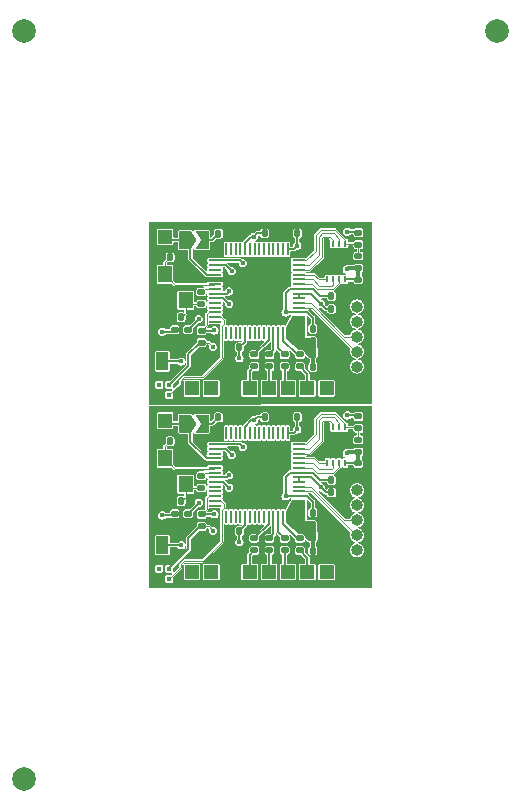
<source format=gtl>
G04 #@! TF.GenerationSoftware,KiCad,Pcbnew,7.0.2-6a45011f42~172~ubuntu22.04.1*
G04 #@! TF.CreationDate,2023-05-25T04:58:00+08:00*
G04 #@! TF.ProjectId,panel_2_1,70616e65-6c5f-4325-9f31-2e6b69636164,rev?*
G04 #@! TF.SameCoordinates,Original*
G04 #@! TF.FileFunction,Copper,L1,Top*
G04 #@! TF.FilePolarity,Positive*
%FSLAX46Y46*%
G04 Gerber Fmt 4.6, Leading zero omitted, Abs format (unit mm)*
G04 Created by KiCad (PCBNEW 7.0.2-6a45011f42~172~ubuntu22.04.1) date 2023-05-25 04:58:00*
%MOMM*%
%LPD*%
G01*
G04 APERTURE LIST*
G04 Aperture macros list*
%AMRoundRect*
0 Rectangle with rounded corners*
0 $1 Rounding radius*
0 $2 $3 $4 $5 $6 $7 $8 $9 X,Y pos of 4 corners*
0 Add a 4 corners polygon primitive as box body*
4,1,4,$2,$3,$4,$5,$6,$7,$8,$9,$2,$3,0*
0 Add four circle primitives for the rounded corners*
1,1,$1+$1,$2,$3*
1,1,$1+$1,$4,$5*
1,1,$1+$1,$6,$7*
1,1,$1+$1,$8,$9*
0 Add four rect primitives between the rounded corners*
20,1,$1+$1,$2,$3,$4,$5,0*
20,1,$1+$1,$4,$5,$6,$7,0*
20,1,$1+$1,$6,$7,$8,$9,0*
20,1,$1+$1,$8,$9,$2,$3,0*%
%AMFreePoly0*
4,1,6,1.000000,0.000000,0.500000,-0.750000,-0.500000,-0.750000,-0.500000,0.750000,0.500000,0.750000,1.000000,0.000000,1.000000,0.000000,$1*%
%AMFreePoly1*
4,1,6,0.500000,-0.750000,-0.650000,-0.750000,-0.150000,0.000000,-0.650000,0.750000,0.500000,0.750000,0.500000,-0.750000,0.500000,-0.750000,$1*%
G04 Aperture macros list end*
G04 #@! TA.AperFunction,SMDPad,CuDef*
%ADD10RoundRect,0.135000X-0.185000X0.135000X-0.185000X-0.135000X0.185000X-0.135000X0.185000X0.135000X0*%
G04 #@! TD*
G04 #@! TA.AperFunction,ComponentPad*
%ADD11R,1.200000X1.200000*%
G04 #@! TD*
G04 #@! TA.AperFunction,SMDPad,CuDef*
%ADD12RoundRect,0.140000X-0.140000X-0.170000X0.140000X-0.170000X0.140000X0.170000X-0.140000X0.170000X0*%
G04 #@! TD*
G04 #@! TA.AperFunction,SMDPad,CuDef*
%ADD13R,0.450000X0.450000*%
G04 #@! TD*
G04 #@! TA.AperFunction,SMDPad,CuDef*
%ADD14R,0.200000X1.100000*%
G04 #@! TD*
G04 #@! TA.AperFunction,SMDPad,CuDef*
%ADD15R,1.100000X0.200000*%
G04 #@! TD*
G04 #@! TA.AperFunction,SMDPad,CuDef*
%ADD16R,3.100000X3.100000*%
G04 #@! TD*
G04 #@! TA.AperFunction,SMDPad,CuDef*
%ADD17R,0.280000X0.600000*%
G04 #@! TD*
G04 #@! TA.AperFunction,SMDPad,CuDef*
%ADD18R,1.700000X0.300000*%
G04 #@! TD*
G04 #@! TA.AperFunction,SMDPad,CuDef*
%ADD19RoundRect,0.135000X0.185000X-0.135000X0.185000X0.135000X-0.185000X0.135000X-0.185000X-0.135000X0*%
G04 #@! TD*
G04 #@! TA.AperFunction,SMDPad,CuDef*
%ADD20R,1.000000X1.524000*%
G04 #@! TD*
G04 #@! TA.AperFunction,SMDPad,CuDef*
%ADD21RoundRect,0.140000X-0.170000X0.140000X-0.170000X-0.140000X0.170000X-0.140000X0.170000X0.140000X0*%
G04 #@! TD*
G04 #@! TA.AperFunction,SMDPad,CuDef*
%ADD22FreePoly0,0.000000*%
G04 #@! TD*
G04 #@! TA.AperFunction,SMDPad,CuDef*
%ADD23FreePoly1,0.000000*%
G04 #@! TD*
G04 #@! TA.AperFunction,SMDPad,CuDef*
%ADD24C,2.000000*%
G04 #@! TD*
G04 #@! TA.AperFunction,ComponentPad*
%ADD25O,1.000000X1.000000*%
G04 #@! TD*
G04 #@! TA.AperFunction,SMDPad,CuDef*
%ADD26RoundRect,0.140000X0.140000X0.170000X-0.140000X0.170000X-0.140000X-0.170000X0.140000X-0.170000X0*%
G04 #@! TD*
G04 #@! TA.AperFunction,SMDPad,CuDef*
%ADD27RoundRect,0.135000X-0.135000X-0.185000X0.135000X-0.185000X0.135000X0.185000X-0.135000X0.185000X0*%
G04 #@! TD*
G04 #@! TA.AperFunction,SMDPad,CuDef*
%ADD28R,1.200000X1.400000*%
G04 #@! TD*
G04 #@! TA.AperFunction,ViaPad*
%ADD29C,0.450000*%
G04 #@! TD*
G04 #@! TA.AperFunction,Conductor*
%ADD30C,0.200000*%
G04 #@! TD*
G04 #@! TA.AperFunction,Conductor*
%ADD31C,0.100000*%
G04 #@! TD*
G04 #@! TA.AperFunction,Conductor*
%ADD32C,0.357600*%
G04 #@! TD*
G04 APERTURE END LIST*
D10*
G04 #@! TO.P,R10,1*
G04 #@! TO.N,Board_0-Net-(U1-GPIO28_ADC2)*
X37045000Y-30710000D03*
G04 #@! TO.P,R10,2*
G04 #@! TO.N,Board_0-NS_CMD*
X37045000Y-31730000D03*
G04 #@! TD*
D11*
G04 #@! TO.P,J1,1,Pin_1*
G04 #@! TO.N,Board_1-NS_CPU*
X26925000Y-36320000D03*
G04 #@! TD*
D12*
G04 #@! TO.P,C10,1*
G04 #@! TO.N,Board_1-+3V3*
X41015000Y-42400000D03*
G04 #@! TO.P,C10,2*
G04 #@! TO.N,Board_1-GND*
X41975000Y-42400000D03*
G04 #@! TD*
D11*
G04 #@! TO.P,J1,1,Pin_1*
G04 #@! TO.N,Board_0-NS_CPU*
X26925000Y-20760000D03*
G04 #@! TD*
D13*
G04 #@! TO.P,U5,1,DOUT*
G04 #@! TO.N,Board_1-unconnected-(U5-DOUT-Pad1)*
X26432500Y-48855000D03*
G04 #@! TO.P,U5,2,VDD*
G04 #@! TO.N,Board_1-+3V3*
X27282500Y-48855000D03*
G04 #@! TO.P,U5,3,GND*
G04 #@! TO.N,Board_1-GND*
X26432500Y-49705000D03*
G04 #@! TO.P,U5,4,DIN*
G04 #@! TO.N,Board_1-LED_DATA*
X27282500Y-49705000D03*
G04 #@! TD*
D10*
G04 #@! TO.P,R5,1*
G04 #@! TO.N,Board_0-BOOT*
X43295000Y-20400000D03*
G04 #@! TO.P,R5,2*
G04 #@! TO.N,Board_0-QSPI_CS*
X43295000Y-21420000D03*
G04 #@! TD*
D12*
G04 #@! TO.P,C8,1*
G04 #@! TO.N,Board_0-+3V3*
X39445000Y-31760000D03*
G04 #@! TO.P,C8,2*
G04 #@! TO.N,Board_0-GND*
X40405000Y-31760000D03*
G04 #@! TD*
D11*
G04 #@! TO.P,J10,1,Pin_1*
G04 #@! TO.N,Board_1-+3V3*
X40595000Y-49150000D03*
G04 #@! TD*
D14*
G04 #@! TO.P,U1,1,IOVDD*
G04 #@! TO.N,Board_0-+3V3*
X37300000Y-21805000D03*
G04 #@! TO.P,U1,2,GPIO0*
G04 #@! TO.N,Board_0-unconnected-(U1-GPIO0-Pad2)*
X36900000Y-21805000D03*
G04 #@! TO.P,U1,3,GPIO1*
G04 #@! TO.N,Board_0-unconnected-(U1-GPIO1-Pad3)*
X36500000Y-21805000D03*
G04 #@! TO.P,U1,4,GPIO2*
G04 #@! TO.N,Board_0-unconnected-(U1-GPIO2-Pad4)*
X36100000Y-21805000D03*
G04 #@! TO.P,U1,5,GPIO3*
G04 #@! TO.N,Board_0-unconnected-(U1-GPIO3-Pad5)*
X35700000Y-21805000D03*
G04 #@! TO.P,U1,6,GPIO4*
G04 #@! TO.N,Board_0-unconnected-(U1-GPIO4-Pad6)*
X35300000Y-21805000D03*
G04 #@! TO.P,U1,7,GPIO5*
G04 #@! TO.N,Board_0-unconnected-(U1-GPIO5-Pad7)*
X34900000Y-21805000D03*
G04 #@! TO.P,U1,8,GPIO6*
G04 #@! TO.N,Board_0-unconnected-(U1-GPIO6-Pad8)*
X34500000Y-21805000D03*
G04 #@! TO.P,U1,9,GPIO7*
G04 #@! TO.N,Board_0-unconnected-(U1-GPIO7-Pad9)*
X34100000Y-21805000D03*
G04 #@! TO.P,U1,10,IOVDD*
G04 #@! TO.N,Board_0-+3V3*
X33700000Y-21805000D03*
G04 #@! TO.P,U1,11,GPIO8*
G04 #@! TO.N,Board_0-unconnected-(U1-GPIO8-Pad11)*
X33300000Y-21805000D03*
G04 #@! TO.P,U1,12,GPIO9*
G04 #@! TO.N,Board_0-unconnected-(U1-GPIO9-Pad12)*
X32900000Y-21805000D03*
G04 #@! TO.P,U1,13,GPIO10*
G04 #@! TO.N,Board_0-unconnected-(U1-GPIO10-Pad13)*
X32500000Y-21805000D03*
G04 #@! TO.P,U1,14,GPIO11*
G04 #@! TO.N,Board_0-unconnected-(U1-GPIO11-Pad14)*
X32100000Y-21805000D03*
D15*
G04 #@! TO.P,U1,15,GPIO12*
G04 #@! TO.N,Board_0-NS_SDA*
X31150000Y-22755000D03*
G04 #@! TO.P,U1,16,GPIO13*
G04 #@! TO.N,Board_0-NS_SCL*
X31150000Y-23155000D03*
G04 #@! TO.P,U1,17,GPIO14*
G04 #@! TO.N,Board_0-unconnected-(U1-GPIO14-Pad17)*
X31150000Y-23555000D03*
G04 #@! TO.P,U1,18,GPIO15*
G04 #@! TO.N,Board_0-NS_CPU*
X31150000Y-23955000D03*
G04 #@! TO.P,U1,19,TESTEN*
G04 #@! TO.N,Board_0-GND*
X31150000Y-24355000D03*
G04 #@! TO.P,U1,20,XIN*
G04 #@! TO.N,Board_0-XIN*
X31150000Y-24755000D03*
G04 #@! TO.P,U1,21,XOUT*
G04 #@! TO.N,Board_0-XOUT*
X31150000Y-25155000D03*
G04 #@! TO.P,U1,22,IOVDD*
G04 #@! TO.N,Board_0-+3V3*
X31150000Y-25555000D03*
G04 #@! TO.P,U1,23,DVDD*
G04 #@! TO.N,Board_0-+1V1*
X31150000Y-25955000D03*
G04 #@! TO.P,U1,24,SWCLK*
G04 #@! TO.N,Board_0-DBG_CLK*
X31150000Y-26355000D03*
G04 #@! TO.P,U1,25,SWD*
G04 #@! TO.N,Board_0-DBG_DAT*
X31150000Y-26755000D03*
G04 #@! TO.P,U1,26,RUN*
G04 #@! TO.N,Board_0-RST*
X31150000Y-27155000D03*
G04 #@! TO.P,U1,27,GPIO16*
G04 #@! TO.N,Board_0-LED_DATA*
X31150000Y-27555000D03*
G04 #@! TO.P,U1,28,GPIO17*
G04 #@! TO.N,Board_0-unconnected-(U1-GPIO17-Pad28)*
X31150000Y-27955000D03*
D14*
G04 #@! TO.P,U1,29,GPIO18*
G04 #@! TO.N,Board_0-unconnected-(U1-GPIO18-Pad29)*
X32100000Y-28905000D03*
G04 #@! TO.P,U1,30,GPIO19*
G04 #@! TO.N,Board_0-unconnected-(U1-GPIO19-Pad30)*
X32500000Y-28905000D03*
G04 #@! TO.P,U1,31,GPIO20*
G04 #@! TO.N,Board_0-unconnected-(U1-GPIO20-Pad31)*
X32900000Y-28905000D03*
G04 #@! TO.P,U1,32,GPIO21*
G04 #@! TO.N,Board_0-unconnected-(U1-GPIO21-Pad32)*
X33300000Y-28905000D03*
G04 #@! TO.P,U1,33,IOVDD*
G04 #@! TO.N,Board_0-+3V3*
X33700000Y-28905000D03*
G04 #@! TO.P,U1,34,GPIO22*
G04 #@! TO.N,Board_0-unconnected-(U1-GPIO22-Pad34)*
X34100000Y-28905000D03*
G04 #@! TO.P,U1,35,GPIO23*
G04 #@! TO.N,Board_0-unconnected-(U1-GPIO23-Pad35)*
X34500000Y-28905000D03*
G04 #@! TO.P,U1,36,GPIO24*
G04 #@! TO.N,Board_0-unconnected-(U1-GPIO24-Pad36)*
X34900000Y-28905000D03*
G04 #@! TO.P,U1,37,GPIO25*
G04 #@! TO.N,Board_0-unconnected-(U1-GPIO25-Pad37)*
X35300000Y-28905000D03*
G04 #@! TO.P,U1,38,GPIO26_ADC0*
G04 #@! TO.N,Board_0-Net-(U1-GPIO26_ADC0)*
X35700000Y-28905000D03*
G04 #@! TO.P,U1,39,GPIO27_ADC1*
G04 #@! TO.N,Board_0-Net-(U1-GPIO27_ADC1)*
X36100000Y-28905000D03*
G04 #@! TO.P,U1,40,GPIO28_ADC2*
G04 #@! TO.N,Board_0-Net-(U1-GPIO28_ADC2)*
X36500000Y-28905000D03*
G04 #@! TO.P,U1,41,GPIO29_ADC3*
G04 #@! TO.N,Board_0-Net-(U1-GPIO29_ADC3)*
X36900000Y-28905000D03*
G04 #@! TO.P,U1,42,IOVDD*
G04 #@! TO.N,Board_0-+3V3*
X37300000Y-28905000D03*
D15*
G04 #@! TO.P,U1,43,ADC_AVDD*
X38250000Y-27955000D03*
G04 #@! TO.P,U1,44,VREG_IN*
X38250000Y-27555000D03*
G04 #@! TO.P,U1,45,VREG_VOUT*
G04 #@! TO.N,Board_0-+1V1*
X38250000Y-27155000D03*
G04 #@! TO.P,U1,46,USB_DM*
G04 #@! TO.N,Board_0-D-*
X38250000Y-26755000D03*
G04 #@! TO.P,U1,47,USB_DP*
G04 #@! TO.N,Board_0-D+*
X38250000Y-26355000D03*
G04 #@! TO.P,U1,48,USB_VDD*
G04 #@! TO.N,Board_0-+3V3*
X38250000Y-25955000D03*
G04 #@! TO.P,U1,49,IOVDD*
X38250000Y-25555000D03*
G04 #@! TO.P,U1,50,DVDD*
G04 #@! TO.N,Board_0-+1V1*
X38250000Y-25155000D03*
G04 #@! TO.P,U1,51,QSPI_SD3*
G04 #@! TO.N,Board_0-QSPI_SD3*
X38250000Y-24755000D03*
G04 #@! TO.P,U1,52,QSPI_SCLK*
G04 #@! TO.N,Board_0-QSPI_SCK*
X38250000Y-24355000D03*
G04 #@! TO.P,U1,53,QSPI_SD0*
G04 #@! TO.N,Board_0-QSPI_SD0*
X38250000Y-23955000D03*
G04 #@! TO.P,U1,54,QSPI_SD2*
G04 #@! TO.N,Board_0-QSPI_SD2*
X38250000Y-23555000D03*
G04 #@! TO.P,U1,55,QSPI_SD1*
G04 #@! TO.N,Board_0-QSPI_SD1*
X38250000Y-23155000D03*
G04 #@! TO.P,U1,56,QSPI_SS*
G04 #@! TO.N,Board_0-QSPI_CS*
X38250000Y-22755000D03*
D16*
G04 #@! TO.P,U1,57,GND*
G04 #@! TO.N,Board_0-GND*
X34700000Y-25355000D03*
G04 #@! TD*
D11*
G04 #@! TO.P,J2,1,Pin_1*
G04 #@! TO.N,Board_0-NS_RST*
X34085000Y-33590000D03*
G04 #@! TD*
D17*
G04 #@! TO.P,U2,1,CS#*
G04 #@! TO.N,Board_0-QSPI_CS*
X42170000Y-21335500D03*
G04 #@! TO.P,U2,2,DO(IO1)*
G04 #@! TO.N,Board_0-QSPI_SD1*
X41670000Y-21335500D03*
G04 #@! TO.P,U2,3,WP#(IO2)*
G04 #@! TO.N,Board_0-QSPI_SD2*
X41170000Y-21335500D03*
G04 #@! TO.P,U2,4,GND*
G04 #@! TO.N,Board_0-GND*
X40670000Y-21335500D03*
G04 #@! TO.P,U2,5,DI(IO0)*
G04 #@! TO.N,Board_0-QSPI_SD0*
X40670000Y-24349500D03*
G04 #@! TO.P,U2,6,CLK*
G04 #@! TO.N,Board_0-QSPI_SCK*
X41170000Y-24349500D03*
G04 #@! TO.P,U2,7,HOLD#orRESET#(IO3)*
G04 #@! TO.N,Board_0-QSPI_SD3*
X41670000Y-24349500D03*
G04 #@! TO.P,U2,8,VCC*
G04 #@! TO.N,Board_0-+3V3*
X42170000Y-24349500D03*
D18*
G04 #@! TO.P,U2,9,EP*
G04 #@! TO.N,Board_0-GND*
X41420000Y-22842500D03*
G04 #@! TD*
D19*
G04 #@! TO.P,R1,1*
G04 #@! TO.N,Board_0-Net-(X1-OSC1)*
X29995000Y-26450000D03*
G04 #@! TO.P,R1,2*
G04 #@! TO.N,Board_0-XOUT*
X29995000Y-25430000D03*
G04 #@! TD*
D12*
G04 #@! TO.P,C11,1*
G04 #@! TO.N,Board_1-+3V3*
X38115000Y-36020000D03*
G04 #@! TO.P,C11,2*
G04 #@! TO.N,Board_1-GND*
X39075000Y-36020000D03*
G04 #@! TD*
D10*
G04 #@! TO.P,R11,1*
G04 #@! TO.N,Board_0-Net-(U1-GPIO29_ADC3)*
X38325000Y-30710000D03*
G04 #@! TO.P,R11,2*
G04 #@! TO.N,Board_0-NS_D0*
X38325000Y-31730000D03*
G04 #@! TD*
D14*
G04 #@! TO.P,U1,1,IOVDD*
G04 #@! TO.N,Board_1-+3V3*
X37300000Y-37365000D03*
G04 #@! TO.P,U1,2,GPIO0*
G04 #@! TO.N,Board_1-unconnected-(U1-GPIO0-Pad2)*
X36900000Y-37365000D03*
G04 #@! TO.P,U1,3,GPIO1*
G04 #@! TO.N,Board_1-unconnected-(U1-GPIO1-Pad3)*
X36500000Y-37365000D03*
G04 #@! TO.P,U1,4,GPIO2*
G04 #@! TO.N,Board_1-unconnected-(U1-GPIO2-Pad4)*
X36100000Y-37365000D03*
G04 #@! TO.P,U1,5,GPIO3*
G04 #@! TO.N,Board_1-unconnected-(U1-GPIO3-Pad5)*
X35700000Y-37365000D03*
G04 #@! TO.P,U1,6,GPIO4*
G04 #@! TO.N,Board_1-unconnected-(U1-GPIO4-Pad6)*
X35300000Y-37365000D03*
G04 #@! TO.P,U1,7,GPIO5*
G04 #@! TO.N,Board_1-unconnected-(U1-GPIO5-Pad7)*
X34900000Y-37365000D03*
G04 #@! TO.P,U1,8,GPIO6*
G04 #@! TO.N,Board_1-unconnected-(U1-GPIO6-Pad8)*
X34500000Y-37365000D03*
G04 #@! TO.P,U1,9,GPIO7*
G04 #@! TO.N,Board_1-unconnected-(U1-GPIO7-Pad9)*
X34100000Y-37365000D03*
G04 #@! TO.P,U1,10,IOVDD*
G04 #@! TO.N,Board_1-+3V3*
X33700000Y-37365000D03*
G04 #@! TO.P,U1,11,GPIO8*
G04 #@! TO.N,Board_1-unconnected-(U1-GPIO8-Pad11)*
X33300000Y-37365000D03*
G04 #@! TO.P,U1,12,GPIO9*
G04 #@! TO.N,Board_1-unconnected-(U1-GPIO9-Pad12)*
X32900000Y-37365000D03*
G04 #@! TO.P,U1,13,GPIO10*
G04 #@! TO.N,Board_1-unconnected-(U1-GPIO10-Pad13)*
X32500000Y-37365000D03*
G04 #@! TO.P,U1,14,GPIO11*
G04 #@! TO.N,Board_1-unconnected-(U1-GPIO11-Pad14)*
X32100000Y-37365000D03*
D15*
G04 #@! TO.P,U1,15,GPIO12*
G04 #@! TO.N,Board_1-NS_SDA*
X31150000Y-38315000D03*
G04 #@! TO.P,U1,16,GPIO13*
G04 #@! TO.N,Board_1-NS_SCL*
X31150000Y-38715000D03*
G04 #@! TO.P,U1,17,GPIO14*
G04 #@! TO.N,Board_1-unconnected-(U1-GPIO14-Pad17)*
X31150000Y-39115000D03*
G04 #@! TO.P,U1,18,GPIO15*
G04 #@! TO.N,Board_1-NS_CPU*
X31150000Y-39515000D03*
G04 #@! TO.P,U1,19,TESTEN*
G04 #@! TO.N,Board_1-GND*
X31150000Y-39915000D03*
G04 #@! TO.P,U1,20,XIN*
G04 #@! TO.N,Board_1-XIN*
X31150000Y-40315000D03*
G04 #@! TO.P,U1,21,XOUT*
G04 #@! TO.N,Board_1-XOUT*
X31150000Y-40715000D03*
G04 #@! TO.P,U1,22,IOVDD*
G04 #@! TO.N,Board_1-+3V3*
X31150000Y-41115000D03*
G04 #@! TO.P,U1,23,DVDD*
G04 #@! TO.N,Board_1-+1V1*
X31150000Y-41515000D03*
G04 #@! TO.P,U1,24,SWCLK*
G04 #@! TO.N,Board_1-DBG_CLK*
X31150000Y-41915000D03*
G04 #@! TO.P,U1,25,SWD*
G04 #@! TO.N,Board_1-DBG_DAT*
X31150000Y-42315000D03*
G04 #@! TO.P,U1,26,RUN*
G04 #@! TO.N,Board_1-RST*
X31150000Y-42715000D03*
G04 #@! TO.P,U1,27,GPIO16*
G04 #@! TO.N,Board_1-LED_DATA*
X31150000Y-43115000D03*
G04 #@! TO.P,U1,28,GPIO17*
G04 #@! TO.N,Board_1-unconnected-(U1-GPIO17-Pad28)*
X31150000Y-43515000D03*
D14*
G04 #@! TO.P,U1,29,GPIO18*
G04 #@! TO.N,Board_1-unconnected-(U1-GPIO18-Pad29)*
X32100000Y-44465000D03*
G04 #@! TO.P,U1,30,GPIO19*
G04 #@! TO.N,Board_1-unconnected-(U1-GPIO19-Pad30)*
X32500000Y-44465000D03*
G04 #@! TO.P,U1,31,GPIO20*
G04 #@! TO.N,Board_1-unconnected-(U1-GPIO20-Pad31)*
X32900000Y-44465000D03*
G04 #@! TO.P,U1,32,GPIO21*
G04 #@! TO.N,Board_1-unconnected-(U1-GPIO21-Pad32)*
X33300000Y-44465000D03*
G04 #@! TO.P,U1,33,IOVDD*
G04 #@! TO.N,Board_1-+3V3*
X33700000Y-44465000D03*
G04 #@! TO.P,U1,34,GPIO22*
G04 #@! TO.N,Board_1-unconnected-(U1-GPIO22-Pad34)*
X34100000Y-44465000D03*
G04 #@! TO.P,U1,35,GPIO23*
G04 #@! TO.N,Board_1-unconnected-(U1-GPIO23-Pad35)*
X34500000Y-44465000D03*
G04 #@! TO.P,U1,36,GPIO24*
G04 #@! TO.N,Board_1-unconnected-(U1-GPIO24-Pad36)*
X34900000Y-44465000D03*
G04 #@! TO.P,U1,37,GPIO25*
G04 #@! TO.N,Board_1-unconnected-(U1-GPIO25-Pad37)*
X35300000Y-44465000D03*
G04 #@! TO.P,U1,38,GPIO26_ADC0*
G04 #@! TO.N,Board_1-Net-(U1-GPIO26_ADC0)*
X35700000Y-44465000D03*
G04 #@! TO.P,U1,39,GPIO27_ADC1*
G04 #@! TO.N,Board_1-Net-(U1-GPIO27_ADC1)*
X36100000Y-44465000D03*
G04 #@! TO.P,U1,40,GPIO28_ADC2*
G04 #@! TO.N,Board_1-Net-(U1-GPIO28_ADC2)*
X36500000Y-44465000D03*
G04 #@! TO.P,U1,41,GPIO29_ADC3*
G04 #@! TO.N,Board_1-Net-(U1-GPIO29_ADC3)*
X36900000Y-44465000D03*
G04 #@! TO.P,U1,42,IOVDD*
G04 #@! TO.N,Board_1-+3V3*
X37300000Y-44465000D03*
D15*
G04 #@! TO.P,U1,43,ADC_AVDD*
X38250000Y-43515000D03*
G04 #@! TO.P,U1,44,VREG_IN*
X38250000Y-43115000D03*
G04 #@! TO.P,U1,45,VREG_VOUT*
G04 #@! TO.N,Board_1-+1V1*
X38250000Y-42715000D03*
G04 #@! TO.P,U1,46,USB_DM*
G04 #@! TO.N,Board_1-D-*
X38250000Y-42315000D03*
G04 #@! TO.P,U1,47,USB_DP*
G04 #@! TO.N,Board_1-D+*
X38250000Y-41915000D03*
G04 #@! TO.P,U1,48,USB_VDD*
G04 #@! TO.N,Board_1-+3V3*
X38250000Y-41515000D03*
G04 #@! TO.P,U1,49,IOVDD*
X38250000Y-41115000D03*
G04 #@! TO.P,U1,50,DVDD*
G04 #@! TO.N,Board_1-+1V1*
X38250000Y-40715000D03*
G04 #@! TO.P,U1,51,QSPI_SD3*
G04 #@! TO.N,Board_1-QSPI_SD3*
X38250000Y-40315000D03*
G04 #@! TO.P,U1,52,QSPI_SCLK*
G04 #@! TO.N,Board_1-QSPI_SCK*
X38250000Y-39915000D03*
G04 #@! TO.P,U1,53,QSPI_SD0*
G04 #@! TO.N,Board_1-QSPI_SD0*
X38250000Y-39515000D03*
G04 #@! TO.P,U1,54,QSPI_SD2*
G04 #@! TO.N,Board_1-QSPI_SD2*
X38250000Y-39115000D03*
G04 #@! TO.P,U1,55,QSPI_SD1*
G04 #@! TO.N,Board_1-QSPI_SD1*
X38250000Y-38715000D03*
G04 #@! TO.P,U1,56,QSPI_SS*
G04 #@! TO.N,Board_1-QSPI_CS*
X38250000Y-38315000D03*
D16*
G04 #@! TO.P,U1,57,GND*
G04 #@! TO.N,Board_1-GND*
X34700000Y-40915000D03*
G04 #@! TD*
D12*
G04 #@! TO.P,C1,1*
G04 #@! TO.N,Board_0-GND*
X27325000Y-27570000D03*
G04 #@! TO.P,C1,2*
G04 #@! TO.N,Board_0-Net-(X1-OSC1)*
X28285000Y-27570000D03*
G04 #@! TD*
G04 #@! TO.P,C3,1*
G04 #@! TO.N,Board_1-XIN*
X27345000Y-38060000D03*
G04 #@! TO.P,C3,2*
G04 #@! TO.N,Board_1-GND*
X28305000Y-38060000D03*
G04 #@! TD*
D11*
G04 #@! TO.P,J3,1,Pin_1*
G04 #@! TO.N,Board_1-NS_CLK*
X35712500Y-49150000D03*
G04 #@! TD*
D12*
G04 #@! TO.P,C2,1*
G04 #@! TO.N,Board_0-+1V1*
X41015000Y-25780000D03*
G04 #@! TO.P,C2,2*
G04 #@! TO.N,Board_0-GND*
X41975000Y-25780000D03*
G04 #@! TD*
D20*
G04 #@! TO.P,SW1,1,1*
G04 #@! TO.N,Board_1-BOOT*
X26705000Y-46860000D03*
G04 #@! TO.P,SW1,2,2*
G04 #@! TO.N,Board_1-GND*
X29905000Y-46860000D03*
G04 #@! TD*
D13*
G04 #@! TO.P,U5,1,DOUT*
G04 #@! TO.N,Board_0-unconnected-(U5-DOUT-Pad1)*
X26432500Y-33295000D03*
G04 #@! TO.P,U5,2,VDD*
G04 #@! TO.N,Board_0-+3V3*
X27282500Y-33295000D03*
G04 #@! TO.P,U5,3,GND*
G04 #@! TO.N,Board_0-GND*
X26432500Y-34145000D03*
G04 #@! TO.P,U5,4,DIN*
G04 #@! TO.N,Board_0-LED_DATA*
X27282500Y-34145000D03*
G04 #@! TD*
D10*
G04 #@! TO.P,R9,1*
G04 #@! TO.N,Board_1-Net-(U1-GPIO27_ADC1)*
X35765000Y-46270000D03*
G04 #@! TO.P,R9,2*
G04 #@! TO.N,Board_1-NS_CLK*
X35765000Y-47290000D03*
G04 #@! TD*
D11*
G04 #@! TO.P,J6,1,Pin_1*
G04 #@! TO.N,Board_0-NS_SDA*
X30835000Y-33590000D03*
G04 #@! TD*
D21*
G04 #@! TO.P,C14,1*
G04 #@! TO.N,Board_0-+3V3*
X43295000Y-24380000D03*
G04 #@! TO.P,C14,2*
G04 #@! TO.N,Board_0-GND*
X43295000Y-25340000D03*
G04 #@! TD*
D12*
G04 #@! TO.P,C12,1*
G04 #@! TO.N,Board_0-+3V3*
X35350000Y-20465000D03*
G04 #@! TO.P,C12,2*
G04 #@! TO.N,Board_0-GND*
X36310000Y-20465000D03*
G04 #@! TD*
D21*
G04 #@! TO.P,C13,1*
G04 #@! TO.N,Board_1-+3V3*
X27735000Y-44185000D03*
G04 #@! TO.P,C13,2*
G04 #@! TO.N,Board_1-GND*
X27735000Y-45145000D03*
G04 #@! TD*
G04 #@! TO.P,C4,1*
G04 #@! TO.N,Board_1-+1V1*
X28865000Y-44180000D03*
G04 #@! TO.P,C4,2*
G04 #@! TO.N,Board_1-GND*
X28865000Y-45140000D03*
G04 #@! TD*
D17*
G04 #@! TO.P,U2,1,CS#*
G04 #@! TO.N,Board_1-QSPI_CS*
X42170000Y-36895500D03*
G04 #@! TO.P,U2,2,DO(IO1)*
G04 #@! TO.N,Board_1-QSPI_SD1*
X41670000Y-36895500D03*
G04 #@! TO.P,U2,3,WP#(IO2)*
G04 #@! TO.N,Board_1-QSPI_SD2*
X41170000Y-36895500D03*
G04 #@! TO.P,U2,4,GND*
G04 #@! TO.N,Board_1-GND*
X40670000Y-36895500D03*
G04 #@! TO.P,U2,5,DI(IO0)*
G04 #@! TO.N,Board_1-QSPI_SD0*
X40670000Y-39909500D03*
G04 #@! TO.P,U2,6,CLK*
G04 #@! TO.N,Board_1-QSPI_SCK*
X41170000Y-39909500D03*
G04 #@! TO.P,U2,7,HOLD#orRESET#(IO3)*
G04 #@! TO.N,Board_1-QSPI_SD3*
X41670000Y-39909500D03*
G04 #@! TO.P,U2,8,VCC*
G04 #@! TO.N,Board_1-+3V3*
X42170000Y-39909500D03*
D18*
G04 #@! TO.P,U2,9,EP*
G04 #@! TO.N,Board_1-GND*
X41420000Y-38402500D03*
G04 #@! TD*
D12*
G04 #@! TO.P,C10,1*
G04 #@! TO.N,Board_0-+3V3*
X41015000Y-26840000D03*
G04 #@! TO.P,C10,2*
G04 #@! TO.N,Board_0-GND*
X41975000Y-26840000D03*
G04 #@! TD*
D10*
G04 #@! TO.P,R8,1*
G04 #@! TO.N,Board_0-Net-(U1-GPIO26_ADC0)*
X34485000Y-30710000D03*
G04 #@! TO.P,R8,2*
G04 #@! TO.N,Board_0-NS_RST*
X34485000Y-31730000D03*
G04 #@! TD*
D22*
G04 #@! TO.P,JP1,1,A*
G04 #@! TO.N,Board_1-NS_CPU*
X28650000Y-36570000D03*
D23*
G04 #@! TO.P,JP1,2,B*
G04 #@! TO.N,Board_1-Net-(JP1-B)*
X30100000Y-36570000D03*
G04 #@! TD*
D11*
G04 #@! TO.P,J4,1,Pin_1*
G04 #@! TO.N,Board_0-NS_CMD*
X37340000Y-33590000D03*
G04 #@! TD*
D19*
G04 #@! TO.P,R1,1*
G04 #@! TO.N,Board_1-Net-(X1-OSC1)*
X29995000Y-42010000D03*
G04 #@! TO.P,R1,2*
G04 #@! TO.N,Board_1-XOUT*
X29995000Y-40990000D03*
G04 #@! TD*
D24*
G04 #@! TO.P,REF\u002A\u002A,*
G04 #@! TO.N,*
X15000000Y-66650000D03*
G04 #@! TD*
D10*
G04 #@! TO.P,R10,1*
G04 #@! TO.N,Board_1-Net-(U1-GPIO28_ADC2)*
X37045000Y-46270000D03*
G04 #@! TO.P,R10,2*
G04 #@! TO.N,Board_1-NS_CMD*
X37045000Y-47290000D03*
G04 #@! TD*
D21*
G04 #@! TO.P,C13,1*
G04 #@! TO.N,Board_0-+3V3*
X27735000Y-28625000D03*
G04 #@! TO.P,C13,2*
G04 #@! TO.N,Board_0-GND*
X27735000Y-29585000D03*
G04 #@! TD*
D19*
G04 #@! TO.P,R6,1*
G04 #@! TO.N,Board_0-+3V3*
X43295000Y-23405000D03*
G04 #@! TO.P,R6,2*
G04 #@! TO.N,Board_0-QSPI_CS*
X43295000Y-22385000D03*
G04 #@! TD*
D11*
G04 #@! TO.P,J5,1,Pin_1*
G04 #@! TO.N,Board_1-NS_D0*
X38967500Y-49150000D03*
G04 #@! TD*
D12*
G04 #@! TO.P,C3,1*
G04 #@! TO.N,Board_0-XIN*
X27345000Y-22500000D03*
G04 #@! TO.P,C3,2*
G04 #@! TO.N,Board_0-GND*
X28305000Y-22500000D03*
G04 #@! TD*
D25*
G04 #@! TO.P,J8,1,Pin_1*
G04 #@! TO.N,Board_1-RST*
X43159248Y-42218121D03*
G04 #@! TO.P,J8,2,Pin_2*
G04 #@! TO.N,Board_1-BOOT*
X43159248Y-43488121D03*
G04 #@! TO.P,J8,3,Pin_3*
G04 #@! TO.N,Board_1-D+*
X43159248Y-44758121D03*
G04 #@! TO.P,J8,4,Pin_4*
G04 #@! TO.N,Board_1-D-*
X43159248Y-46028121D03*
G04 #@! TO.P,J8,5,Pin_5*
G04 #@! TO.N,Board_1-+3V3*
X43159248Y-47298121D03*
G04 #@! TO.P,J8,6,Pin_6*
G04 #@! TO.N,Board_1-GND*
X43159248Y-48568121D03*
G04 #@! TD*
D12*
G04 #@! TO.P,C9,1*
G04 #@! TO.N,Board_0-+3V3*
X39440000Y-30675000D03*
G04 #@! TO.P,C9,2*
G04 #@! TO.N,Board_0-GND*
X40400000Y-30675000D03*
G04 #@! TD*
D10*
G04 #@! TO.P,R8,1*
G04 #@! TO.N,Board_1-Net-(U1-GPIO26_ADC0)*
X34485000Y-46270000D03*
G04 #@! TO.P,R8,2*
G04 #@! TO.N,Board_1-NS_RST*
X34485000Y-47290000D03*
G04 #@! TD*
D12*
G04 #@! TO.P,C8,1*
G04 #@! TO.N,Board_1-+3V3*
X39445000Y-47320000D03*
G04 #@! TO.P,C8,2*
G04 #@! TO.N,Board_1-GND*
X40405000Y-47320000D03*
G04 #@! TD*
D26*
G04 #@! TO.P,C6,1*
G04 #@! TO.N,Board_0-GND*
X40400000Y-29607500D03*
G04 #@! TO.P,C6,2*
G04 #@! TO.N,Board_0-+3V3*
X39440000Y-29607500D03*
G04 #@! TD*
G04 #@! TO.P,C6,1*
G04 #@! TO.N,Board_1-GND*
X40400000Y-45167500D03*
G04 #@! TO.P,C6,2*
G04 #@! TO.N,Board_1-+3V3*
X39440000Y-45167500D03*
G04 #@! TD*
D11*
G04 #@! TO.P,J3,1,Pin_1*
G04 #@! TO.N,Board_0-NS_CLK*
X35712500Y-33590000D03*
G04 #@! TD*
D12*
G04 #@! TO.P,C5,1*
G04 #@! TO.N,Board_0-+1V1*
X39440000Y-28540000D03*
G04 #@! TO.P,C5,2*
G04 #@! TO.N,Board_0-GND*
X40400000Y-28540000D03*
G04 #@! TD*
D11*
G04 #@! TO.P,J5,1,Pin_1*
G04 #@! TO.N,Board_0-NS_D0*
X38967500Y-33590000D03*
G04 #@! TD*
D27*
G04 #@! TO.P,R12,1*
G04 #@! TO.N,Board_1-Net-(JP1-B)*
X31435000Y-36040000D03*
G04 #@! TO.P,R12,2*
G04 #@! TO.N,Board_1-GND*
X32455000Y-36040000D03*
G04 #@! TD*
D24*
G04 #@! TO.P,REF\u002A\u002A,*
G04 #@! TO.N,*
X15000000Y-3350000D03*
G04 #@! TD*
D28*
G04 #@! TO.P,X1,1,OSC1*
G04 #@! TO.N,Board_0-Net-(X1-OSC1)*
X28667000Y-26133000D03*
G04 #@! TO.P,X1,2,2*
G04 #@! TO.N,Board_0-GND*
X28667000Y-23933000D03*
G04 #@! TO.P,X1,3,OSC2*
G04 #@! TO.N,Board_0-XIN*
X26917000Y-23933000D03*
G04 #@! TO.P,X1,4,4*
G04 #@! TO.N,Board_0-GND*
X26917000Y-26133000D03*
G04 #@! TD*
D10*
G04 #@! TO.P,R9,1*
G04 #@! TO.N,Board_0-Net-(U1-GPIO27_ADC1)*
X35765000Y-30710000D03*
G04 #@! TO.P,R9,2*
G04 #@! TO.N,Board_0-NS_CLK*
X35765000Y-31730000D03*
G04 #@! TD*
G04 #@! TO.P,R11,1*
G04 #@! TO.N,Board_1-Net-(U1-GPIO29_ADC3)*
X38325000Y-46270000D03*
G04 #@! TO.P,R11,2*
G04 #@! TO.N,Board_1-NS_D0*
X38325000Y-47290000D03*
G04 #@! TD*
D25*
G04 #@! TO.P,J8,1,Pin_1*
G04 #@! TO.N,Board_0-RST*
X43159248Y-26658121D03*
G04 #@! TO.P,J8,2,Pin_2*
G04 #@! TO.N,Board_0-BOOT*
X43159248Y-27928121D03*
G04 #@! TO.P,J8,3,Pin_3*
G04 #@! TO.N,Board_0-D+*
X43159248Y-29198121D03*
G04 #@! TO.P,J8,4,Pin_4*
G04 #@! TO.N,Board_0-D-*
X43159248Y-30468121D03*
G04 #@! TO.P,J8,5,Pin_5*
G04 #@! TO.N,Board_0-+3V3*
X43159248Y-31738121D03*
G04 #@! TO.P,J8,6,Pin_6*
G04 #@! TO.N,Board_0-GND*
X43159248Y-33008121D03*
G04 #@! TD*
D21*
G04 #@! TO.P,C14,1*
G04 #@! TO.N,Board_1-+3V3*
X43295000Y-39940000D03*
G04 #@! TO.P,C14,2*
G04 #@! TO.N,Board_1-GND*
X43295000Y-40900000D03*
G04 #@! TD*
D12*
G04 #@! TO.P,C1,1*
G04 #@! TO.N,Board_1-GND*
X27325000Y-43130000D03*
G04 #@! TO.P,C1,2*
G04 #@! TO.N,Board_1-Net-(X1-OSC1)*
X28285000Y-43130000D03*
G04 #@! TD*
D11*
G04 #@! TO.P,J7,1,Pin_1*
G04 #@! TO.N,Board_1-NS_SCL*
X29202500Y-49150000D03*
G04 #@! TD*
G04 #@! TO.P,J9,1,Pin_1*
G04 #@! TO.N,Board_0-GND*
X32457500Y-33590000D03*
G04 #@! TD*
D28*
G04 #@! TO.P,X1,1,OSC1*
G04 #@! TO.N,Board_1-Net-(X1-OSC1)*
X28667000Y-41693000D03*
G04 #@! TO.P,X1,2,2*
G04 #@! TO.N,Board_1-GND*
X28667000Y-39493000D03*
G04 #@! TO.P,X1,3,OSC2*
G04 #@! TO.N,Board_1-XIN*
X26917000Y-39493000D03*
G04 #@! TO.P,X1,4,4*
G04 #@! TO.N,Board_1-GND*
X26917000Y-41693000D03*
G04 #@! TD*
D11*
G04 #@! TO.P,J9,1,Pin_1*
G04 #@! TO.N,Board_1-GND*
X32457500Y-49150000D03*
G04 #@! TD*
D12*
G04 #@! TO.P,C9,1*
G04 #@! TO.N,Board_1-+3V3*
X39440000Y-46235000D03*
G04 #@! TO.P,C9,2*
G04 #@! TO.N,Board_1-GND*
X40400000Y-46235000D03*
G04 #@! TD*
D26*
G04 #@! TO.P,C7,1*
G04 #@! TO.N,Board_0-+3V3*
X33225000Y-30110000D03*
G04 #@! TO.P,C7,2*
G04 #@! TO.N,Board_0-GND*
X32265000Y-30110000D03*
G04 #@! TD*
G04 #@! TO.P,C7,1*
G04 #@! TO.N,Board_1-+3V3*
X33225000Y-45670000D03*
G04 #@! TO.P,C7,2*
G04 #@! TO.N,Board_1-GND*
X32265000Y-45670000D03*
G04 #@! TD*
D22*
G04 #@! TO.P,JP1,1,A*
G04 #@! TO.N,Board_0-NS_CPU*
X28650000Y-21010000D03*
D23*
G04 #@! TO.P,JP1,2,B*
G04 #@! TO.N,Board_0-Net-(JP1-B)*
X30100000Y-21010000D03*
G04 #@! TD*
D19*
G04 #@! TO.P,R2,1*
G04 #@! TO.N,Board_1-+3V3*
X30025000Y-45270000D03*
G04 #@! TO.P,R2,2*
G04 #@! TO.N,Board_1-RST*
X30025000Y-44250000D03*
G04 #@! TD*
D11*
G04 #@! TO.P,J6,1,Pin_1*
G04 #@! TO.N,Board_1-NS_SDA*
X30835000Y-49150000D03*
G04 #@! TD*
D24*
G04 #@! TO.P,REF\u002A\u002A,*
G04 #@! TO.N,*
X55000000Y-3350000D03*
G04 #@! TD*
D12*
G04 #@! TO.P,C12,1*
G04 #@! TO.N,Board_1-+3V3*
X35350000Y-36025000D03*
G04 #@! TO.P,C12,2*
G04 #@! TO.N,Board_1-GND*
X36310000Y-36025000D03*
G04 #@! TD*
G04 #@! TO.P,C11,1*
G04 #@! TO.N,Board_0-+3V3*
X38115000Y-20460000D03*
G04 #@! TO.P,C11,2*
G04 #@! TO.N,Board_0-GND*
X39075000Y-20460000D03*
G04 #@! TD*
D11*
G04 #@! TO.P,J4,1,Pin_1*
G04 #@! TO.N,Board_1-NS_CMD*
X37340000Y-49150000D03*
G04 #@! TD*
D21*
G04 #@! TO.P,C4,1*
G04 #@! TO.N,Board_0-+1V1*
X28865000Y-28620000D03*
G04 #@! TO.P,C4,2*
G04 #@! TO.N,Board_0-GND*
X28865000Y-29580000D03*
G04 #@! TD*
D12*
G04 #@! TO.P,C5,1*
G04 #@! TO.N,Board_1-+1V1*
X39440000Y-44100000D03*
G04 #@! TO.P,C5,2*
G04 #@! TO.N,Board_1-GND*
X40400000Y-44100000D03*
G04 #@! TD*
D11*
G04 #@! TO.P,J7,1,Pin_1*
G04 #@! TO.N,Board_0-NS_SCL*
X29202500Y-33590000D03*
G04 #@! TD*
G04 #@! TO.P,J10,1,Pin_1*
G04 #@! TO.N,Board_0-+3V3*
X40595000Y-33590000D03*
G04 #@! TD*
D20*
G04 #@! TO.P,SW1,1,1*
G04 #@! TO.N,Board_0-BOOT*
X26705000Y-31300000D03*
G04 #@! TO.P,SW1,2,2*
G04 #@! TO.N,Board_0-GND*
X29905000Y-31300000D03*
G04 #@! TD*
D19*
G04 #@! TO.P,R2,1*
G04 #@! TO.N,Board_0-+3V3*
X30025000Y-29710000D03*
G04 #@! TO.P,R2,2*
G04 #@! TO.N,Board_0-RST*
X30025000Y-28690000D03*
G04 #@! TD*
D10*
G04 #@! TO.P,R5,1*
G04 #@! TO.N,Board_1-BOOT*
X43295000Y-35960000D03*
G04 #@! TO.P,R5,2*
G04 #@! TO.N,Board_1-QSPI_CS*
X43295000Y-36980000D03*
G04 #@! TD*
D27*
G04 #@! TO.P,R12,1*
G04 #@! TO.N,Board_0-Net-(JP1-B)*
X31435000Y-20480000D03*
G04 #@! TO.P,R12,2*
G04 #@! TO.N,Board_0-GND*
X32455000Y-20480000D03*
G04 #@! TD*
D19*
G04 #@! TO.P,R6,1*
G04 #@! TO.N,Board_1-+3V3*
X43295000Y-38965000D03*
G04 #@! TO.P,R6,2*
G04 #@! TO.N,Board_1-QSPI_CS*
X43295000Y-37945000D03*
G04 #@! TD*
D11*
G04 #@! TO.P,J2,1,Pin_1*
G04 #@! TO.N,Board_1-NS_RST*
X34085000Y-49150000D03*
G04 #@! TD*
D12*
G04 #@! TO.P,C2,1*
G04 #@! TO.N,Board_1-+1V1*
X41015000Y-41340000D03*
G04 #@! TO.P,C2,2*
G04 #@! TO.N,Board_1-GND*
X41975000Y-41340000D03*
G04 #@! TD*
D29*
G04 #@! TO.N,Board_0-+1V1*
X37135000Y-27155000D03*
X29785000Y-27710000D03*
X32345000Y-26435000D03*
G04 #@! TO.N,Board_0-+3V3*
X40105000Y-26410000D03*
X42305000Y-23520000D03*
X38250000Y-28740000D03*
X33225000Y-31030000D03*
X26675000Y-28780000D03*
X30975000Y-30070000D03*
X32335000Y-25380000D03*
X38115000Y-21500000D03*
X34450000Y-20740000D03*
G04 #@! TO.N,Board_0-BOOT*
X42365000Y-20310000D03*
X28285000Y-31310000D03*
G04 #@! TO.N,Board_0-GND*
X41435000Y-22200000D03*
X31215000Y-21860000D03*
X36245000Y-27640000D03*
G04 #@! TO.N,Board_0-NS_SCL*
X32555000Y-23650000D03*
G04 #@! TO.N,Board_0-NS_SDA*
X33495000Y-22970000D03*
G04 #@! TO.N,Board_0-RST*
X31095000Y-28680000D03*
G04 #@! TO.N,Board_1-+1V1*
X32345000Y-41995000D03*
X29785000Y-43270000D03*
X37135000Y-42715000D03*
G04 #@! TO.N,Board_1-+3V3*
X33225000Y-46590000D03*
X30975000Y-45630000D03*
X38250000Y-44300000D03*
X38115000Y-37060000D03*
X40105000Y-41970000D03*
X42305000Y-39080000D03*
X26675000Y-44340000D03*
X32335000Y-40940000D03*
X34450000Y-36300000D03*
G04 #@! TO.N,Board_1-BOOT*
X42365000Y-35870000D03*
X28285000Y-46870000D03*
G04 #@! TO.N,Board_1-GND*
X36245000Y-43200000D03*
X31215000Y-37420000D03*
X41435000Y-37760000D03*
G04 #@! TO.N,Board_1-NS_SCL*
X32555000Y-39210000D03*
G04 #@! TO.N,Board_1-NS_SDA*
X33495000Y-38530000D03*
G04 #@! TO.N,Board_1-RST*
X31095000Y-44240000D03*
G04 #@! TD*
D30*
G04 #@! TO.N,Board_0-+1V1*
X39422144Y-25155000D02*
X40047144Y-25780000D01*
X31865000Y-25955000D02*
X32345000Y-26435000D01*
X38250000Y-27155000D02*
X37135000Y-27155000D01*
X31150000Y-25955000D02*
X31865000Y-25955000D01*
X38250000Y-25155000D02*
X39422144Y-25155000D01*
X40047144Y-25780000D02*
X41015000Y-25780000D01*
X39440000Y-28540000D02*
X39440000Y-27625000D01*
X37500000Y-25155000D02*
X37135000Y-25520000D01*
X39440000Y-27625000D02*
X38970000Y-27155000D01*
X28875000Y-28620000D02*
X29785000Y-27710000D01*
X28865000Y-28620000D02*
X28875000Y-28620000D01*
X37135000Y-25520000D02*
X37135000Y-27155000D01*
X38250000Y-25155000D02*
X37500000Y-25155000D01*
X38970000Y-27155000D02*
X38250000Y-27155000D01*
G04 #@! TO.N,Board_0-+3V3*
X33700000Y-29635000D02*
X33700000Y-28905000D01*
D31*
X30975000Y-30070000D02*
X30615000Y-29710000D01*
D30*
X27580000Y-28780000D02*
X27735000Y-28625000D01*
X28905000Y-31650000D02*
X28905000Y-30680000D01*
X40535000Y-26840000D02*
X41015000Y-26840000D01*
X39240000Y-25555000D02*
X38250000Y-25555000D01*
X26675000Y-28780000D02*
X27580000Y-28780000D01*
X38115000Y-21500000D02*
X38115000Y-20460000D01*
X29875000Y-29710000D02*
X30025000Y-29710000D01*
X27282500Y-33272500D02*
X28905000Y-31650000D01*
X33225000Y-30110000D02*
X33700000Y-29635000D01*
D32*
X39445000Y-31760000D02*
X39445000Y-30680000D01*
D30*
X40095000Y-26410000D02*
X39240000Y-25555000D01*
X34450000Y-20740000D02*
X34235000Y-20740000D01*
D31*
X30615000Y-29710000D02*
X30025000Y-29710000D01*
D30*
X27282500Y-33295000D02*
X27282500Y-33272500D01*
X33225000Y-31030000D02*
X33225000Y-30110000D01*
X34450000Y-20740000D02*
X34725000Y-20465000D01*
D32*
X43295000Y-23405000D02*
X43295000Y-24380000D01*
D30*
X38115000Y-21500000D02*
X37810000Y-21805000D01*
X34235000Y-20740000D02*
X33700000Y-21275000D01*
D32*
X39445000Y-30680000D02*
X39440000Y-30675000D01*
X42420000Y-23405000D02*
X42305000Y-23520000D01*
D31*
X38250000Y-28740000D02*
X38250000Y-27955000D01*
D30*
X34725000Y-20465000D02*
X35350000Y-20465000D01*
D32*
X43295000Y-23405000D02*
X42420000Y-23405000D01*
D30*
X31150000Y-25555000D02*
X32160000Y-25555000D01*
X28905000Y-30680000D02*
X29875000Y-29710000D01*
X33700000Y-21275000D02*
X33700000Y-21805000D01*
X32160000Y-25555000D02*
X32335000Y-25380000D01*
X38250000Y-25555000D02*
X38250000Y-25955000D01*
X37810000Y-21805000D02*
X37300000Y-21805000D01*
X40105000Y-26410000D02*
X40535000Y-26840000D01*
X40105000Y-26410000D02*
X40095000Y-26410000D01*
X43345500Y-24349500D02*
X42170000Y-24349500D01*
G04 #@! TO.N,Board_0-BOOT*
X28275000Y-31300000D02*
X26705000Y-31300000D01*
X43205000Y-20310000D02*
X43295000Y-20400000D01*
X28285000Y-31310000D02*
X28275000Y-31300000D01*
X42365000Y-20310000D02*
X43205000Y-20310000D01*
D31*
G04 #@! TO.N,Board_0-D+*
X39270000Y-26355000D02*
X42113121Y-29198121D01*
X42113121Y-29198121D02*
X43159248Y-29198121D01*
X38250000Y-26355000D02*
X39270000Y-26355000D01*
G04 #@! TO.N,Board_0-D-*
X43053121Y-30468121D02*
X43159248Y-30468121D01*
X39340000Y-26755000D02*
X43053121Y-30468121D01*
X38250000Y-26755000D02*
X39340000Y-26755000D01*
G04 #@! TO.N,Board_0-GND*
X26917000Y-27162000D02*
X26917000Y-26133000D01*
X27325000Y-27570000D02*
X26917000Y-27162000D01*
X28667000Y-22862000D02*
X28667000Y-23933000D01*
D30*
X30025000Y-30600000D02*
X30020000Y-30605000D01*
D31*
X28305000Y-22500000D02*
X28667000Y-22862000D01*
G04 #@! TO.N,Board_0-LED_DATA*
X28525000Y-32650000D02*
X28245000Y-32930000D01*
X31150000Y-27555000D02*
X31660000Y-27555000D01*
X31735000Y-28297800D02*
X31735000Y-31009800D01*
X31915000Y-28117800D02*
X31735000Y-28297800D01*
X31915000Y-27810000D02*
X31915000Y-28117800D01*
X31660000Y-27555000D02*
X31915000Y-27810000D01*
X31735000Y-31009800D02*
X30094800Y-32650000D01*
X28245000Y-33182500D02*
X27282500Y-34145000D01*
X30094800Y-32650000D02*
X28525000Y-32650000D01*
X28245000Y-32930000D02*
X28245000Y-33182500D01*
D30*
G04 #@! TO.N,Board_0-NS_CLK*
X35765000Y-31730000D02*
X35765000Y-33537500D01*
X35765000Y-33537500D02*
X35712500Y-33590000D01*
G04 #@! TO.N,Board_0-NS_CMD*
X37045000Y-33295000D02*
X37340000Y-33590000D01*
X37045000Y-31730000D02*
X37045000Y-33295000D01*
G04 #@! TO.N,Board_0-NS_CPU*
X31150000Y-23955000D02*
X30440000Y-23955000D01*
X28650000Y-21010000D02*
X27175000Y-21010000D01*
X29075000Y-21435000D02*
X28650000Y-21010000D01*
X27175000Y-21010000D02*
X26925000Y-20760000D01*
X29075000Y-22590000D02*
X29075000Y-21435000D01*
X30440000Y-23955000D02*
X29075000Y-22590000D01*
G04 #@! TO.N,Board_0-NS_D0*
X38967500Y-32372500D02*
X38967500Y-33590000D01*
X38325000Y-31730000D02*
X38967500Y-32372500D01*
G04 #@! TO.N,Board_0-NS_RST*
X34485000Y-31730000D02*
X34085000Y-32130000D01*
X34085000Y-32130000D02*
X34085000Y-33590000D01*
G04 #@! TO.N,Board_0-NS_SCL*
X32060000Y-23155000D02*
X32555000Y-23650000D01*
X31150000Y-23155000D02*
X32060000Y-23155000D01*
G04 #@! TO.N,Board_0-NS_SDA*
X31150000Y-22755000D02*
X33280000Y-22755000D01*
X33280000Y-22755000D02*
X33495000Y-22970000D01*
G04 #@! TO.N,Board_0-Net-(JP1-B)*
X30100000Y-21010000D02*
X30905000Y-21010000D01*
X30905000Y-21010000D02*
X31435000Y-20480000D01*
G04 #@! TO.N,Board_0-Net-(U1-GPIO26_ADC0)*
X35700000Y-29495000D02*
X34485000Y-30710000D01*
X35700000Y-28905000D02*
X35700000Y-29495000D01*
G04 #@! TO.N,Board_0-Net-(U1-GPIO27_ADC1)*
X36100000Y-28905000D02*
X36100000Y-30375000D01*
X36100000Y-30375000D02*
X35765000Y-30710000D01*
G04 #@! TO.N,Board_0-Net-(U1-GPIO28_ADC2)*
X36500000Y-28905000D02*
X36500000Y-30165000D01*
X36500000Y-30165000D02*
X37045000Y-30710000D01*
G04 #@! TO.N,Board_0-Net-(U1-GPIO29_ADC3)*
X38077200Y-30710000D02*
X38325000Y-30710000D01*
X36900000Y-28905000D02*
X36900000Y-29532800D01*
X36900000Y-29532800D02*
X38077200Y-30710000D01*
D31*
G04 #@! TO.N,Board_0-Net-(X1-OSC1)*
X28984000Y-26450000D02*
X28667000Y-26133000D01*
X28667000Y-27188000D02*
X28285000Y-27570000D01*
X28667000Y-26133000D02*
X28667000Y-27188000D01*
X29995000Y-26450000D02*
X28984000Y-26450000D01*
G04 #@! TO.N,Board_0-QSPI_CS*
X43210500Y-21335500D02*
X43295000Y-21420000D01*
X38840000Y-22755000D02*
X39665000Y-21930000D01*
X39665000Y-21930000D02*
X39665000Y-20600000D01*
X42170000Y-21335500D02*
X43210500Y-21335500D01*
X41345000Y-20175000D02*
X42170000Y-21000000D01*
X43295000Y-21420000D02*
X43295000Y-22385000D01*
X39665000Y-20600000D02*
X40090000Y-20175000D01*
X38250000Y-22755000D02*
X38840000Y-22755000D01*
X40090000Y-20175000D02*
X41345000Y-20175000D01*
X42170000Y-21000000D02*
X42170000Y-21335500D01*
G04 #@! TO.N,Board_0-QSPI_SCK*
X41170000Y-24769500D02*
X41170000Y-24349500D01*
X39999500Y-24889500D02*
X41050000Y-24889500D01*
X38250000Y-24355000D02*
X39465000Y-24355000D01*
X39465000Y-24355000D02*
X39999500Y-24889500D01*
X41050000Y-24889500D02*
X41170000Y-24769500D01*
G04 #@! TO.N,Board_0-QSPI_SD0*
X39525000Y-23955000D02*
X39919500Y-24349500D01*
X39919500Y-24349500D02*
X40670000Y-24349500D01*
X38250000Y-23955000D02*
X39525000Y-23955000D01*
G04 #@! TO.N,Board_0-QSPI_SD1*
X38250000Y-23155000D02*
X39109878Y-23155000D01*
X40210378Y-20465000D02*
X41219500Y-20465000D01*
X39940000Y-22324878D02*
X39940000Y-20735378D01*
X39109878Y-23155000D02*
X39940000Y-22324878D01*
X39940000Y-20735378D02*
X40210378Y-20465000D01*
X41219500Y-20465000D02*
X41670000Y-20915500D01*
X41670000Y-20915500D02*
X41670000Y-21335500D01*
G04 #@! TO.N,Board_0-QSPI_SD2*
X40875000Y-20755000D02*
X41170000Y-21050000D01*
X40330500Y-20755000D02*
X40875000Y-20755000D01*
X39120000Y-23555000D02*
X40230000Y-22445000D01*
X40230000Y-22445000D02*
X40230000Y-20855500D01*
X38250000Y-23555000D02*
X39120000Y-23555000D01*
X40230000Y-20855500D02*
X40330500Y-20755000D01*
X41170000Y-21050000D02*
X41170000Y-21335500D01*
G04 #@! TO.N,Board_0-QSPI_SD3*
X39784500Y-25179500D02*
X41170122Y-25179500D01*
X41170122Y-25179500D02*
X41670000Y-24679622D01*
X38250000Y-24755000D02*
X39360000Y-24755000D01*
X41670000Y-24679622D02*
X41670000Y-24349500D01*
X39360000Y-24755000D02*
X39784500Y-25179500D01*
G04 #@! TO.N,Board_0-RST*
X30461100Y-28253900D02*
X30461100Y-27316100D01*
D30*
X30025000Y-28690000D02*
X31085000Y-28690000D01*
X31085000Y-28690000D02*
X31095000Y-28680000D01*
D31*
X30025000Y-28690000D02*
X30461100Y-28253900D01*
X30461100Y-27316100D02*
X30622200Y-27155000D01*
X30622200Y-27155000D02*
X31150000Y-27155000D01*
G04 #@! TO.N,Board_0-XIN*
X31150000Y-24755000D02*
X31095000Y-24810000D01*
X26917000Y-22928000D02*
X26917000Y-23933000D01*
X27345000Y-22500000D02*
X26917000Y-22928000D01*
X27794000Y-24810000D02*
X26917000Y-23933000D01*
X31095000Y-24810000D02*
X27794000Y-24810000D01*
G04 #@! TO.N,Board_0-XOUT*
X31150000Y-25155000D02*
X30270000Y-25155000D01*
X30270000Y-25155000D02*
X29995000Y-25430000D01*
D30*
G04 #@! TO.N,Board_1-+1V1*
X38250000Y-40715000D02*
X37500000Y-40715000D01*
X28865000Y-44180000D02*
X28875000Y-44180000D01*
X28875000Y-44180000D02*
X29785000Y-43270000D01*
X38250000Y-40715000D02*
X39422144Y-40715000D01*
X37135000Y-41080000D02*
X37135000Y-42715000D01*
X39440000Y-43185000D02*
X38970000Y-42715000D01*
X31865000Y-41515000D02*
X32345000Y-41995000D01*
X31150000Y-41515000D02*
X31865000Y-41515000D01*
X39422144Y-40715000D02*
X40047144Y-41340000D01*
X40047144Y-41340000D02*
X41015000Y-41340000D01*
X38970000Y-42715000D02*
X38250000Y-42715000D01*
X37500000Y-40715000D02*
X37135000Y-41080000D01*
X38250000Y-42715000D02*
X37135000Y-42715000D01*
X39440000Y-44100000D02*
X39440000Y-43185000D01*
G04 #@! TO.N,Board_1-+3V3*
X32160000Y-41115000D02*
X32335000Y-40940000D01*
X33225000Y-46590000D02*
X33225000Y-45670000D01*
X33700000Y-45195000D02*
X33700000Y-44465000D01*
X29875000Y-45270000D02*
X30025000Y-45270000D01*
D31*
X30975000Y-45630000D02*
X30615000Y-45270000D01*
D30*
X43345500Y-39909500D02*
X42170000Y-39909500D01*
X33700000Y-36835000D02*
X33700000Y-37365000D01*
X40535000Y-42400000D02*
X41015000Y-42400000D01*
X33225000Y-45670000D02*
X33700000Y-45195000D01*
X26675000Y-44340000D02*
X27580000Y-44340000D01*
X34450000Y-36300000D02*
X34235000Y-36300000D01*
X38115000Y-37060000D02*
X37810000Y-37365000D01*
X39240000Y-41115000D02*
X38250000Y-41115000D01*
X34235000Y-36300000D02*
X33700000Y-36835000D01*
X40095000Y-41970000D02*
X39240000Y-41115000D01*
X27282500Y-48832500D02*
X28905000Y-47210000D01*
X37810000Y-37365000D02*
X37300000Y-37365000D01*
X34450000Y-36300000D02*
X34725000Y-36025000D01*
X31150000Y-41115000D02*
X32160000Y-41115000D01*
D32*
X42420000Y-38965000D02*
X42305000Y-39080000D01*
X43295000Y-38965000D02*
X43295000Y-39940000D01*
D31*
X30615000Y-45270000D02*
X30025000Y-45270000D01*
D30*
X40105000Y-41970000D02*
X40095000Y-41970000D01*
X40105000Y-41970000D02*
X40535000Y-42400000D01*
X38115000Y-37060000D02*
X38115000Y-36020000D01*
X27580000Y-44340000D02*
X27735000Y-44185000D01*
D32*
X39445000Y-46240000D02*
X39440000Y-46235000D01*
D30*
X28905000Y-47210000D02*
X28905000Y-46240000D01*
X27282500Y-48855000D02*
X27282500Y-48832500D01*
D32*
X43295000Y-38965000D02*
X42420000Y-38965000D01*
D30*
X28905000Y-46240000D02*
X29875000Y-45270000D01*
X34725000Y-36025000D02*
X35350000Y-36025000D01*
D32*
X39445000Y-47320000D02*
X39445000Y-46240000D01*
D30*
X38250000Y-41115000D02*
X38250000Y-41515000D01*
D31*
X38250000Y-44300000D02*
X38250000Y-43515000D01*
D30*
G04 #@! TO.N,Board_1-BOOT*
X28285000Y-46870000D02*
X28275000Y-46860000D01*
X43205000Y-35870000D02*
X43295000Y-35960000D01*
X28275000Y-46860000D02*
X26705000Y-46860000D01*
X42365000Y-35870000D02*
X43205000Y-35870000D01*
D31*
G04 #@! TO.N,Board_1-D+*
X38250000Y-41915000D02*
X39270000Y-41915000D01*
X39270000Y-41915000D02*
X42113121Y-44758121D01*
X42113121Y-44758121D02*
X43159248Y-44758121D01*
G04 #@! TO.N,Board_1-D-*
X43053121Y-46028121D02*
X43159248Y-46028121D01*
X38250000Y-42315000D02*
X39340000Y-42315000D01*
X39340000Y-42315000D02*
X43053121Y-46028121D01*
G04 #@! TO.N,Board_1-GND*
X28667000Y-38422000D02*
X28667000Y-39493000D01*
X28305000Y-38060000D02*
X28667000Y-38422000D01*
X26917000Y-42722000D02*
X26917000Y-41693000D01*
D30*
X30025000Y-46160000D02*
X30020000Y-46165000D01*
D31*
X27325000Y-43130000D02*
X26917000Y-42722000D01*
G04 #@! TO.N,Board_1-LED_DATA*
X28245000Y-48742500D02*
X27282500Y-49705000D01*
X30094800Y-48210000D02*
X28525000Y-48210000D01*
X31915000Y-43370000D02*
X31915000Y-43677800D01*
X31660000Y-43115000D02*
X31915000Y-43370000D01*
X28245000Y-48490000D02*
X28245000Y-48742500D01*
X31915000Y-43677800D02*
X31735000Y-43857800D01*
X31735000Y-43857800D02*
X31735000Y-46569800D01*
X31735000Y-46569800D02*
X30094800Y-48210000D01*
X28525000Y-48210000D02*
X28245000Y-48490000D01*
X31150000Y-43115000D02*
X31660000Y-43115000D01*
D30*
G04 #@! TO.N,Board_1-NS_CLK*
X35765000Y-49097500D02*
X35712500Y-49150000D01*
X35765000Y-47290000D02*
X35765000Y-49097500D01*
G04 #@! TO.N,Board_1-NS_CMD*
X37045000Y-47290000D02*
X37045000Y-48855000D01*
X37045000Y-48855000D02*
X37340000Y-49150000D01*
G04 #@! TO.N,Board_1-NS_CPU*
X31150000Y-39515000D02*
X30440000Y-39515000D01*
X28650000Y-36570000D02*
X27175000Y-36570000D01*
X30440000Y-39515000D02*
X29075000Y-38150000D01*
X29075000Y-38150000D02*
X29075000Y-36995000D01*
X29075000Y-36995000D02*
X28650000Y-36570000D01*
X27175000Y-36570000D02*
X26925000Y-36320000D01*
G04 #@! TO.N,Board_1-NS_D0*
X38325000Y-47290000D02*
X38967500Y-47932500D01*
X38967500Y-47932500D02*
X38967500Y-49150000D01*
G04 #@! TO.N,Board_1-NS_RST*
X34485000Y-47290000D02*
X34085000Y-47690000D01*
X34085000Y-47690000D02*
X34085000Y-49150000D01*
G04 #@! TO.N,Board_1-NS_SCL*
X32060000Y-38715000D02*
X32555000Y-39210000D01*
X31150000Y-38715000D02*
X32060000Y-38715000D01*
G04 #@! TO.N,Board_1-NS_SDA*
X33280000Y-38315000D02*
X33495000Y-38530000D01*
X31150000Y-38315000D02*
X33280000Y-38315000D01*
G04 #@! TO.N,Board_1-Net-(JP1-B)*
X30100000Y-36570000D02*
X30905000Y-36570000D01*
X30905000Y-36570000D02*
X31435000Y-36040000D01*
G04 #@! TO.N,Board_1-Net-(U1-GPIO26_ADC0)*
X35700000Y-45055000D02*
X34485000Y-46270000D01*
X35700000Y-44465000D02*
X35700000Y-45055000D01*
G04 #@! TO.N,Board_1-Net-(U1-GPIO27_ADC1)*
X36100000Y-44465000D02*
X36100000Y-45935000D01*
X36100000Y-45935000D02*
X35765000Y-46270000D01*
G04 #@! TO.N,Board_1-Net-(U1-GPIO28_ADC2)*
X36500000Y-45725000D02*
X37045000Y-46270000D01*
X36500000Y-44465000D02*
X36500000Y-45725000D01*
G04 #@! TO.N,Board_1-Net-(U1-GPIO29_ADC3)*
X36900000Y-44465000D02*
X36900000Y-45092800D01*
X36900000Y-45092800D02*
X38077200Y-46270000D01*
X38077200Y-46270000D02*
X38325000Y-46270000D01*
D31*
G04 #@! TO.N,Board_1-Net-(X1-OSC1)*
X28667000Y-41693000D02*
X28667000Y-42748000D01*
X28984000Y-42010000D02*
X28667000Y-41693000D01*
X29995000Y-42010000D02*
X28984000Y-42010000D01*
X28667000Y-42748000D02*
X28285000Y-43130000D01*
G04 #@! TO.N,Board_1-QSPI_CS*
X39665000Y-37490000D02*
X39665000Y-36160000D01*
X39665000Y-36160000D02*
X40090000Y-35735000D01*
X42170000Y-36895500D02*
X43210500Y-36895500D01*
X38250000Y-38315000D02*
X38840000Y-38315000D01*
X38840000Y-38315000D02*
X39665000Y-37490000D01*
X40090000Y-35735000D02*
X41345000Y-35735000D01*
X41345000Y-35735000D02*
X42170000Y-36560000D01*
X43295000Y-36980000D02*
X43295000Y-37945000D01*
X42170000Y-36560000D02*
X42170000Y-36895500D01*
X43210500Y-36895500D02*
X43295000Y-36980000D01*
G04 #@! TO.N,Board_1-QSPI_SCK*
X39465000Y-39915000D02*
X39999500Y-40449500D01*
X41050000Y-40449500D02*
X41170000Y-40329500D01*
X41170000Y-40329500D02*
X41170000Y-39909500D01*
X38250000Y-39915000D02*
X39465000Y-39915000D01*
X39999500Y-40449500D02*
X41050000Y-40449500D01*
G04 #@! TO.N,Board_1-QSPI_SD0*
X38250000Y-39515000D02*
X39525000Y-39515000D01*
X39525000Y-39515000D02*
X39919500Y-39909500D01*
X39919500Y-39909500D02*
X40670000Y-39909500D01*
G04 #@! TO.N,Board_1-QSPI_SD1*
X41219500Y-36025000D02*
X41670000Y-36475500D01*
X40210378Y-36025000D02*
X41219500Y-36025000D01*
X38250000Y-38715000D02*
X39109878Y-38715000D01*
X39940000Y-37884878D02*
X39940000Y-36295378D01*
X41670000Y-36475500D02*
X41670000Y-36895500D01*
X39940000Y-36295378D02*
X40210378Y-36025000D01*
X39109878Y-38715000D02*
X39940000Y-37884878D01*
G04 #@! TO.N,Board_1-QSPI_SD2*
X38250000Y-39115000D02*
X39120000Y-39115000D01*
X40330500Y-36315000D02*
X40875000Y-36315000D01*
X40875000Y-36315000D02*
X41170000Y-36610000D01*
X40230000Y-38005000D02*
X40230000Y-36415500D01*
X39120000Y-39115000D02*
X40230000Y-38005000D01*
X41170000Y-36610000D02*
X41170000Y-36895500D01*
X40230000Y-36415500D02*
X40330500Y-36315000D01*
G04 #@! TO.N,Board_1-QSPI_SD3*
X38250000Y-40315000D02*
X39360000Y-40315000D01*
X41670000Y-40239622D02*
X41670000Y-39909500D01*
X39360000Y-40315000D02*
X39784500Y-40739500D01*
X41170122Y-40739500D02*
X41670000Y-40239622D01*
X39784500Y-40739500D02*
X41170122Y-40739500D01*
G04 #@! TO.N,Board_1-RST*
X30461100Y-42876100D02*
X30622200Y-42715000D01*
X30461100Y-43813900D02*
X30461100Y-42876100D01*
D30*
X31085000Y-44250000D02*
X31095000Y-44240000D01*
D31*
X30622200Y-42715000D02*
X31150000Y-42715000D01*
X30025000Y-44250000D02*
X30461100Y-43813900D01*
D30*
X30025000Y-44250000D02*
X31085000Y-44250000D01*
D31*
G04 #@! TO.N,Board_1-XIN*
X26917000Y-38488000D02*
X26917000Y-39493000D01*
X27794000Y-40370000D02*
X26917000Y-39493000D01*
X27345000Y-38060000D02*
X26917000Y-38488000D01*
X31095000Y-40370000D02*
X27794000Y-40370000D01*
X31150000Y-40315000D02*
X31095000Y-40370000D01*
G04 #@! TO.N,Board_1-XOUT*
X31150000Y-40715000D02*
X30270000Y-40715000D01*
X30270000Y-40715000D02*
X29995000Y-40990000D01*
G04 #@! TD*
G04 #@! TA.AperFunction,Conductor*
G04 #@! TO.N,Board_0-GND*
G36*
X44430648Y-19494352D02*
G01*
X44445000Y-19529000D01*
X44445000Y-34901025D01*
X44430648Y-34935673D01*
X44396026Y-34950025D01*
X25613994Y-34959974D01*
X25579338Y-34945641D01*
X25564968Y-34911006D01*
X25564683Y-34470499D01*
X25564076Y-33529897D01*
X26107000Y-33529897D01*
X26112830Y-33559213D01*
X26135042Y-33592456D01*
X26135043Y-33592457D01*
X26168287Y-33614669D01*
X26197601Y-33620500D01*
X26667398Y-33620499D01*
X26696713Y-33614669D01*
X26729957Y-33592457D01*
X26752169Y-33559213D01*
X26758000Y-33529899D01*
X26757999Y-33060102D01*
X26752169Y-33030787D01*
X26752169Y-33030786D01*
X26729957Y-32997543D01*
X26716325Y-32988435D01*
X26696713Y-32975331D01*
X26696712Y-32975330D01*
X26696711Y-32975330D01*
X26667400Y-32969500D01*
X26197602Y-32969500D01*
X26168286Y-32975330D01*
X26135043Y-32997542D01*
X26112830Y-33030788D01*
X26107000Y-33060099D01*
X26107000Y-33529897D01*
X25564076Y-33529897D01*
X25563134Y-32071897D01*
X26104500Y-32071897D01*
X26110330Y-32101213D01*
X26132542Y-32134456D01*
X26132543Y-32134457D01*
X26165787Y-32156669D01*
X26195101Y-32162500D01*
X27214898Y-32162499D01*
X27244213Y-32156669D01*
X27277457Y-32134457D01*
X27299669Y-32101213D01*
X27305500Y-32071899D01*
X27305500Y-31538400D01*
X27319852Y-31503752D01*
X27354500Y-31489400D01*
X27953006Y-31489400D01*
X27987654Y-31503752D01*
X27996664Y-31516153D01*
X27997903Y-31518585D01*
X27997904Y-31518587D01*
X27997905Y-31518587D01*
X28076413Y-31597095D01*
X28100744Y-31609492D01*
X28175337Y-31647500D01*
X28201718Y-31651678D01*
X28285000Y-31664869D01*
X28379667Y-31649874D01*
X28394662Y-31647500D01*
X28437493Y-31625676D01*
X28493587Y-31597095D01*
X28572095Y-31518587D01*
X28622500Y-31419661D01*
X28622499Y-31419661D01*
X28622941Y-31418796D01*
X28651458Y-31394440D01*
X28688846Y-31397383D01*
X28713202Y-31425900D01*
X28715600Y-31441042D01*
X28715600Y-31551251D01*
X28701248Y-31585899D01*
X27331998Y-32955148D01*
X27297350Y-32969500D01*
X27047602Y-32969500D01*
X27018286Y-32975330D01*
X26985043Y-32997542D01*
X26962830Y-33030788D01*
X26957000Y-33060099D01*
X26957000Y-33529897D01*
X26962830Y-33559213D01*
X26985042Y-33592456D01*
X26985043Y-33592457D01*
X27018287Y-33614669D01*
X27047601Y-33620500D01*
X27491563Y-33620499D01*
X27526211Y-33634851D01*
X27540563Y-33669499D01*
X27526211Y-33704147D01*
X27425209Y-33805148D01*
X27390561Y-33819500D01*
X27047602Y-33819500D01*
X27018286Y-33825330D01*
X26985043Y-33847542D01*
X26962830Y-33880788D01*
X26957000Y-33910099D01*
X26957000Y-34379897D01*
X26962830Y-34409213D01*
X26985042Y-34442456D01*
X26985043Y-34442457D01*
X27018287Y-34464669D01*
X27047601Y-34470500D01*
X27517398Y-34470499D01*
X27546713Y-34464669D01*
X27579957Y-34442457D01*
X27602169Y-34409213D01*
X27608000Y-34379899D01*
X27607999Y-34036935D01*
X27622350Y-34002289D01*
X28356546Y-33268095D01*
X28356546Y-33268093D01*
X28360578Y-33264062D01*
X28360579Y-33264059D01*
X28369982Y-33254658D01*
X28373230Y-33242534D01*
X28378127Y-33230714D01*
X28384399Y-33219852D01*
X28384399Y-33206559D01*
X28384400Y-33206550D01*
X28384400Y-33008037D01*
X28398751Y-32973390D01*
X28402641Y-32969500D01*
X28418352Y-32953788D01*
X28452999Y-32939436D01*
X28487647Y-32953787D01*
X28502000Y-32988435D01*
X28502000Y-34199897D01*
X28507830Y-34229213D01*
X28530042Y-34262456D01*
X28530043Y-34262457D01*
X28563287Y-34284669D01*
X28592601Y-34290500D01*
X29812398Y-34290499D01*
X29841713Y-34284669D01*
X29874957Y-34262457D01*
X29897169Y-34229213D01*
X29903000Y-34199899D01*
X29903000Y-34199897D01*
X30134500Y-34199897D01*
X30140330Y-34229213D01*
X30162542Y-34262456D01*
X30162543Y-34262457D01*
X30195787Y-34284669D01*
X30225101Y-34290500D01*
X31444898Y-34290499D01*
X31474213Y-34284669D01*
X31507457Y-34262457D01*
X31529669Y-34229213D01*
X31535500Y-34199899D01*
X31535500Y-34199897D01*
X33384500Y-34199897D01*
X33390330Y-34229213D01*
X33412542Y-34262456D01*
X33412543Y-34262457D01*
X33445787Y-34284669D01*
X33475101Y-34290500D01*
X34694898Y-34290499D01*
X34724213Y-34284669D01*
X34757457Y-34262457D01*
X34779669Y-34229213D01*
X34785500Y-34199899D01*
X34785500Y-34199897D01*
X35012000Y-34199897D01*
X35017830Y-34229213D01*
X35040042Y-34262456D01*
X35040043Y-34262457D01*
X35073287Y-34284669D01*
X35102601Y-34290500D01*
X36322398Y-34290499D01*
X36351713Y-34284669D01*
X36384957Y-34262457D01*
X36407169Y-34229213D01*
X36413000Y-34199899D01*
X36412999Y-32980102D01*
X36407169Y-32950787D01*
X36407169Y-32950786D01*
X36384957Y-32917543D01*
X36376133Y-32911647D01*
X36351713Y-32895331D01*
X36351712Y-32895330D01*
X36351711Y-32895330D01*
X36322401Y-32889500D01*
X36322399Y-32889500D01*
X36003400Y-32889500D01*
X35968752Y-32875148D01*
X35954400Y-32840500D01*
X35954400Y-32144451D01*
X35968752Y-32109803D01*
X35993836Y-32096394D01*
X36041888Y-32086836D01*
X36119786Y-32034786D01*
X36171836Y-31956888D01*
X36185500Y-31888197D01*
X36624500Y-31888197D01*
X36638163Y-31956887D01*
X36649142Y-31973318D01*
X36690214Y-32034786D01*
X36745754Y-32071897D01*
X36768110Y-32086835D01*
X36768112Y-32086836D01*
X36816161Y-32096393D01*
X36847342Y-32117228D01*
X36855600Y-32144451D01*
X36855600Y-32840500D01*
X36841248Y-32875148D01*
X36806601Y-32889500D01*
X36730102Y-32889500D01*
X36700786Y-32895330D01*
X36667543Y-32917542D01*
X36645330Y-32950788D01*
X36639500Y-32980099D01*
X36639500Y-34199897D01*
X36645330Y-34229213D01*
X36667542Y-34262456D01*
X36667543Y-34262457D01*
X36700787Y-34284669D01*
X36730101Y-34290500D01*
X37949898Y-34290499D01*
X37979213Y-34284669D01*
X38012457Y-34262457D01*
X38034669Y-34229213D01*
X38040500Y-34199899D01*
X38040499Y-32980102D01*
X38034669Y-32950787D01*
X38034669Y-32950786D01*
X38012457Y-32917543D01*
X38003633Y-32911647D01*
X37979213Y-32895331D01*
X37979212Y-32895330D01*
X37979211Y-32895330D01*
X37949901Y-32889500D01*
X37949899Y-32889500D01*
X37283400Y-32889500D01*
X37248752Y-32875148D01*
X37234400Y-32840500D01*
X37234400Y-32144451D01*
X37248752Y-32109803D01*
X37273836Y-32096394D01*
X37321888Y-32086836D01*
X37399786Y-32034786D01*
X37451836Y-31956888D01*
X37465500Y-31888197D01*
X37904500Y-31888197D01*
X37918163Y-31956887D01*
X37929142Y-31973318D01*
X37970214Y-32034786D01*
X38025759Y-32071900D01*
X38048112Y-32086836D01*
X38116802Y-32100500D01*
X38116804Y-32100500D01*
X38407352Y-32100500D01*
X38442000Y-32114852D01*
X38763748Y-32436600D01*
X38778100Y-32471248D01*
X38778100Y-32840500D01*
X38763748Y-32875148D01*
X38729100Y-32889500D01*
X38357602Y-32889500D01*
X38328286Y-32895330D01*
X38295043Y-32917542D01*
X38272830Y-32950788D01*
X38267000Y-32980099D01*
X38267000Y-34199897D01*
X38272830Y-34229213D01*
X38295042Y-34262456D01*
X38295043Y-34262457D01*
X38328287Y-34284669D01*
X38357601Y-34290500D01*
X39577398Y-34290499D01*
X39606713Y-34284669D01*
X39639957Y-34262457D01*
X39662169Y-34229213D01*
X39668000Y-34199899D01*
X39668000Y-34199897D01*
X39894500Y-34199897D01*
X39900330Y-34229213D01*
X39922542Y-34262456D01*
X39922543Y-34262457D01*
X39955787Y-34284669D01*
X39985101Y-34290500D01*
X41204898Y-34290499D01*
X41234213Y-34284669D01*
X41267457Y-34262457D01*
X41289669Y-34229213D01*
X41295500Y-34199899D01*
X41295499Y-32980102D01*
X41289669Y-32950787D01*
X41289669Y-32950786D01*
X41267457Y-32917543D01*
X41258633Y-32911647D01*
X41234213Y-32895331D01*
X41234212Y-32895330D01*
X41234211Y-32895330D01*
X41204900Y-32889500D01*
X39985102Y-32889500D01*
X39955786Y-32895330D01*
X39922543Y-32917542D01*
X39900330Y-32950788D01*
X39894500Y-32980099D01*
X39894500Y-34199897D01*
X39668000Y-34199897D01*
X39667999Y-32980102D01*
X39662169Y-32950787D01*
X39662169Y-32950786D01*
X39639957Y-32917543D01*
X39631133Y-32911647D01*
X39606713Y-32895331D01*
X39606712Y-32895330D01*
X39606711Y-32895330D01*
X39577401Y-32889500D01*
X39577399Y-32889500D01*
X39205900Y-32889500D01*
X39171252Y-32875148D01*
X39156900Y-32840500D01*
X39156900Y-32413004D01*
X39159650Y-32396819D01*
X39160549Y-32394251D01*
X39157208Y-32364597D01*
X39156900Y-32359111D01*
X39156900Y-32351157D01*
X39155130Y-32343403D01*
X39154210Y-32337992D01*
X39150869Y-32308336D01*
X39150869Y-32308335D01*
X39149421Y-32306031D01*
X39143138Y-32290866D01*
X39142532Y-32288209D01*
X39123924Y-32264875D01*
X39120747Y-32260397D01*
X39116515Y-32253663D01*
X39110896Y-32248044D01*
X39107235Y-32243947D01*
X39088626Y-32220613D01*
X39086166Y-32219428D01*
X39072782Y-32209930D01*
X38759852Y-31896999D01*
X38745500Y-31862351D01*
X38745500Y-31571802D01*
X38731836Y-31503112D01*
X38722674Y-31489400D01*
X38679786Y-31425214D01*
X38627735Y-31390434D01*
X38601887Y-31373163D01*
X38533198Y-31359500D01*
X38533196Y-31359500D01*
X38116804Y-31359500D01*
X38116802Y-31359500D01*
X38048112Y-31373163D01*
X37970214Y-31425214D01*
X37918163Y-31503112D01*
X37904500Y-31571802D01*
X37904500Y-31888197D01*
X37465500Y-31888197D01*
X37465500Y-31888196D01*
X37465500Y-31571804D01*
X37458855Y-31538400D01*
X37451836Y-31503112D01*
X37442674Y-31489400D01*
X37399786Y-31425214D01*
X37347735Y-31390434D01*
X37321887Y-31373163D01*
X37253198Y-31359500D01*
X37253196Y-31359500D01*
X36836804Y-31359500D01*
X36836802Y-31359500D01*
X36768112Y-31373163D01*
X36690214Y-31425214D01*
X36638163Y-31503112D01*
X36624500Y-31571802D01*
X36624500Y-31888197D01*
X36185500Y-31888197D01*
X36185500Y-31888196D01*
X36185500Y-31571804D01*
X36178855Y-31538400D01*
X36171836Y-31503112D01*
X36162674Y-31489400D01*
X36119786Y-31425214D01*
X36067735Y-31390434D01*
X36041887Y-31373163D01*
X35973198Y-31359500D01*
X35973196Y-31359500D01*
X35556804Y-31359500D01*
X35556802Y-31359500D01*
X35488112Y-31373163D01*
X35410214Y-31425214D01*
X35358163Y-31503112D01*
X35344500Y-31571802D01*
X35344500Y-31888197D01*
X35358163Y-31956887D01*
X35369142Y-31973318D01*
X35410214Y-32034786D01*
X35465754Y-32071897D01*
X35488110Y-32086835D01*
X35488112Y-32086836D01*
X35536161Y-32096393D01*
X35567342Y-32117228D01*
X35575600Y-32144451D01*
X35575600Y-32840500D01*
X35561248Y-32875148D01*
X35526600Y-32889500D01*
X35102602Y-32889500D01*
X35073286Y-32895330D01*
X35040043Y-32917542D01*
X35017830Y-32950788D01*
X35012000Y-32980099D01*
X35012000Y-34199897D01*
X34785500Y-34199897D01*
X34785499Y-32980102D01*
X34779669Y-32950787D01*
X34779669Y-32950786D01*
X34757457Y-32917543D01*
X34748633Y-32911647D01*
X34724213Y-32895331D01*
X34724212Y-32895330D01*
X34724211Y-32895330D01*
X34694901Y-32889500D01*
X34694899Y-32889500D01*
X34323400Y-32889500D01*
X34288752Y-32875148D01*
X34274400Y-32840500D01*
X34274400Y-32228748D01*
X34288752Y-32194100D01*
X34368000Y-32114852D01*
X34402648Y-32100500D01*
X34693198Y-32100500D01*
X34738990Y-32091390D01*
X34761888Y-32086836D01*
X34839786Y-32034786D01*
X34891836Y-31956888D01*
X34905500Y-31888196D01*
X34905500Y-31571804D01*
X34898855Y-31538400D01*
X34891836Y-31503112D01*
X34882674Y-31489400D01*
X34839786Y-31425214D01*
X34787735Y-31390434D01*
X34761887Y-31373163D01*
X34693198Y-31359500D01*
X34693196Y-31359500D01*
X34276804Y-31359500D01*
X34276802Y-31359500D01*
X34208112Y-31373163D01*
X34130214Y-31425214D01*
X34078163Y-31503112D01*
X34064500Y-31571802D01*
X34064500Y-31862351D01*
X34050148Y-31896999D01*
X33979715Y-31967431D01*
X33966333Y-31976928D01*
X33963873Y-31978112D01*
X33945265Y-32001445D01*
X33941611Y-32005535D01*
X33935984Y-32011163D01*
X33931750Y-32017901D01*
X33928576Y-32022373D01*
X33927408Y-32023839D01*
X33909966Y-32045711D01*
X33909360Y-32048368D01*
X33903083Y-32063525D01*
X33901631Y-32065835D01*
X33898288Y-32095493D01*
X33897370Y-32100897D01*
X33895600Y-32108658D01*
X33895600Y-32116611D01*
X33895292Y-32122097D01*
X33891951Y-32151750D01*
X33892850Y-32154319D01*
X33895600Y-32170504D01*
X33895600Y-32840500D01*
X33881248Y-32875148D01*
X33846600Y-32889500D01*
X33475102Y-32889500D01*
X33445786Y-32895330D01*
X33412543Y-32917542D01*
X33390330Y-32950788D01*
X33384500Y-32980099D01*
X33384500Y-34199897D01*
X31535500Y-34199897D01*
X31535499Y-32980102D01*
X31529669Y-32950787D01*
X31529669Y-32950786D01*
X31507457Y-32917543D01*
X31498633Y-32911647D01*
X31474213Y-32895331D01*
X31474212Y-32895330D01*
X31474211Y-32895330D01*
X31444900Y-32889500D01*
X30225102Y-32889500D01*
X30195786Y-32895330D01*
X30162543Y-32917542D01*
X30140330Y-32950788D01*
X30134500Y-32980099D01*
X30134500Y-34199897D01*
X29903000Y-34199897D01*
X29902999Y-32980102D01*
X29897169Y-32950787D01*
X29897169Y-32950786D01*
X29874957Y-32917543D01*
X29866133Y-32911647D01*
X29841713Y-32895331D01*
X29841712Y-32895330D01*
X29841711Y-32895330D01*
X29812401Y-32889500D01*
X28600936Y-32889500D01*
X28566288Y-32875148D01*
X28551936Y-32840500D01*
X28566287Y-32805853D01*
X28568397Y-32803744D01*
X28603037Y-32789400D01*
X30119178Y-32789400D01*
X30119186Y-32789399D01*
X30132152Y-32789399D01*
X30143015Y-32783126D01*
X30154831Y-32778230D01*
X30166958Y-32774982D01*
X30174773Y-32767167D01*
X30174776Y-32767165D01*
X30988253Y-31953688D01*
X31846546Y-31095395D01*
X31846546Y-31095393D01*
X31850578Y-31091362D01*
X31850579Y-31091359D01*
X31859982Y-31081958D01*
X31863230Y-31069834D01*
X31868127Y-31058014D01*
X31870133Y-31054540D01*
X31874399Y-31047152D01*
X31874399Y-31033859D01*
X31874400Y-31033850D01*
X31874400Y-29583619D01*
X31888752Y-29548971D01*
X31923400Y-29534619D01*
X31950620Y-29542876D01*
X31960787Y-29549669D01*
X31990101Y-29555500D01*
X32209898Y-29555499D01*
X32239213Y-29549669D01*
X32272457Y-29527457D01*
X32272458Y-29527454D01*
X32272777Y-29527242D01*
X32309559Y-29519925D01*
X32327223Y-29527242D01*
X32327541Y-29527454D01*
X32327543Y-29527457D01*
X32360787Y-29549669D01*
X32390101Y-29555500D01*
X32609898Y-29555499D01*
X32639213Y-29549669D01*
X32672457Y-29527457D01*
X32672458Y-29527454D01*
X32672777Y-29527242D01*
X32709559Y-29519925D01*
X32727223Y-29527242D01*
X32727541Y-29527454D01*
X32727543Y-29527457D01*
X32760787Y-29549669D01*
X32790101Y-29555500D01*
X33009898Y-29555499D01*
X33039213Y-29549669D01*
X33072457Y-29527457D01*
X33072458Y-29527454D01*
X33072777Y-29527242D01*
X33109559Y-29519925D01*
X33127223Y-29527242D01*
X33127541Y-29527454D01*
X33127543Y-29527457D01*
X33160787Y-29549669D01*
X33190101Y-29555500D01*
X33393352Y-29555499D01*
X33428000Y-29569851D01*
X33442352Y-29604499D01*
X33428000Y-29639147D01*
X33381999Y-29685148D01*
X33347353Y-29699500D01*
X33061309Y-29699500D01*
X32991162Y-29713453D01*
X32911609Y-29766609D01*
X32858453Y-29846162D01*
X32844500Y-29916309D01*
X32844500Y-30303690D01*
X32858453Y-30373837D01*
X32858453Y-30373838D01*
X32858454Y-30373839D01*
X32911609Y-30453391D01*
X32949159Y-30478481D01*
X32991159Y-30506545D01*
X32991161Y-30506546D01*
X32996158Y-30507540D01*
X33027341Y-30528373D01*
X33035600Y-30555598D01*
X33035600Y-30703422D01*
X33021248Y-30738070D01*
X32937905Y-30821412D01*
X32887499Y-30920337D01*
X32870131Y-31030000D01*
X32887499Y-31139662D01*
X32925166Y-31213585D01*
X32937905Y-31238587D01*
X33016413Y-31317095D01*
X33048554Y-31333472D01*
X33115337Y-31367500D01*
X33141718Y-31371678D01*
X33225000Y-31384869D01*
X33320260Y-31369781D01*
X33334662Y-31367500D01*
X33368053Y-31350486D01*
X33433587Y-31317095D01*
X33512095Y-31238587D01*
X33545486Y-31173053D01*
X33562500Y-31139662D01*
X33568694Y-31100556D01*
X33579869Y-31030000D01*
X33562500Y-30920339D01*
X33562500Y-30920337D01*
X33527627Y-30851896D01*
X33512095Y-30821413D01*
X33433587Y-30742905D01*
X33428752Y-30738070D01*
X33414400Y-30703422D01*
X33414400Y-30555598D01*
X33428752Y-30520950D01*
X33453840Y-30507540D01*
X33458839Y-30506546D01*
X33538391Y-30453391D01*
X33591546Y-30373839D01*
X33603840Y-30312034D01*
X33605500Y-30303690D01*
X33605500Y-30017647D01*
X33619851Y-29983000D01*
X33805285Y-29797565D01*
X33818672Y-29788068D01*
X33821126Y-29786887D01*
X33839736Y-29763549D01*
X33843391Y-29759461D01*
X33845788Y-29757062D01*
X33849016Y-29753836D01*
X33853248Y-29747099D01*
X33856417Y-29742631D01*
X33875032Y-29719291D01*
X33875637Y-29716637D01*
X33881922Y-29701466D01*
X33883369Y-29699164D01*
X33886711Y-29669500D01*
X33887632Y-29664084D01*
X33888747Y-29659203D01*
X33889400Y-29656341D01*
X33889400Y-29648387D01*
X33889708Y-29642901D01*
X33890439Y-29636412D01*
X33893049Y-29613249D01*
X33892149Y-29610676D01*
X33889400Y-29594494D01*
X33889400Y-29593641D01*
X33903752Y-29558993D01*
X33938400Y-29544641D01*
X33951085Y-29548490D01*
X33951229Y-29547768D01*
X33960787Y-29549669D01*
X33990101Y-29555500D01*
X34209898Y-29555499D01*
X34239213Y-29549669D01*
X34272457Y-29527457D01*
X34272458Y-29527454D01*
X34272777Y-29527242D01*
X34309559Y-29519925D01*
X34327223Y-29527242D01*
X34327541Y-29527454D01*
X34327543Y-29527457D01*
X34360787Y-29549669D01*
X34390101Y-29555500D01*
X34609898Y-29555499D01*
X34639213Y-29549669D01*
X34672457Y-29527457D01*
X34672458Y-29527454D01*
X34672777Y-29527242D01*
X34709559Y-29519925D01*
X34727223Y-29527242D01*
X34727541Y-29527454D01*
X34727543Y-29527457D01*
X34760787Y-29549669D01*
X34790101Y-29555500D01*
X35009898Y-29555499D01*
X35039213Y-29549669D01*
X35072457Y-29527457D01*
X35072458Y-29527454D01*
X35072777Y-29527242D01*
X35109559Y-29519925D01*
X35127223Y-29527242D01*
X35127541Y-29527454D01*
X35127543Y-29527457D01*
X35160787Y-29549669D01*
X35190101Y-29555500D01*
X35253351Y-29555499D01*
X35287999Y-29569850D01*
X35302351Y-29604498D01*
X35288000Y-29639147D01*
X35287999Y-29639147D01*
X34602000Y-30325148D01*
X34567352Y-30339500D01*
X34276802Y-30339500D01*
X34208112Y-30353163D01*
X34130214Y-30405214D01*
X34078163Y-30483112D01*
X34064500Y-30551802D01*
X34064500Y-30868197D01*
X34078163Y-30936887D01*
X34088300Y-30952058D01*
X34130214Y-31014786D01*
X34204237Y-31064247D01*
X34208112Y-31066836D01*
X34276802Y-31080500D01*
X34276804Y-31080500D01*
X34693198Y-31080500D01*
X34746801Y-31069837D01*
X34761888Y-31066836D01*
X34839786Y-31014786D01*
X34891836Y-30936888D01*
X34905500Y-30868196D01*
X34905500Y-30577646D01*
X34919852Y-30542999D01*
X35361951Y-30100900D01*
X35805285Y-29657565D01*
X35818672Y-29648068D01*
X35821126Y-29646887D01*
X35823289Y-29644173D01*
X35856111Y-29626031D01*
X35892149Y-29636412D01*
X35910292Y-29669234D01*
X35910600Y-29674723D01*
X35910600Y-30276252D01*
X35896248Y-30310900D01*
X35882000Y-30325148D01*
X35847352Y-30339500D01*
X35556802Y-30339500D01*
X35488112Y-30353163D01*
X35410214Y-30405214D01*
X35358163Y-30483112D01*
X35344500Y-30551802D01*
X35344500Y-30868197D01*
X35358163Y-30936887D01*
X35368300Y-30952058D01*
X35410214Y-31014786D01*
X35484237Y-31064247D01*
X35488112Y-31066836D01*
X35556802Y-31080500D01*
X35556804Y-31080500D01*
X35973198Y-31080500D01*
X36026801Y-31069837D01*
X36041888Y-31066836D01*
X36119786Y-31014786D01*
X36171836Y-30936888D01*
X36185500Y-30868196D01*
X36185500Y-30577647D01*
X36199849Y-30543003D01*
X36205281Y-30537570D01*
X36218674Y-30528067D01*
X36221126Y-30526887D01*
X36239736Y-30503549D01*
X36243391Y-30499461D01*
X36245789Y-30497062D01*
X36249017Y-30493835D01*
X36253249Y-30487098D01*
X36256418Y-30482630D01*
X36275032Y-30459291D01*
X36275637Y-30456635D01*
X36281923Y-30441464D01*
X36283369Y-30439163D01*
X36284979Y-30424868D01*
X36286710Y-30409502D01*
X36287631Y-30404088D01*
X36289400Y-30396341D01*
X36289400Y-30388393D01*
X36289708Y-30382907D01*
X36292049Y-30362129D01*
X36293050Y-30353248D01*
X36293049Y-30353246D01*
X36294019Y-30344643D01*
X36312160Y-30311820D01*
X36348197Y-30301437D01*
X36368497Y-30312657D01*
X36368798Y-30312034D01*
X36378873Y-30316885D01*
X36378874Y-30316887D01*
X36381331Y-30318070D01*
X36394716Y-30327568D01*
X36506311Y-30439163D01*
X36610148Y-30542999D01*
X36624500Y-30577647D01*
X36624500Y-30868197D01*
X36638163Y-30936887D01*
X36648300Y-30952058D01*
X36690214Y-31014786D01*
X36764237Y-31064247D01*
X36768112Y-31066836D01*
X36836802Y-31080500D01*
X36836804Y-31080500D01*
X37253198Y-31080500D01*
X37306801Y-31069837D01*
X37321888Y-31066836D01*
X37399786Y-31014786D01*
X37451836Y-30936888D01*
X37465500Y-30868196D01*
X37465500Y-30551804D01*
X37463749Y-30543003D01*
X37450915Y-30478481D01*
X37458231Y-30441698D01*
X37489413Y-30420863D01*
X37526196Y-30428179D01*
X37533621Y-30434273D01*
X37890148Y-30790800D01*
X37904500Y-30825448D01*
X37904500Y-30868197D01*
X37918163Y-30936887D01*
X37928300Y-30952058D01*
X37970214Y-31014786D01*
X38044237Y-31064247D01*
X38048112Y-31066836D01*
X38116802Y-31080500D01*
X38116804Y-31080500D01*
X38533198Y-31080500D01*
X38586801Y-31069837D01*
X38601888Y-31066836D01*
X38679786Y-31014786D01*
X38731836Y-30936888D01*
X38742540Y-30883075D01*
X38763374Y-30851896D01*
X38800156Y-30844579D01*
X38820748Y-30854013D01*
X39061448Y-31041907D01*
X39061898Y-31042246D01*
X39065327Y-31044794D01*
X39065792Y-31045128D01*
X39074585Y-31051363D01*
X39095709Y-31061600D01*
X39105904Y-31066541D01*
X39141605Y-31077024D01*
X39170806Y-31100556D01*
X39176800Y-31124039D01*
X39176800Y-31360222D01*
X39162448Y-31394870D01*
X39155023Y-31400964D01*
X39131609Y-31416608D01*
X39078453Y-31496162D01*
X39064500Y-31566309D01*
X39064500Y-31953690D01*
X39078453Y-32023837D01*
X39078453Y-32023838D01*
X39078454Y-32023839D01*
X39131609Y-32103391D01*
X39211161Y-32156546D01*
X39228698Y-32160034D01*
X39281309Y-32170500D01*
X39281312Y-32170500D01*
X39608691Y-32170500D01*
X39650778Y-32162127D01*
X39678839Y-32156546D01*
X39758391Y-32103391D01*
X39811546Y-32023839D01*
X39821595Y-31973318D01*
X39825500Y-31953690D01*
X39825500Y-31566309D01*
X39811546Y-31496162D01*
X39811546Y-31496161D01*
X39758391Y-31416609D01*
X39734977Y-31400964D01*
X39714141Y-31369781D01*
X39713200Y-31360222D01*
X39713200Y-31087113D01*
X39727552Y-31052465D01*
X39729877Y-31050286D01*
X39779533Y-31006742D01*
X39811374Y-30956545D01*
X39830662Y-30889390D01*
X39834760Y-30859642D01*
X39826219Y-29416309D01*
X39823865Y-29394763D01*
X39813215Y-29345214D01*
X39790548Y-29299166D01*
X39745369Y-29245868D01*
X39695713Y-29213188D01*
X39628892Y-29192776D01*
X39599222Y-29188179D01*
X38953967Y-29181166D01*
X38919477Y-29166439D01*
X38905500Y-29132169D01*
X38905500Y-27579735D01*
X38905500Y-27579734D01*
X38905500Y-27578440D01*
X38903139Y-27556247D01*
X38901594Y-27549069D01*
X38900499Y-27538767D01*
X38900499Y-27471646D01*
X38914851Y-27436998D01*
X38949499Y-27422646D01*
X38984145Y-27436997D01*
X39085916Y-27538767D01*
X39236248Y-27689099D01*
X39250600Y-27723747D01*
X39250600Y-28094401D01*
X39236248Y-28129049D01*
X39211160Y-28142459D01*
X39206162Y-28143453D01*
X39126609Y-28196609D01*
X39073453Y-28276162D01*
X39059500Y-28346309D01*
X39059500Y-28733690D01*
X39073453Y-28803837D01*
X39073453Y-28803838D01*
X39073454Y-28803839D01*
X39126609Y-28883391D01*
X39206161Y-28936546D01*
X39223698Y-28940034D01*
X39276309Y-28950500D01*
X39276312Y-28950500D01*
X39603691Y-28950500D01*
X39645778Y-28942127D01*
X39673839Y-28936546D01*
X39753391Y-28883391D01*
X39806546Y-28803839D01*
X39820500Y-28733688D01*
X39820500Y-28346312D01*
X39820500Y-28346309D01*
X39807815Y-28282543D01*
X39806546Y-28276161D01*
X39753391Y-28196609D01*
X39673839Y-28143454D01*
X39673838Y-28143453D01*
X39673837Y-28143453D01*
X39668840Y-28142459D01*
X39637658Y-28121623D01*
X39629400Y-28094401D01*
X39629400Y-27665504D01*
X39632150Y-27649319D01*
X39633049Y-27646751D01*
X39629708Y-27617097D01*
X39629400Y-27611611D01*
X39629400Y-27603657D01*
X39627630Y-27595903D01*
X39626710Y-27590492D01*
X39623369Y-27560836D01*
X39623369Y-27560835D01*
X39621921Y-27558531D01*
X39615638Y-27543366D01*
X39615032Y-27540709D01*
X39596424Y-27517375D01*
X39593247Y-27512897D01*
X39589015Y-27506163D01*
X39583396Y-27500544D01*
X39579735Y-27496447D01*
X39561126Y-27473113D01*
X39558666Y-27471928D01*
X39545282Y-27462430D01*
X39132568Y-27049716D01*
X39123070Y-27036331D01*
X39121887Y-27033874D01*
X39112901Y-27026708D01*
X39098551Y-27015263D01*
X39094455Y-27011602D01*
X39088835Y-27005982D01*
X39082100Y-27001750D01*
X39077621Y-26998572D01*
X39056476Y-26981710D01*
X39038334Y-26948887D01*
X39048716Y-26912850D01*
X39081539Y-26894708D01*
X39087026Y-26894400D01*
X39261963Y-26894400D01*
X39296611Y-26908752D01*
X42587668Y-30199809D01*
X42602020Y-30234457D01*
X42598290Y-30253208D01*
X42574204Y-30311357D01*
X42564425Y-30385640D01*
X42553566Y-30468121D01*
X42574204Y-30624883D01*
X42634712Y-30770962D01*
X42634713Y-30770963D01*
X42730965Y-30896403D01*
X42803497Y-30952058D01*
X42856407Y-30992657D01*
X42946561Y-31030000D01*
X43002485Y-31053165D01*
X43012929Y-31054540D01*
X43045407Y-31073292D01*
X43055114Y-31109517D01*
X43036362Y-31141995D01*
X43012929Y-31151702D01*
X43002485Y-31153076D01*
X42856405Y-31213586D01*
X42730965Y-31309838D01*
X42634713Y-31435278D01*
X42574204Y-31581358D01*
X42555489Y-31723518D01*
X42553566Y-31738121D01*
X42574204Y-31894883D01*
X42634712Y-32040962D01*
X42638356Y-32045711D01*
X42730965Y-32166403D01*
X42795365Y-32215818D01*
X42856407Y-32262657D01*
X43002486Y-32323165D01*
X43159248Y-32343803D01*
X43316010Y-32323165D01*
X43462089Y-32262657D01*
X43587530Y-32166403D01*
X43683784Y-32040962D01*
X43744292Y-31894883D01*
X43764930Y-31738121D01*
X43744292Y-31581359D01*
X43683784Y-31435280D01*
X43593098Y-31317095D01*
X43587530Y-31309838D01*
X43462090Y-31213586D01*
X43462089Y-31213585D01*
X43316010Y-31153077D01*
X43305566Y-31151702D01*
X43273088Y-31132950D01*
X43263381Y-31096725D01*
X43282133Y-31064247D01*
X43305566Y-31054540D01*
X43305856Y-31054501D01*
X43316010Y-31053165D01*
X43462089Y-30992657D01*
X43587530Y-30896403D01*
X43683784Y-30770962D01*
X43744292Y-30624883D01*
X43764930Y-30468121D01*
X43744292Y-30311359D01*
X43683784Y-30165280D01*
X43634384Y-30100900D01*
X43587530Y-30039838D01*
X43462090Y-29943586D01*
X43462089Y-29943585D01*
X43316010Y-29883077D01*
X43305566Y-29881702D01*
X43273088Y-29862950D01*
X43263381Y-29826725D01*
X43282133Y-29794247D01*
X43305566Y-29784540D01*
X43305856Y-29784501D01*
X43316010Y-29783165D01*
X43462089Y-29722657D01*
X43587530Y-29626403D01*
X43683784Y-29500962D01*
X43744292Y-29354883D01*
X43764930Y-29198121D01*
X43744292Y-29041359D01*
X43683784Y-28895280D01*
X43601995Y-28788690D01*
X43587530Y-28769838D01*
X43462090Y-28673586D01*
X43462089Y-28673585D01*
X43316010Y-28613077D01*
X43305566Y-28611702D01*
X43273088Y-28592950D01*
X43263381Y-28556725D01*
X43282133Y-28524247D01*
X43305566Y-28514540D01*
X43305856Y-28514501D01*
X43316010Y-28513165D01*
X43462089Y-28452657D01*
X43587530Y-28356403D01*
X43683784Y-28230962D01*
X43744292Y-28084883D01*
X43764930Y-27928121D01*
X43744292Y-27771359D01*
X43683784Y-27625280D01*
X43629841Y-27554980D01*
X43587530Y-27499838D01*
X43462090Y-27403586D01*
X43462089Y-27403585D01*
X43316010Y-27343077D01*
X43305566Y-27341702D01*
X43273088Y-27322950D01*
X43263381Y-27286725D01*
X43282133Y-27254247D01*
X43305566Y-27244540D01*
X43305856Y-27244501D01*
X43316010Y-27243165D01*
X43462089Y-27182657D01*
X43587530Y-27086403D01*
X43683784Y-26960962D01*
X43744292Y-26814883D01*
X43764930Y-26658121D01*
X43744292Y-26501359D01*
X43683784Y-26355280D01*
X43599242Y-26245102D01*
X43587530Y-26229838D01*
X43462090Y-26133586D01*
X43462089Y-26133585D01*
X43316010Y-26073077D01*
X43159248Y-26052439D01*
X43159247Y-26052439D01*
X43002485Y-26073077D01*
X42899190Y-26115863D01*
X42871202Y-26127457D01*
X42856405Y-26133586D01*
X42730965Y-26229838D01*
X42634713Y-26355278D01*
X42574204Y-26501358D01*
X42561447Y-26598257D01*
X42553566Y-26658121D01*
X42574204Y-26814883D01*
X42634712Y-26960962D01*
X42634713Y-26960963D01*
X42730965Y-27086403D01*
X42753690Y-27103840D01*
X42856407Y-27182657D01*
X42959482Y-27225352D01*
X43002485Y-27243165D01*
X43012929Y-27244540D01*
X43045407Y-27263292D01*
X43055114Y-27299517D01*
X43036362Y-27331995D01*
X43012929Y-27341702D01*
X43002485Y-27343076D01*
X42856405Y-27403586D01*
X42730965Y-27499838D01*
X42634713Y-27625278D01*
X42574204Y-27771358D01*
X42574034Y-27772647D01*
X42553566Y-27928121D01*
X42574204Y-28084883D01*
X42634712Y-28230962D01*
X42641761Y-28240148D01*
X42730965Y-28356403D01*
X42776265Y-28391162D01*
X42856407Y-28452657D01*
X42953574Y-28492905D01*
X43002485Y-28513165D01*
X43012929Y-28514540D01*
X43045407Y-28533292D01*
X43055114Y-28569517D01*
X43036362Y-28601995D01*
X43012929Y-28611702D01*
X43002485Y-28613076D01*
X42872209Y-28667039D01*
X42864249Y-28670337D01*
X42856405Y-28673586D01*
X42730965Y-28769838D01*
X42634713Y-28895278D01*
X42634712Y-28895279D01*
X42634712Y-28895280D01*
X42628944Y-28909206D01*
X42579541Y-29028473D01*
X42553022Y-29054991D01*
X42534271Y-29058721D01*
X42191158Y-29058721D01*
X42156510Y-29044369D01*
X39937432Y-26825291D01*
X39923080Y-26790643D01*
X39937432Y-26755995D01*
X39972080Y-26741643D01*
X39994328Y-26746985D01*
X39995338Y-26747500D01*
X40012707Y-26750250D01*
X40105000Y-26764869D01*
X40155460Y-26756876D01*
X40191925Y-26765631D01*
X40197772Y-26770625D01*
X40372431Y-26945284D01*
X40381929Y-26958668D01*
X40383113Y-26961126D01*
X40406442Y-26979731D01*
X40410541Y-26983394D01*
X40416164Y-26989017D01*
X40422900Y-26993249D01*
X40427383Y-26996430D01*
X40450707Y-27015031D01*
X40450708Y-27015031D01*
X40450709Y-27015032D01*
X40453362Y-27015637D01*
X40468532Y-27021921D01*
X40469705Y-27022657D01*
X40470837Y-27023369D01*
X40500485Y-27026708D01*
X40505897Y-27027627D01*
X40513659Y-27029400D01*
X40521613Y-27029400D01*
X40527098Y-27029707D01*
X40556751Y-27033049D01*
X40558782Y-27032338D01*
X40559324Y-27032149D01*
X40575506Y-27029400D01*
X40593434Y-27029400D01*
X40628082Y-27043752D01*
X40641492Y-27068839D01*
X40643823Y-27080558D01*
X40648454Y-27103840D01*
X40666107Y-27130259D01*
X40701609Y-27183391D01*
X40781161Y-27236546D01*
X40798698Y-27240034D01*
X40851309Y-27250500D01*
X40851312Y-27250500D01*
X41178691Y-27250500D01*
X41222400Y-27241805D01*
X41248839Y-27236546D01*
X41328391Y-27183391D01*
X41381546Y-27103839D01*
X41392312Y-27049716D01*
X41395500Y-27033690D01*
X41395500Y-26646309D01*
X41382752Y-26582226D01*
X41381546Y-26576161D01*
X41328391Y-26496609D01*
X41248839Y-26443454D01*
X41248838Y-26443453D01*
X41248837Y-26443453D01*
X41178691Y-26429500D01*
X41178688Y-26429500D01*
X40851312Y-26429500D01*
X40851309Y-26429500D01*
X40781162Y-26443453D01*
X40701609Y-26496609D01*
X40648453Y-26576162D01*
X40648180Y-26577535D01*
X40627342Y-26608717D01*
X40590560Y-26616031D01*
X40565474Y-26602621D01*
X40465625Y-26502772D01*
X40451273Y-26468124D01*
X40451875Y-26460469D01*
X40459869Y-26410000D01*
X40444125Y-26310600D01*
X40442500Y-26300337D01*
X40404833Y-26226413D01*
X40392095Y-26201413D01*
X40313587Y-26122905D01*
X40263725Y-26097499D01*
X40214662Y-26072500D01*
X40178655Y-26066797D01*
X40146678Y-26047201D01*
X40137923Y-26010735D01*
X40157519Y-25978758D01*
X40186320Y-25969400D01*
X40593434Y-25969400D01*
X40628082Y-25983752D01*
X40641492Y-26008839D01*
X40646685Y-26034949D01*
X40648454Y-26043840D01*
X40663794Y-26066797D01*
X40701609Y-26123391D01*
X40781161Y-26176546D01*
X40798698Y-26180034D01*
X40851309Y-26190500D01*
X40851312Y-26190500D01*
X41178691Y-26190500D01*
X41220778Y-26182127D01*
X41248839Y-26176546D01*
X41328391Y-26123391D01*
X41381546Y-26043839D01*
X41395500Y-25973688D01*
X41395500Y-25586312D01*
X41395500Y-25586311D01*
X41395500Y-25586309D01*
X41381546Y-25516162D01*
X41381546Y-25516161D01*
X41328391Y-25436609D01*
X41248839Y-25383454D01*
X41248838Y-25383453D01*
X41247210Y-25382366D01*
X41226375Y-25351184D01*
X41233691Y-25314401D01*
X41239785Y-25306976D01*
X41242278Y-25304482D01*
X41242280Y-25304482D01*
X41250094Y-25296668D01*
X41250097Y-25296666D01*
X41782412Y-24764351D01*
X41817060Y-24749999D01*
X41819898Y-24749999D01*
X41849213Y-24744169D01*
X41890561Y-24716542D01*
X41891785Y-24718374D01*
X41910426Y-24705911D01*
X41947210Y-24713217D01*
X41952746Y-24718751D01*
X41957541Y-24721955D01*
X41957543Y-24721957D01*
X41990787Y-24744169D01*
X42020101Y-24750000D01*
X42319898Y-24749999D01*
X42349213Y-24744169D01*
X42382457Y-24721957D01*
X42404669Y-24688713D01*
X42410500Y-24659399D01*
X42410500Y-24587899D01*
X42424852Y-24553252D01*
X42459500Y-24538900D01*
X42843334Y-24538900D01*
X42877982Y-24553252D01*
X42891392Y-24578340D01*
X42898453Y-24613838D01*
X42899756Y-24615788D01*
X42951609Y-24693391D01*
X43031161Y-24746546D01*
X43048520Y-24749999D01*
X43101309Y-24760500D01*
X43101312Y-24760500D01*
X43488691Y-24760500D01*
X43532526Y-24751780D01*
X43558839Y-24746546D01*
X43638391Y-24693391D01*
X43691546Y-24613839D01*
X43701348Y-24564560D01*
X43705500Y-24543690D01*
X43705500Y-24216309D01*
X43691922Y-24148050D01*
X43691546Y-24146161D01*
X43638391Y-24066609D01*
X43635833Y-24064900D01*
X43584977Y-24030918D01*
X43564141Y-23999735D01*
X43563200Y-23990176D01*
X43563200Y-23793832D01*
X43577552Y-23759184D01*
X43584977Y-23753090D01*
X43596426Y-23745440D01*
X43649786Y-23709786D01*
X43701836Y-23631888D01*
X43715500Y-23563196D01*
X43715500Y-23246804D01*
X43712735Y-23232905D01*
X43701836Y-23178112D01*
X43690386Y-23160976D01*
X43649786Y-23100214D01*
X43571888Y-23048164D01*
X43571887Y-23048163D01*
X43503198Y-23034500D01*
X43503196Y-23034500D01*
X43086804Y-23034500D01*
X43086802Y-23034500D01*
X43018112Y-23048163D01*
X42940214Y-23100213D01*
X42930319Y-23115023D01*
X42899136Y-23135858D01*
X42889577Y-23136800D01*
X42451242Y-23136800D01*
X42441683Y-23135859D01*
X42420000Y-23131546D01*
X42315353Y-23152361D01*
X42302458Y-23160976D01*
X42282904Y-23168630D01*
X42195337Y-23182500D01*
X42096412Y-23232905D01*
X42017905Y-23311412D01*
X41967499Y-23410337D01*
X41950131Y-23520000D01*
X41967499Y-23629662D01*
X42000965Y-23695341D01*
X42017905Y-23728587D01*
X42096413Y-23807095D01*
X42161038Y-23840023D01*
X42193064Y-23856341D01*
X42217420Y-23884858D01*
X42214477Y-23922246D01*
X42185960Y-23946602D01*
X42170818Y-23949000D01*
X42020102Y-23949000D01*
X41990786Y-23954830D01*
X41949439Y-23982458D01*
X41948214Y-23980625D01*
X41929556Y-23993091D01*
X41892774Y-23985772D01*
X41887244Y-23980242D01*
X41882457Y-23977043D01*
X41849213Y-23954831D01*
X41849212Y-23954830D01*
X41849211Y-23954830D01*
X41819900Y-23949000D01*
X41520102Y-23949000D01*
X41490786Y-23954830D01*
X41449439Y-23982458D01*
X41448214Y-23980625D01*
X41429556Y-23993091D01*
X41392774Y-23985772D01*
X41387244Y-23980242D01*
X41382457Y-23977043D01*
X41349213Y-23954831D01*
X41349212Y-23954830D01*
X41349211Y-23954830D01*
X41319900Y-23949000D01*
X41020102Y-23949000D01*
X40990786Y-23954830D01*
X40949439Y-23982458D01*
X40948214Y-23980625D01*
X40929556Y-23993091D01*
X40892774Y-23985772D01*
X40887244Y-23980242D01*
X40882457Y-23977043D01*
X40849213Y-23954831D01*
X40849212Y-23954830D01*
X40849211Y-23954830D01*
X40819900Y-23949000D01*
X40520102Y-23949000D01*
X40490786Y-23954830D01*
X40457543Y-23977042D01*
X40435330Y-24010288D01*
X40429500Y-24039599D01*
X40429500Y-24161100D01*
X40415148Y-24195748D01*
X40380500Y-24210100D01*
X39997537Y-24210100D01*
X39962889Y-24195748D01*
X39607164Y-23840023D01*
X39607163Y-23840023D01*
X39597159Y-23830019D01*
X39597158Y-23830018D01*
X39585032Y-23826768D01*
X39573219Y-23821875D01*
X39562351Y-23815600D01*
X39543352Y-23815600D01*
X39543350Y-23815600D01*
X38920736Y-23815600D01*
X38886088Y-23801248D01*
X38879996Y-23793826D01*
X38878546Y-23791656D01*
X38872457Y-23782543D01*
X38872454Y-23782541D01*
X38872244Y-23782226D01*
X38864925Y-23745444D01*
X38872244Y-23727774D01*
X38872454Y-23727458D01*
X38872457Y-23727457D01*
X38879995Y-23716174D01*
X38911180Y-23695341D01*
X38920736Y-23694400D01*
X39144378Y-23694400D01*
X39144386Y-23694399D01*
X39157352Y-23694399D01*
X39168215Y-23688126D01*
X39180031Y-23683230D01*
X39192158Y-23679982D01*
X39199973Y-23672167D01*
X39199976Y-23672165D01*
X39771928Y-23100213D01*
X40341546Y-22530595D01*
X40341546Y-22530593D01*
X40345578Y-22526562D01*
X40345579Y-22526559D01*
X40354982Y-22517158D01*
X40358230Y-22505034D01*
X40363127Y-22493214D01*
X40369399Y-22482352D01*
X40369399Y-22469059D01*
X40369400Y-22469050D01*
X40369400Y-20943400D01*
X40383752Y-20908752D01*
X40418400Y-20894400D01*
X40796963Y-20894400D01*
X40831611Y-20908752D01*
X40915148Y-20992289D01*
X40929500Y-21026937D01*
X40929500Y-21645397D01*
X40935330Y-21674713D01*
X40955149Y-21704374D01*
X40957543Y-21707957D01*
X40990787Y-21730169D01*
X41020101Y-21736000D01*
X41319898Y-21735999D01*
X41349213Y-21730169D01*
X41382457Y-21707957D01*
X41382457Y-21707956D01*
X41390561Y-21702542D01*
X41391785Y-21704374D01*
X41410426Y-21691911D01*
X41447210Y-21699217D01*
X41452746Y-21704751D01*
X41457541Y-21707955D01*
X41457543Y-21707957D01*
X41490787Y-21730169D01*
X41520101Y-21736000D01*
X41819898Y-21735999D01*
X41849213Y-21730169D01*
X41882457Y-21707957D01*
X41882457Y-21707956D01*
X41890561Y-21702542D01*
X41891785Y-21704374D01*
X41910426Y-21691911D01*
X41947210Y-21699217D01*
X41952746Y-21704751D01*
X41957541Y-21707955D01*
X41957543Y-21707957D01*
X41990787Y-21730169D01*
X42020101Y-21736000D01*
X42319898Y-21735999D01*
X42349213Y-21730169D01*
X42382457Y-21707957D01*
X42404669Y-21674713D01*
X42410500Y-21645399D01*
X42410500Y-21523899D01*
X42424852Y-21489252D01*
X42459500Y-21474900D01*
X42825500Y-21474900D01*
X42860148Y-21489252D01*
X42874500Y-21523900D01*
X42874499Y-21578197D01*
X42888163Y-21646887D01*
X42888164Y-21646888D01*
X42940214Y-21724786D01*
X42992917Y-21760001D01*
X43018112Y-21776836D01*
X43086802Y-21790500D01*
X43086804Y-21790500D01*
X43106600Y-21790500D01*
X43141248Y-21804852D01*
X43155600Y-21839500D01*
X43155600Y-21965500D01*
X43141248Y-22000148D01*
X43106600Y-22014500D01*
X43086802Y-22014500D01*
X43018112Y-22028163D01*
X42940214Y-22080214D01*
X42888163Y-22158112D01*
X42874500Y-22226802D01*
X42874500Y-22543197D01*
X42888163Y-22611887D01*
X42905434Y-22637734D01*
X42940214Y-22689786D01*
X42983264Y-22718551D01*
X43018112Y-22741836D01*
X43086802Y-22755500D01*
X43086804Y-22755500D01*
X43503198Y-22755500D01*
X43565694Y-22743068D01*
X43571888Y-22741836D01*
X43649786Y-22689786D01*
X43701836Y-22611888D01*
X43711028Y-22565676D01*
X43715500Y-22543197D01*
X43715500Y-22226802D01*
X43701836Y-22158112D01*
X43700832Y-22156609D01*
X43649786Y-22080214D01*
X43571888Y-22028164D01*
X43571887Y-22028163D01*
X43503198Y-22014500D01*
X43503196Y-22014500D01*
X43483400Y-22014500D01*
X43448752Y-22000148D01*
X43434400Y-21965500D01*
X43434400Y-21839500D01*
X43448752Y-21804852D01*
X43483400Y-21790500D01*
X43503198Y-21790500D01*
X43548990Y-21781390D01*
X43571888Y-21776836D01*
X43649786Y-21724786D01*
X43701836Y-21646888D01*
X43712601Y-21592768D01*
X43715500Y-21578197D01*
X43715500Y-21261802D01*
X43701836Y-21193112D01*
X43691011Y-21176912D01*
X43649786Y-21115214D01*
X43583394Y-21070852D01*
X43571887Y-21063163D01*
X43503198Y-21049500D01*
X43503196Y-21049500D01*
X43086804Y-21049500D01*
X43086802Y-21049500D01*
X43018112Y-21063163D01*
X42940213Y-21115214D01*
X42900718Y-21174323D01*
X42869535Y-21195159D01*
X42859976Y-21196100D01*
X42459499Y-21196100D01*
X42424851Y-21181748D01*
X42410499Y-21147100D01*
X42410499Y-21025602D01*
X42404669Y-20996286D01*
X42382457Y-20963043D01*
X42360821Y-20948587D01*
X42349213Y-20940831D01*
X42349212Y-20940830D01*
X42349211Y-20940830D01*
X42315165Y-20934058D01*
X42315545Y-20932144D01*
X42287790Y-20920648D01*
X42281551Y-20914409D01*
X42281546Y-20914405D01*
X41677141Y-20310000D01*
X42010131Y-20310000D01*
X42027499Y-20419662D01*
X42068129Y-20499400D01*
X42077905Y-20518587D01*
X42156413Y-20597095D01*
X42159271Y-20598551D01*
X42255337Y-20647500D01*
X42281718Y-20651678D01*
X42365000Y-20664869D01*
X42460247Y-20649783D01*
X42474662Y-20647500D01*
X42511305Y-20628829D01*
X42573587Y-20597095D01*
X42652095Y-20518587D01*
X42652095Y-20518586D01*
X42656930Y-20513752D01*
X42691578Y-20499400D01*
X42825500Y-20499400D01*
X42860148Y-20513752D01*
X42874500Y-20548400D01*
X42874500Y-20558197D01*
X42888163Y-20626887D01*
X42903462Y-20649783D01*
X42940214Y-20704786D01*
X43018112Y-20756836D01*
X43086802Y-20770500D01*
X43086804Y-20770500D01*
X43503198Y-20770500D01*
X43548990Y-20761390D01*
X43571888Y-20756836D01*
X43649786Y-20704786D01*
X43701836Y-20626888D01*
X43711529Y-20578161D01*
X43715500Y-20558197D01*
X43715500Y-20241802D01*
X43701836Y-20173112D01*
X43669831Y-20125214D01*
X43649786Y-20095214D01*
X43596336Y-20059500D01*
X43571887Y-20043163D01*
X43503198Y-20029500D01*
X43503196Y-20029500D01*
X43086804Y-20029500D01*
X43086802Y-20029500D01*
X43018112Y-20043163D01*
X42951694Y-20087543D01*
X42940214Y-20095214D01*
X42937802Y-20098822D01*
X42906621Y-20119658D01*
X42897061Y-20120600D01*
X42691578Y-20120600D01*
X42656930Y-20106248D01*
X42573587Y-20022905D01*
X42474662Y-19972499D01*
X42378189Y-19957220D01*
X42365000Y-19955131D01*
X42364999Y-19955131D01*
X42255337Y-19972499D01*
X42156412Y-20022905D01*
X42077905Y-20101412D01*
X42027499Y-20200337D01*
X42010131Y-20310000D01*
X41677141Y-20310000D01*
X41427164Y-20060023D01*
X41427163Y-20060023D01*
X41417159Y-20050019D01*
X41417158Y-20050018D01*
X41405032Y-20046768D01*
X41393219Y-20041875D01*
X41382351Y-20035600D01*
X41363352Y-20035600D01*
X41363350Y-20035600D01*
X40071650Y-20035600D01*
X40065622Y-20035600D01*
X40065614Y-20035601D01*
X40052647Y-20035601D01*
X40041776Y-20041876D01*
X40029967Y-20046768D01*
X40017842Y-20050017D01*
X40017839Y-20050019D01*
X39998786Y-20069070D01*
X39998782Y-20069076D01*
X39553454Y-20514405D01*
X39540020Y-20527839D01*
X39540016Y-20527846D01*
X39536768Y-20539966D01*
X39531876Y-20551777D01*
X39525600Y-20562647D01*
X39525600Y-21851962D01*
X39511248Y-21886610D01*
X38856326Y-22541531D01*
X38821678Y-22555883D01*
X38812123Y-22554942D01*
X38809899Y-22554500D01*
X38809896Y-22554500D01*
X37690102Y-22554500D01*
X37660786Y-22560330D01*
X37627543Y-22582542D01*
X37605330Y-22615788D01*
X37599500Y-22645099D01*
X37599500Y-22864897D01*
X37605330Y-22894213D01*
X37627757Y-22927777D01*
X37635073Y-22964560D01*
X37627758Y-22982222D01*
X37627543Y-22982542D01*
X37627543Y-22982543D01*
X37620006Y-22993824D01*
X37605330Y-23015788D01*
X37599500Y-23045099D01*
X37599500Y-23264897D01*
X37605330Y-23294213D01*
X37627757Y-23327777D01*
X37635073Y-23364560D01*
X37627758Y-23382222D01*
X37627543Y-23382542D01*
X37627543Y-23382543D01*
X37626678Y-23383838D01*
X37605330Y-23415788D01*
X37599500Y-23445099D01*
X37599500Y-23664897D01*
X37605330Y-23694213D01*
X37627757Y-23727777D01*
X37635073Y-23764560D01*
X37627758Y-23782222D01*
X37627543Y-23782542D01*
X37627543Y-23782543D01*
X37620004Y-23793826D01*
X37605330Y-23815788D01*
X37599500Y-23845099D01*
X37599500Y-24064897D01*
X37605330Y-24094213D01*
X37627757Y-24127777D01*
X37635073Y-24164560D01*
X37627758Y-24182222D01*
X37627543Y-24182542D01*
X37627543Y-24182543D01*
X37620004Y-24193826D01*
X37605330Y-24215788D01*
X37599500Y-24245099D01*
X37599500Y-24464897D01*
X37605330Y-24494213D01*
X37627757Y-24527777D01*
X37635073Y-24564560D01*
X37627758Y-24582222D01*
X37627543Y-24582542D01*
X37627543Y-24582543D01*
X37623964Y-24587900D01*
X37605330Y-24615788D01*
X37599500Y-24645099D01*
X37599500Y-24864897D01*
X37607232Y-24903774D01*
X37605049Y-24904207D01*
X37609415Y-24926162D01*
X37588578Y-24957344D01*
X37561357Y-24965600D01*
X37540506Y-24965600D01*
X37524324Y-24962851D01*
X37521751Y-24961951D01*
X37492098Y-24965292D01*
X37486612Y-24965600D01*
X37478659Y-24965600D01*
X37470897Y-24967370D01*
X37465493Y-24968288D01*
X37435835Y-24971631D01*
X37433525Y-24973083D01*
X37418368Y-24979360D01*
X37415711Y-24979966D01*
X37392377Y-24998574D01*
X37387901Y-25001750D01*
X37381163Y-25005984D01*
X37375535Y-25011611D01*
X37371445Y-25015265D01*
X37348112Y-25033873D01*
X37346928Y-25036333D01*
X37337431Y-25049715D01*
X37029715Y-25357431D01*
X37016333Y-25366928D01*
X37013873Y-25368112D01*
X36995265Y-25391445D01*
X36991611Y-25395535D01*
X36985984Y-25401163D01*
X36981750Y-25407901D01*
X36978576Y-25412373D01*
X36970975Y-25421905D01*
X36959966Y-25435711D01*
X36959360Y-25438368D01*
X36953083Y-25453525D01*
X36951631Y-25455835D01*
X36948288Y-25485493D01*
X36947370Y-25490897D01*
X36945600Y-25498658D01*
X36945600Y-25506611D01*
X36945292Y-25512097D01*
X36941951Y-25541750D01*
X36942850Y-25544319D01*
X36945600Y-25560504D01*
X36945600Y-26828422D01*
X36931248Y-26863070D01*
X36847905Y-26946412D01*
X36797499Y-27045337D01*
X36780131Y-27155000D01*
X36797499Y-27264662D01*
X36840813Y-27349669D01*
X36847905Y-27363587D01*
X36926413Y-27442095D01*
X36932315Y-27445102D01*
X37025337Y-27492500D01*
X37050259Y-27496447D01*
X37135000Y-27509869D01*
X37229667Y-27494874D01*
X37244662Y-27492500D01*
X37285036Y-27471928D01*
X37343587Y-27442095D01*
X37422095Y-27363587D01*
X37422095Y-27363586D01*
X37426930Y-27358752D01*
X37461578Y-27344400D01*
X37561358Y-27344400D01*
X37596006Y-27358752D01*
X37610358Y-27393400D01*
X37606394Y-27406467D01*
X37607153Y-27406625D01*
X37607142Y-27406678D01*
X37605290Y-27410103D01*
X37602100Y-27420623D01*
X37599917Y-27423890D01*
X37598392Y-27422871D01*
X37593789Y-27431391D01*
X37584997Y-27440170D01*
X37568310Y-27462430D01*
X37566983Y-27464200D01*
X37410685Y-27749958D01*
X37132515Y-28258530D01*
X37103297Y-28282041D01*
X37066011Y-28278006D01*
X37062309Y-28275762D01*
X37039213Y-28260331D01*
X37039212Y-28260330D01*
X37039211Y-28260330D01*
X37009900Y-28254500D01*
X36790102Y-28254500D01*
X36760784Y-28260331D01*
X36727221Y-28282757D01*
X36690439Y-28290073D01*
X36672777Y-28282757D01*
X36671705Y-28282041D01*
X36657052Y-28272250D01*
X36639212Y-28260330D01*
X36609900Y-28254500D01*
X36390102Y-28254500D01*
X36360784Y-28260331D01*
X36327221Y-28282757D01*
X36290439Y-28290073D01*
X36272777Y-28282757D01*
X36271705Y-28282041D01*
X36257052Y-28272250D01*
X36239212Y-28260330D01*
X36209900Y-28254500D01*
X35990102Y-28254500D01*
X35960784Y-28260331D01*
X35927221Y-28282757D01*
X35890439Y-28290073D01*
X35872777Y-28282757D01*
X35871705Y-28282041D01*
X35857052Y-28272250D01*
X35839212Y-28260330D01*
X35809900Y-28254500D01*
X35590102Y-28254500D01*
X35560784Y-28260331D01*
X35527221Y-28282757D01*
X35490439Y-28290073D01*
X35472777Y-28282757D01*
X35471705Y-28282041D01*
X35457052Y-28272250D01*
X35439212Y-28260330D01*
X35409900Y-28254500D01*
X35190102Y-28254500D01*
X35160784Y-28260331D01*
X35127221Y-28282757D01*
X35090439Y-28290073D01*
X35072777Y-28282757D01*
X35071705Y-28282041D01*
X35057052Y-28272250D01*
X35039212Y-28260330D01*
X35009900Y-28254500D01*
X34790102Y-28254500D01*
X34760784Y-28260331D01*
X34727221Y-28282757D01*
X34690439Y-28290073D01*
X34672777Y-28282757D01*
X34671705Y-28282041D01*
X34657052Y-28272250D01*
X34639212Y-28260330D01*
X34609900Y-28254500D01*
X34390102Y-28254500D01*
X34360784Y-28260331D01*
X34327221Y-28282757D01*
X34290439Y-28290073D01*
X34272777Y-28282757D01*
X34271705Y-28282041D01*
X34257052Y-28272250D01*
X34239212Y-28260330D01*
X34209900Y-28254500D01*
X33990102Y-28254500D01*
X33960784Y-28260331D01*
X33927221Y-28282757D01*
X33890439Y-28290073D01*
X33872777Y-28282757D01*
X33871705Y-28282041D01*
X33857052Y-28272250D01*
X33839212Y-28260330D01*
X33809900Y-28254500D01*
X33590102Y-28254500D01*
X33560784Y-28260331D01*
X33527221Y-28282757D01*
X33490439Y-28290073D01*
X33472777Y-28282757D01*
X33471705Y-28282041D01*
X33457052Y-28272250D01*
X33439212Y-28260330D01*
X33409900Y-28254500D01*
X33190102Y-28254500D01*
X33160784Y-28260331D01*
X33127221Y-28282757D01*
X33090439Y-28290073D01*
X33072777Y-28282757D01*
X33071705Y-28282041D01*
X33057052Y-28272250D01*
X33039212Y-28260330D01*
X33009900Y-28254500D01*
X32790102Y-28254500D01*
X32760784Y-28260331D01*
X32727221Y-28282757D01*
X32690439Y-28290073D01*
X32672777Y-28282757D01*
X32671705Y-28282041D01*
X32657052Y-28272250D01*
X32639212Y-28260330D01*
X32609900Y-28254500D01*
X32390102Y-28254500D01*
X32360784Y-28260331D01*
X32327221Y-28282757D01*
X32290439Y-28290073D01*
X32272777Y-28282757D01*
X32271705Y-28282041D01*
X32257052Y-28272250D01*
X32239212Y-28260330D01*
X32209901Y-28254500D01*
X32086546Y-28254500D01*
X32051898Y-28240148D01*
X32037546Y-28205500D01*
X32039215Y-28192819D01*
X32039982Y-28189958D01*
X32043229Y-28177836D01*
X32048125Y-28166021D01*
X32054397Y-28155156D01*
X32054399Y-28155152D01*
X32054399Y-28144104D01*
X32054400Y-28144099D01*
X32054400Y-27785622D01*
X32054399Y-27785614D01*
X32054399Y-27772647D01*
X32054398Y-27772646D01*
X32053654Y-27771358D01*
X32048123Y-27761776D01*
X32043229Y-27749961D01*
X32039982Y-27737842D01*
X32032170Y-27730030D01*
X32032164Y-27730021D01*
X31814851Y-27512709D01*
X31800499Y-27478061D01*
X31800499Y-27445102D01*
X31794669Y-27415786D01*
X31775194Y-27386640D01*
X31772457Y-27382543D01*
X31772456Y-27382542D01*
X31772242Y-27382222D01*
X31764926Y-27345440D01*
X31772242Y-27327776D01*
X31772453Y-27327459D01*
X31772457Y-27327457D01*
X31794669Y-27294213D01*
X31800500Y-27264899D01*
X31800499Y-27045102D01*
X31798266Y-27033873D01*
X31794669Y-27015786D01*
X31779610Y-26993249D01*
X31772457Y-26982543D01*
X31772456Y-26982542D01*
X31772242Y-26982222D01*
X31764926Y-26945440D01*
X31772242Y-26927776D01*
X31772453Y-26927459D01*
X31772457Y-26927457D01*
X31794669Y-26894213D01*
X31800500Y-26864899D01*
X31800499Y-26645102D01*
X31794669Y-26615787D01*
X31794669Y-26615786D01*
X31777119Y-26589521D01*
X31772457Y-26582543D01*
X31772456Y-26582542D01*
X31772242Y-26582222D01*
X31764926Y-26545440D01*
X31772242Y-26527776D01*
X31772453Y-26527459D01*
X31772457Y-26527457D01*
X31794669Y-26494213D01*
X31800500Y-26464899D01*
X31800499Y-26276646D01*
X31814851Y-26241999D01*
X31849499Y-26227647D01*
X31884147Y-26241999D01*
X31984373Y-26342225D01*
X31998725Y-26376873D01*
X31998122Y-26384537D01*
X31990130Y-26434998D01*
X32007499Y-26544662D01*
X32045167Y-26618587D01*
X32057905Y-26643587D01*
X32136413Y-26722095D01*
X32168554Y-26738472D01*
X32235337Y-26772500D01*
X32261718Y-26776678D01*
X32345000Y-26789869D01*
X32439667Y-26774874D01*
X32454662Y-26772500D01*
X32492989Y-26752971D01*
X32553587Y-26722095D01*
X32632095Y-26643587D01*
X32674516Y-26560331D01*
X32682500Y-26544662D01*
X32687012Y-26516174D01*
X32699869Y-26435000D01*
X32685175Y-26342225D01*
X32682500Y-26325337D01*
X32640036Y-26241999D01*
X32632095Y-26226413D01*
X32553587Y-26147905D01*
X32546708Y-26144400D01*
X32454662Y-26097499D01*
X32344998Y-26080130D01*
X32294537Y-26088122D01*
X32258071Y-26079366D01*
X32252225Y-26074373D01*
X32027568Y-25849716D01*
X32018070Y-25836331D01*
X32016887Y-25833874D01*
X32014171Y-25831708D01*
X31996032Y-25798885D01*
X32006415Y-25762848D01*
X32039239Y-25744708D01*
X32044724Y-25744400D01*
X32119494Y-25744400D01*
X32135676Y-25747149D01*
X32136423Y-25747410D01*
X32138249Y-25748049D01*
X32167902Y-25744707D01*
X32173388Y-25744400D01*
X32181339Y-25744400D01*
X32181341Y-25744400D01*
X32189101Y-25742628D01*
X32194505Y-25741710D01*
X32224164Y-25738369D01*
X32226465Y-25736922D01*
X32241638Y-25730637D01*
X32244291Y-25730032D01*
X32244291Y-25730031D01*
X32255198Y-25727543D01*
X32255812Y-25730235D01*
X32273407Y-25725163D01*
X32275588Y-25725458D01*
X32335000Y-25734869D01*
X32429667Y-25719874D01*
X32444662Y-25717500D01*
X32478053Y-25700486D01*
X32543587Y-25667095D01*
X32622095Y-25588587D01*
X32658999Y-25516159D01*
X32672500Y-25489662D01*
X32677857Y-25455836D01*
X32689869Y-25380000D01*
X32672500Y-25270339D01*
X32672500Y-25270337D01*
X32622094Y-25171412D01*
X32543587Y-25092905D01*
X32444662Y-25042499D01*
X32335000Y-25025131D01*
X32225337Y-25042499D01*
X32126412Y-25092905D01*
X32047905Y-25171412D01*
X31997500Y-25270337D01*
X31988959Y-25324265D01*
X31969364Y-25356242D01*
X31940562Y-25365600D01*
X31838642Y-25365600D01*
X31803994Y-25351248D01*
X31789642Y-25316600D01*
X31793489Y-25303914D01*
X31792768Y-25303771D01*
X31799126Y-25271804D01*
X31800500Y-25264899D01*
X31800499Y-25045102D01*
X31796521Y-25025100D01*
X31794669Y-25015786D01*
X31782095Y-24996969D01*
X31772457Y-24982543D01*
X31772456Y-24982542D01*
X31772242Y-24982222D01*
X31764926Y-24945440D01*
X31772242Y-24927776D01*
X31772453Y-24927459D01*
X31772457Y-24927457D01*
X31794669Y-24894213D01*
X31800500Y-24864899D01*
X31800499Y-24645102D01*
X31794669Y-24615787D01*
X31794669Y-24615786D01*
X31772457Y-24582543D01*
X31771977Y-24582222D01*
X31739213Y-24560331D01*
X31739212Y-24560330D01*
X31739211Y-24560330D01*
X31709900Y-24554500D01*
X30590102Y-24554500D01*
X30560786Y-24560330D01*
X30527543Y-24582542D01*
X30520004Y-24593826D01*
X30505331Y-24615787D01*
X30502272Y-24631160D01*
X30481438Y-24662342D01*
X30454215Y-24670600D01*
X27872037Y-24670600D01*
X27837389Y-24656248D01*
X27631851Y-24450710D01*
X27617499Y-24416062D01*
X27617499Y-23223102D01*
X27611669Y-23193786D01*
X27589457Y-23160543D01*
X27577211Y-23152361D01*
X27556213Y-23138331D01*
X27556212Y-23138330D01*
X27556211Y-23138330D01*
X27526901Y-23132500D01*
X27526899Y-23132500D01*
X27105400Y-23132500D01*
X27070752Y-23118148D01*
X27056400Y-23083500D01*
X27056400Y-23006037D01*
X27070750Y-22971390D01*
X27121364Y-22920776D01*
X27156010Y-22906426D01*
X27165561Y-22907366D01*
X27181312Y-22910500D01*
X27181313Y-22910500D01*
X27508691Y-22910500D01*
X27550778Y-22902127D01*
X27578839Y-22896546D01*
X27658391Y-22843391D01*
X27711546Y-22763839D01*
X27718523Y-22728763D01*
X27725500Y-22693690D01*
X27725500Y-22306309D01*
X27711546Y-22236162D01*
X27711546Y-22236161D01*
X27658391Y-22156609D01*
X27578839Y-22103454D01*
X27578838Y-22103453D01*
X27578837Y-22103453D01*
X27508691Y-22089500D01*
X27508688Y-22089500D01*
X27181312Y-22089500D01*
X27181309Y-22089500D01*
X27111162Y-22103453D01*
X27031609Y-22156609D01*
X26978453Y-22236162D01*
X26964500Y-22306309D01*
X26964500Y-22663062D01*
X26950148Y-22697710D01*
X26805454Y-22842405D01*
X26792020Y-22855839D01*
X26792016Y-22855846D01*
X26788768Y-22867966D01*
X26783876Y-22879777D01*
X26777600Y-22890647D01*
X26777600Y-23083500D01*
X26763248Y-23118148D01*
X26728600Y-23132500D01*
X26307102Y-23132500D01*
X26277786Y-23138330D01*
X26244543Y-23160542D01*
X26222330Y-23193788D01*
X26216500Y-23223099D01*
X26216500Y-24642897D01*
X26222330Y-24672213D01*
X26233355Y-24688713D01*
X26244543Y-24705457D01*
X26277787Y-24727669D01*
X26307101Y-24733500D01*
X27500061Y-24733499D01*
X27534709Y-24747851D01*
X27714024Y-24927166D01*
X27714029Y-24927169D01*
X27721842Y-24934982D01*
X27725121Y-24935860D01*
X27733962Y-24938230D01*
X27745782Y-24943125D01*
X27756648Y-24949399D01*
X27767695Y-24949399D01*
X27767701Y-24949400D01*
X27775650Y-24949400D01*
X27831351Y-24949400D01*
X30160163Y-24949400D01*
X30194811Y-24963752D01*
X30209163Y-24998400D01*
X30194811Y-25033048D01*
X30194808Y-25033051D01*
X30182706Y-25045151D01*
X30148061Y-25059500D01*
X29786802Y-25059500D01*
X29718112Y-25073163D01*
X29640214Y-25125214D01*
X29588163Y-25203112D01*
X29574500Y-25271802D01*
X29574500Y-25588197D01*
X29588163Y-25656887D01*
X29593513Y-25664894D01*
X29640214Y-25734786D01*
X29711207Y-25782222D01*
X29718112Y-25786836D01*
X29786802Y-25800500D01*
X29786804Y-25800500D01*
X30203198Y-25800500D01*
X30248990Y-25791390D01*
X30271888Y-25786836D01*
X30349786Y-25734786D01*
X30401836Y-25656888D01*
X30402441Y-25653841D01*
X30423274Y-25622658D01*
X30460055Y-25615339D01*
X30491240Y-25636172D01*
X30498523Y-25660173D01*
X30498560Y-25660166D01*
X30498633Y-25660533D01*
X30499500Y-25663390D01*
X30499500Y-25664894D01*
X30505330Y-25694213D01*
X30527757Y-25727777D01*
X30535073Y-25764560D01*
X30527758Y-25782222D01*
X30527543Y-25782542D01*
X30527543Y-25782543D01*
X30526678Y-25783838D01*
X30505330Y-25815788D01*
X30499500Y-25845099D01*
X30499500Y-26064897D01*
X30505330Y-26094213D01*
X30527757Y-26127777D01*
X30535073Y-26164560D01*
X30527758Y-26182222D01*
X30527543Y-26182542D01*
X30527543Y-26182543D01*
X30505331Y-26215787D01*
X30505330Y-26215789D01*
X30500913Y-26237995D01*
X30480078Y-26269177D01*
X30443295Y-26276493D01*
X30412113Y-26255658D01*
X30404797Y-26237995D01*
X30401836Y-26223112D01*
X30396942Y-26215788D01*
X30349786Y-26145214D01*
X30297735Y-26110434D01*
X30271887Y-26093163D01*
X30203198Y-26079500D01*
X30203196Y-26079500D01*
X29786804Y-26079500D01*
X29786802Y-26079500D01*
X29718112Y-26093163D01*
X29640214Y-26145214D01*
X29588163Y-26223112D01*
X29578606Y-26271160D01*
X29557771Y-26302342D01*
X29530548Y-26310600D01*
X29416500Y-26310600D01*
X29381852Y-26296248D01*
X29367500Y-26261600D01*
X29367499Y-25423102D01*
X29361669Y-25393786D01*
X29339457Y-25360543D01*
X29325545Y-25351248D01*
X29306213Y-25338331D01*
X29306212Y-25338330D01*
X29306211Y-25338330D01*
X29276900Y-25332500D01*
X28057102Y-25332500D01*
X28027786Y-25338330D01*
X27994543Y-25360542D01*
X27972330Y-25393788D01*
X27966500Y-25423099D01*
X27966500Y-26842897D01*
X27972330Y-26872213D01*
X27994542Y-26905456D01*
X27994543Y-26905457D01*
X28027787Y-26927669D01*
X28057101Y-26933500D01*
X28478600Y-26933499D01*
X28513248Y-26947851D01*
X28527600Y-26982499D01*
X28527600Y-27109961D01*
X28513248Y-27144609D01*
X28508637Y-27149220D01*
X28473989Y-27163572D01*
X28464431Y-27162631D01*
X28448688Y-27159500D01*
X28121312Y-27159500D01*
X28121309Y-27159500D01*
X28051162Y-27173453D01*
X27971609Y-27226609D01*
X27918453Y-27306162D01*
X27904500Y-27376309D01*
X27904500Y-27763690D01*
X27918453Y-27833837D01*
X27918453Y-27833838D01*
X27918454Y-27833839D01*
X27971609Y-27913391D01*
X28051161Y-27966546D01*
X28068698Y-27970034D01*
X28121309Y-27980500D01*
X28121312Y-27980500D01*
X28448691Y-27980500D01*
X28490778Y-27972127D01*
X28518839Y-27966546D01*
X28598391Y-27913391D01*
X28651546Y-27833839D01*
X28663974Y-27771359D01*
X28665500Y-27763690D01*
X28665500Y-27406936D01*
X28679852Y-27372288D01*
X28720145Y-27331995D01*
X28778546Y-27273595D01*
X28778546Y-27273593D01*
X28782578Y-27269562D01*
X28782579Y-27269559D01*
X28791982Y-27260158D01*
X28795230Y-27248034D01*
X28800127Y-27236214D01*
X28803422Y-27230507D01*
X28806399Y-27225352D01*
X28806399Y-27212059D01*
X28806400Y-27212050D01*
X28806400Y-26982499D01*
X28820752Y-26947851D01*
X28855400Y-26933499D01*
X29276898Y-26933499D01*
X29306213Y-26927669D01*
X29308468Y-26926162D01*
X29339457Y-26905457D01*
X29361669Y-26872213D01*
X29367500Y-26842899D01*
X29367500Y-26638400D01*
X29381852Y-26603752D01*
X29416500Y-26589400D01*
X29530548Y-26589400D01*
X29565196Y-26603752D01*
X29578606Y-26628840D01*
X29588163Y-26676887D01*
X29601666Y-26697095D01*
X29640214Y-26754786D01*
X29693878Y-26790643D01*
X29718112Y-26806836D01*
X29786802Y-26820500D01*
X29786804Y-26820500D01*
X30203198Y-26820500D01*
X30248990Y-26811390D01*
X30271888Y-26806836D01*
X30349786Y-26754786D01*
X30401836Y-26676888D01*
X30402441Y-26673842D01*
X30423276Y-26642661D01*
X30460058Y-26635343D01*
X30491241Y-26656178D01*
X30499500Y-26683402D01*
X30499500Y-26864897D01*
X30505330Y-26894213D01*
X30527757Y-26927777D01*
X30535073Y-26964560D01*
X30527758Y-26982222D01*
X30527543Y-26982542D01*
X30527543Y-26982543D01*
X30516833Y-26998572D01*
X30505330Y-27015788D01*
X30499500Y-27045099D01*
X30499500Y-27060262D01*
X30485148Y-27094910D01*
X30349554Y-27230505D01*
X30336120Y-27243939D01*
X30336116Y-27243946D01*
X30332868Y-27256066D01*
X30327976Y-27267877D01*
X30321700Y-27278747D01*
X30321700Y-28175862D01*
X30307348Y-28210510D01*
X30212711Y-28305148D01*
X30178063Y-28319500D01*
X29816802Y-28319500D01*
X29748112Y-28333163D01*
X29670214Y-28385214D01*
X29618163Y-28463112D01*
X29604500Y-28531802D01*
X29604500Y-28848197D01*
X29618163Y-28916887D01*
X29618164Y-28916888D01*
X29670214Y-28994786D01*
X29739914Y-29041358D01*
X29748112Y-29046836D01*
X29816802Y-29060500D01*
X29816804Y-29060500D01*
X30233198Y-29060500D01*
X30278990Y-29051390D01*
X30301888Y-29046836D01*
X30379786Y-28994786D01*
X30431836Y-28916888D01*
X30431836Y-28916887D01*
X30437251Y-28908784D01*
X30437884Y-28909206D01*
X30452282Y-28887658D01*
X30479506Y-28879400D01*
X30778422Y-28879400D01*
X30813070Y-28893752D01*
X30886413Y-28967095D01*
X30918554Y-28983472D01*
X30985337Y-29017500D01*
X31011718Y-29021678D01*
X31095000Y-29034869D01*
X31189667Y-29019874D01*
X31204662Y-29017500D01*
X31249242Y-28994785D01*
X31303587Y-28967095D01*
X31382095Y-28888587D01*
X31425277Y-28803837D01*
X31432500Y-28789662D01*
X31441365Y-28733688D01*
X31449869Y-28680000D01*
X31432500Y-28570339D01*
X31432500Y-28570337D01*
X31395745Y-28498202D01*
X31382095Y-28471413D01*
X31303587Y-28392905D01*
X31290351Y-28386161D01*
X31204662Y-28342499D01*
X31095000Y-28325131D01*
X30985337Y-28342499D01*
X30886412Y-28392905D01*
X30807903Y-28471414D01*
X30806664Y-28473847D01*
X30778146Y-28498202D01*
X30763006Y-28500600D01*
X30529836Y-28500600D01*
X30495188Y-28486248D01*
X30480836Y-28451600D01*
X30495188Y-28416952D01*
X30572646Y-28339495D01*
X30572646Y-28339493D01*
X30576678Y-28335462D01*
X30576679Y-28335459D01*
X30586082Y-28326058D01*
X30589330Y-28313934D01*
X30594227Y-28302114D01*
X30600499Y-28291252D01*
X30600499Y-28277959D01*
X30600500Y-28277950D01*
X30600500Y-28204499D01*
X30614852Y-28169851D01*
X30649500Y-28155499D01*
X31565645Y-28155499D01*
X31600293Y-28169851D01*
X31614645Y-28204499D01*
X31610718Y-28219154D01*
X31611687Y-28219414D01*
X31606768Y-28237766D01*
X31601876Y-28249577D01*
X31595600Y-28260447D01*
X31595600Y-30931762D01*
X31581248Y-30966410D01*
X30051411Y-32496248D01*
X30016763Y-32510600D01*
X28500622Y-32510600D01*
X28500614Y-32510601D01*
X28487647Y-32510601D01*
X28476776Y-32516876D01*
X28464967Y-32521768D01*
X28452842Y-32525017D01*
X28452839Y-32525019D01*
X28433787Y-32544069D01*
X28433782Y-32544077D01*
X28120020Y-32857839D01*
X28120016Y-32857846D01*
X28116768Y-32869966D01*
X28111876Y-32881777D01*
X28105600Y-32892647D01*
X28105600Y-33104462D01*
X28091248Y-33139110D01*
X27691647Y-33538710D01*
X27656999Y-33553062D01*
X27622351Y-33538710D01*
X27607999Y-33504064D01*
X27607999Y-33235146D01*
X27622350Y-33200500D01*
X29010285Y-31812565D01*
X29023672Y-31803068D01*
X29026126Y-31801887D01*
X29044736Y-31778549D01*
X29048391Y-31774461D01*
X29050789Y-31772062D01*
X29054017Y-31768835D01*
X29058249Y-31762098D01*
X29061418Y-31757630D01*
X29080032Y-31734291D01*
X29080637Y-31731635D01*
X29086923Y-31716464D01*
X29088369Y-31714163D01*
X29088369Y-31714162D01*
X29091710Y-31684502D01*
X29092631Y-31679088D01*
X29094400Y-31671341D01*
X29094400Y-31663393D01*
X29094708Y-31657907D01*
X29094823Y-31656885D01*
X29098050Y-31628248D01*
X29097149Y-31625675D01*
X29094400Y-31609492D01*
X29094400Y-30778747D01*
X29108751Y-30744100D01*
X29761207Y-30091643D01*
X29795854Y-30077292D01*
X29805411Y-30078233D01*
X29816804Y-30080500D01*
X29816805Y-30080500D01*
X30233198Y-30080500D01*
X30285987Y-30069999D01*
X30301888Y-30066836D01*
X30379786Y-30014786D01*
X30431836Y-29936888D01*
X30441393Y-29888840D01*
X30462229Y-29857658D01*
X30489452Y-29849400D01*
X30536963Y-29849400D01*
X30571611Y-29863752D01*
X30624042Y-29916183D01*
X30638394Y-29950831D01*
X30637791Y-29958496D01*
X30620131Y-30069999D01*
X30637499Y-30179662D01*
X30684232Y-30271378D01*
X30687905Y-30278587D01*
X30766413Y-30357095D01*
X30798554Y-30373472D01*
X30865337Y-30407500D01*
X30891718Y-30411678D01*
X30975000Y-30424869D01*
X31071958Y-30409512D01*
X31084662Y-30407500D01*
X31127564Y-30385640D01*
X31183587Y-30357095D01*
X31262095Y-30278587D01*
X31303779Y-30196777D01*
X31312500Y-30179662D01*
X31319919Y-30132820D01*
X31329869Y-30070000D01*
X31312500Y-29960339D01*
X31312500Y-29960337D01*
X31272433Y-29881702D01*
X31262095Y-29861413D01*
X31183587Y-29782905D01*
X31084662Y-29732499D01*
X30988189Y-29717220D01*
X30975000Y-29715131D01*
X30974999Y-29715131D01*
X30863496Y-29732791D01*
X30827029Y-29724036D01*
X30821183Y-29719042D01*
X30697164Y-29595023D01*
X30697163Y-29595023D01*
X30687159Y-29585019D01*
X30687158Y-29585018D01*
X30675032Y-29581768D01*
X30663219Y-29576875D01*
X30652351Y-29570600D01*
X30633352Y-29570600D01*
X30633350Y-29570600D01*
X30489452Y-29570600D01*
X30454804Y-29556248D01*
X30441394Y-29531160D01*
X30431836Y-29483112D01*
X30431835Y-29483112D01*
X30379786Y-29405214D01*
X30301888Y-29353164D01*
X30301887Y-29353163D01*
X30233198Y-29339500D01*
X30233196Y-29339500D01*
X29816804Y-29339500D01*
X29816802Y-29339500D01*
X29748112Y-29353163D01*
X29670214Y-29405214D01*
X29618163Y-29483112D01*
X29604500Y-29551802D01*
X29604500Y-29692351D01*
X29590148Y-29726999D01*
X28799715Y-30517431D01*
X28786333Y-30526928D01*
X28783873Y-30528112D01*
X28765265Y-30551445D01*
X28761611Y-30555535D01*
X28755984Y-30561163D01*
X28751750Y-30567901D01*
X28748576Y-30572373D01*
X28740975Y-30581905D01*
X28729966Y-30595711D01*
X28729360Y-30598368D01*
X28723083Y-30613525D01*
X28721631Y-30615835D01*
X28718288Y-30645493D01*
X28717370Y-30650897D01*
X28715600Y-30658658D01*
X28715600Y-30666611D01*
X28715292Y-30672097D01*
X28711951Y-30701750D01*
X28712850Y-30704319D01*
X28715600Y-30720504D01*
X28715600Y-31178957D01*
X28701248Y-31213605D01*
X28666600Y-31227957D01*
X28631952Y-31213605D01*
X28622941Y-31201203D01*
X28572094Y-31101412D01*
X28493587Y-31022905D01*
X28394662Y-30972499D01*
X28285000Y-30955131D01*
X28175337Y-30972499D01*
X28076412Y-31022905D01*
X28003070Y-31096248D01*
X27968422Y-31110600D01*
X27354499Y-31110600D01*
X27319851Y-31096248D01*
X27305499Y-31061600D01*
X27305499Y-30528102D01*
X27299669Y-30498786D01*
X27277457Y-30465543D01*
X27251976Y-30448518D01*
X27244213Y-30443331D01*
X27244212Y-30443330D01*
X27244211Y-30443330D01*
X27214900Y-30437500D01*
X26195102Y-30437500D01*
X26165786Y-30443330D01*
X26132543Y-30465542D01*
X26110330Y-30498788D01*
X26104500Y-30528099D01*
X26104500Y-32071897D01*
X25563134Y-32071897D01*
X25561007Y-28780000D01*
X26320131Y-28780000D01*
X26337499Y-28889662D01*
X26376954Y-28967094D01*
X26387905Y-28988587D01*
X26466413Y-29067095D01*
X26498554Y-29083472D01*
X26565337Y-29117500D01*
X26591718Y-29121678D01*
X26675000Y-29134869D01*
X26769667Y-29119874D01*
X26784662Y-29117500D01*
X26818053Y-29100486D01*
X26883587Y-29067095D01*
X26962095Y-28988587D01*
X26962095Y-28988586D01*
X26966930Y-28983752D01*
X27001578Y-28969400D01*
X27423153Y-28969400D01*
X27450376Y-28977658D01*
X27471161Y-28991546D01*
X27488698Y-28995034D01*
X27541309Y-29005500D01*
X27541312Y-29005500D01*
X27928691Y-29005500D01*
X27970778Y-28997127D01*
X27998839Y-28991546D01*
X28078391Y-28938391D01*
X28131546Y-28858839D01*
X28142487Y-28803837D01*
X28145500Y-28788690D01*
X28145500Y-28783690D01*
X28454500Y-28783690D01*
X28468453Y-28853837D01*
X28468453Y-28853838D01*
X28468454Y-28853839D01*
X28521609Y-28933391D01*
X28601161Y-28986546D01*
X28611422Y-28988587D01*
X28671309Y-29000500D01*
X28671312Y-29000500D01*
X29058691Y-29000500D01*
X29103702Y-28991546D01*
X29128839Y-28986546D01*
X29208391Y-28933391D01*
X29261546Y-28853839D01*
X29274505Y-28788690D01*
X29275500Y-28783690D01*
X29275500Y-28507647D01*
X29289851Y-28473000D01*
X29692226Y-28070624D01*
X29726873Y-28056273D01*
X29734530Y-28056875D01*
X29785000Y-28064869D01*
X29879667Y-28049874D01*
X29894662Y-28047500D01*
X29928053Y-28030486D01*
X29993587Y-27997095D01*
X30072095Y-27918587D01*
X30115277Y-27833837D01*
X30122500Y-27819662D01*
X30126101Y-27796927D01*
X30139869Y-27710000D01*
X30125154Y-27617097D01*
X30122500Y-27600337D01*
X30077946Y-27512897D01*
X30072095Y-27501413D01*
X29993587Y-27422905D01*
X29979617Y-27415787D01*
X29894662Y-27372499D01*
X29785000Y-27355131D01*
X29675337Y-27372499D01*
X29576412Y-27422905D01*
X29497905Y-27501412D01*
X29447499Y-27600337D01*
X29430130Y-27710000D01*
X29438122Y-27760461D01*
X29429366Y-27796927D01*
X29424373Y-27802773D01*
X29002000Y-28225148D01*
X28967352Y-28239500D01*
X28671309Y-28239500D01*
X28601162Y-28253453D01*
X28521609Y-28306609D01*
X28468453Y-28386162D01*
X28454500Y-28456309D01*
X28454500Y-28783690D01*
X28145500Y-28783690D01*
X28145500Y-28461309D01*
X28131546Y-28391162D01*
X28131546Y-28391161D01*
X28078391Y-28311609D01*
X27998839Y-28258454D01*
X27998838Y-28258453D01*
X27998837Y-28258453D01*
X27928691Y-28244500D01*
X27928688Y-28244500D01*
X27541312Y-28244500D01*
X27541309Y-28244500D01*
X27471162Y-28258453D01*
X27391609Y-28311609D01*
X27338453Y-28391162D01*
X27324500Y-28461309D01*
X27324500Y-28541600D01*
X27310148Y-28576248D01*
X27275500Y-28590600D01*
X27001578Y-28590600D01*
X26966930Y-28576248D01*
X26883587Y-28492905D01*
X26784662Y-28442499D01*
X26675000Y-28425131D01*
X26565337Y-28442499D01*
X26466412Y-28492905D01*
X26387905Y-28571412D01*
X26337499Y-28670337D01*
X26320131Y-28780000D01*
X25561007Y-28780000D01*
X25559598Y-26598257D01*
X25556221Y-21369897D01*
X26224500Y-21369897D01*
X26230330Y-21399213D01*
X26252542Y-21432456D01*
X26252543Y-21432457D01*
X26285787Y-21454669D01*
X26315101Y-21460500D01*
X27534898Y-21460499D01*
X27564213Y-21454669D01*
X27597457Y-21432457D01*
X27619669Y-21399213D01*
X27625500Y-21369899D01*
X27625500Y-21248400D01*
X27639852Y-21213752D01*
X27674500Y-21199400D01*
X27998531Y-21199400D01*
X28033179Y-21213752D01*
X28047531Y-21248400D01*
X28047531Y-21760001D01*
X28055330Y-21799211D01*
X28055330Y-21799212D01*
X28055331Y-21799213D01*
X28077543Y-21832457D01*
X28110787Y-21854669D01*
X28123858Y-21857269D01*
X28149998Y-21862469D01*
X28150000Y-21862469D01*
X28836600Y-21862469D01*
X28871248Y-21876821D01*
X28885600Y-21911469D01*
X28885600Y-22549494D01*
X28882851Y-22565676D01*
X28882045Y-22567981D01*
X28881951Y-22568249D01*
X28883562Y-22582543D01*
X28885292Y-22597901D01*
X28885600Y-22603387D01*
X28885600Y-22611341D01*
X28886614Y-22615787D01*
X28887368Y-22619089D01*
X28888288Y-22624502D01*
X28891631Y-22654164D01*
X28893081Y-22656471D01*
X28899361Y-22671632D01*
X28899968Y-22674291D01*
X28915438Y-22693690D01*
X28918572Y-22697620D01*
X28921750Y-22702100D01*
X28925982Y-22708835D01*
X28931602Y-22714455D01*
X28935263Y-22718551D01*
X28946881Y-22733118D01*
X28953874Y-22741887D01*
X28956331Y-22743070D01*
X28969716Y-22752568D01*
X30277430Y-24060282D01*
X30286928Y-24073666D01*
X30288113Y-24076126D01*
X30311447Y-24094735D01*
X30315544Y-24098396D01*
X30321165Y-24104017D01*
X30327903Y-24108251D01*
X30332377Y-24111426D01*
X30352881Y-24127777D01*
X30355709Y-24130032D01*
X30358362Y-24130637D01*
X30373532Y-24136921D01*
X30374705Y-24137657D01*
X30375837Y-24138369D01*
X30405499Y-24141710D01*
X30410907Y-24142630D01*
X30414456Y-24143440D01*
X30418658Y-24144400D01*
X30418659Y-24144400D01*
X30426607Y-24144400D01*
X30432093Y-24144708D01*
X30461752Y-24148050D01*
X30464324Y-24147149D01*
X30480508Y-24144400D01*
X30538038Y-24144400D01*
X30551110Y-24148365D01*
X30551229Y-24147768D01*
X30560787Y-24149669D01*
X30590101Y-24155500D01*
X31709898Y-24155499D01*
X31739213Y-24149669D01*
X31772457Y-24127457D01*
X31794669Y-24094213D01*
X31800500Y-24064899D01*
X31800499Y-23845102D01*
X31794669Y-23815787D01*
X31794669Y-23815786D01*
X31779996Y-23793826D01*
X31772457Y-23782543D01*
X31772456Y-23782542D01*
X31772242Y-23782222D01*
X31764926Y-23745440D01*
X31772242Y-23727776D01*
X31772453Y-23727459D01*
X31772457Y-23727457D01*
X31794669Y-23694213D01*
X31800500Y-23664899D01*
X31800499Y-23445102D01*
X31799765Y-23441412D01*
X31792768Y-23406226D01*
X31794950Y-23405792D01*
X31790585Y-23383838D01*
X31811422Y-23352656D01*
X31838643Y-23344400D01*
X31961252Y-23344400D01*
X31995900Y-23358752D01*
X32194373Y-23557225D01*
X32208725Y-23591873D01*
X32208122Y-23599537D01*
X32200130Y-23649998D01*
X32217499Y-23759662D01*
X32261034Y-23845102D01*
X32267905Y-23858587D01*
X32346413Y-23937095D01*
X32365072Y-23946602D01*
X32445337Y-23987500D01*
X32471718Y-23991678D01*
X32555000Y-24004869D01*
X32649667Y-23989874D01*
X32664662Y-23987500D01*
X32698053Y-23970486D01*
X32763587Y-23937095D01*
X32842095Y-23858587D01*
X32890004Y-23764560D01*
X32892500Y-23759662D01*
X32897550Y-23727776D01*
X32909869Y-23650000D01*
X32892500Y-23540339D01*
X32892500Y-23540337D01*
X32858472Y-23473554D01*
X32842095Y-23441413D01*
X32763587Y-23362905D01*
X32755436Y-23358752D01*
X32664662Y-23312499D01*
X32554998Y-23295130D01*
X32504537Y-23303122D01*
X32468071Y-23294366D01*
X32462225Y-23289373D01*
X32222568Y-23049716D01*
X32213070Y-23036331D01*
X32211887Y-23033874D01*
X32209171Y-23031708D01*
X32191032Y-22998885D01*
X32201415Y-22962848D01*
X32234239Y-22944708D01*
X32239724Y-22944400D01*
X33094226Y-22944400D01*
X33128874Y-22958752D01*
X33142623Y-22985735D01*
X33157499Y-23079662D01*
X33198711Y-23160543D01*
X33207905Y-23178587D01*
X33286413Y-23257095D01*
X33304962Y-23266546D01*
X33385337Y-23307500D01*
X33410038Y-23311412D01*
X33495000Y-23324869D01*
X33589667Y-23309874D01*
X33604662Y-23307500D01*
X33658668Y-23279982D01*
X33703587Y-23257095D01*
X33782095Y-23178587D01*
X33830544Y-23083500D01*
X33832500Y-23079662D01*
X33840095Y-23031709D01*
X33849869Y-22970000D01*
X33835579Y-22879777D01*
X33832500Y-22860337D01*
X33782094Y-22761412D01*
X33703587Y-22682905D01*
X33604662Y-22632499D01*
X33494998Y-22615130D01*
X33444538Y-22623122D01*
X33408072Y-22614366D01*
X33402226Y-22609373D01*
X33398835Y-22605982D01*
X33392100Y-22601750D01*
X33387620Y-22598572D01*
X33386035Y-22597308D01*
X33364291Y-22579968D01*
X33361632Y-22579361D01*
X33346473Y-22573081D01*
X33344164Y-22571631D01*
X33328895Y-22569910D01*
X33314502Y-22568288D01*
X33309093Y-22567368D01*
X33301341Y-22565600D01*
X33293388Y-22565600D01*
X33287902Y-22565292D01*
X33258249Y-22561951D01*
X33258248Y-22561951D01*
X33255676Y-22562851D01*
X33239494Y-22565600D01*
X31761962Y-22565600D01*
X31748889Y-22561634D01*
X31748771Y-22562232D01*
X31709900Y-22554500D01*
X30590102Y-22554500D01*
X30560786Y-22560330D01*
X30527543Y-22582542D01*
X30505330Y-22615788D01*
X30499500Y-22645099D01*
X30499500Y-22864897D01*
X30505330Y-22894213D01*
X30527757Y-22927777D01*
X30535073Y-22964560D01*
X30527758Y-22982222D01*
X30527543Y-22982542D01*
X30527543Y-22982543D01*
X30520006Y-22993824D01*
X30505330Y-23015788D01*
X30499500Y-23045099D01*
X30499500Y-23264897D01*
X30505330Y-23294213D01*
X30527757Y-23327777D01*
X30535073Y-23364560D01*
X30527758Y-23382222D01*
X30527543Y-23382542D01*
X30527543Y-23382543D01*
X30526678Y-23383838D01*
X30505330Y-23415788D01*
X30499500Y-23445099D01*
X30499500Y-23628352D01*
X30485148Y-23663000D01*
X30450500Y-23677352D01*
X30415852Y-23663000D01*
X29891183Y-23138331D01*
X29278752Y-22525899D01*
X29264400Y-22491251D01*
X29264400Y-22364897D01*
X31899500Y-22364897D01*
X31905330Y-22394213D01*
X31922510Y-22419925D01*
X31927543Y-22427457D01*
X31960787Y-22449669D01*
X31990101Y-22455500D01*
X32209898Y-22455499D01*
X32239213Y-22449669D01*
X32272457Y-22427457D01*
X32272458Y-22427454D01*
X32272777Y-22427242D01*
X32309559Y-22419925D01*
X32327223Y-22427242D01*
X32327541Y-22427454D01*
X32327543Y-22427457D01*
X32360787Y-22449669D01*
X32390101Y-22455500D01*
X32609898Y-22455499D01*
X32639213Y-22449669D01*
X32672457Y-22427457D01*
X32672458Y-22427454D01*
X32672777Y-22427242D01*
X32709559Y-22419925D01*
X32727223Y-22427242D01*
X32727541Y-22427454D01*
X32727543Y-22427457D01*
X32760787Y-22449669D01*
X32790101Y-22455500D01*
X33009898Y-22455499D01*
X33039213Y-22449669D01*
X33072457Y-22427457D01*
X33072458Y-22427454D01*
X33072777Y-22427242D01*
X33109559Y-22419925D01*
X33127223Y-22427242D01*
X33127541Y-22427454D01*
X33127543Y-22427457D01*
X33160787Y-22449669D01*
X33190101Y-22455500D01*
X33409898Y-22455499D01*
X33439213Y-22449669D01*
X33472457Y-22427457D01*
X33472458Y-22427454D01*
X33472777Y-22427242D01*
X33509559Y-22419925D01*
X33527223Y-22427242D01*
X33527541Y-22427454D01*
X33527543Y-22427457D01*
X33560787Y-22449669D01*
X33590101Y-22455500D01*
X33809898Y-22455499D01*
X33839213Y-22449669D01*
X33872457Y-22427457D01*
X33872458Y-22427454D01*
X33872777Y-22427242D01*
X33909559Y-22419925D01*
X33927223Y-22427242D01*
X33927541Y-22427454D01*
X33927543Y-22427457D01*
X33960787Y-22449669D01*
X33990101Y-22455500D01*
X34209898Y-22455499D01*
X34239213Y-22449669D01*
X34272457Y-22427457D01*
X34272458Y-22427454D01*
X34272777Y-22427242D01*
X34309559Y-22419925D01*
X34327223Y-22427242D01*
X34327541Y-22427454D01*
X34327543Y-22427457D01*
X34360787Y-22449669D01*
X34390101Y-22455500D01*
X34609898Y-22455499D01*
X34639213Y-22449669D01*
X34672457Y-22427457D01*
X34672458Y-22427454D01*
X34672777Y-22427242D01*
X34709559Y-22419925D01*
X34727223Y-22427242D01*
X34727541Y-22427454D01*
X34727543Y-22427457D01*
X34760787Y-22449669D01*
X34790101Y-22455500D01*
X35009898Y-22455499D01*
X35039213Y-22449669D01*
X35072457Y-22427457D01*
X35072458Y-22427454D01*
X35072777Y-22427242D01*
X35109559Y-22419925D01*
X35127223Y-22427242D01*
X35127541Y-22427454D01*
X35127543Y-22427457D01*
X35160787Y-22449669D01*
X35190101Y-22455500D01*
X35409898Y-22455499D01*
X35439213Y-22449669D01*
X35472457Y-22427457D01*
X35472458Y-22427454D01*
X35472777Y-22427242D01*
X35509559Y-22419925D01*
X35527223Y-22427242D01*
X35527541Y-22427454D01*
X35527543Y-22427457D01*
X35560787Y-22449669D01*
X35590101Y-22455500D01*
X35809898Y-22455499D01*
X35839213Y-22449669D01*
X35872457Y-22427457D01*
X35872458Y-22427454D01*
X35872777Y-22427242D01*
X35909559Y-22419925D01*
X35927223Y-22427242D01*
X35927541Y-22427454D01*
X35927543Y-22427457D01*
X35960787Y-22449669D01*
X35990101Y-22455500D01*
X36209898Y-22455499D01*
X36239213Y-22449669D01*
X36272457Y-22427457D01*
X36272458Y-22427454D01*
X36272777Y-22427242D01*
X36309559Y-22419925D01*
X36327223Y-22427242D01*
X36327541Y-22427454D01*
X36327543Y-22427457D01*
X36360787Y-22449669D01*
X36390101Y-22455500D01*
X36609898Y-22455499D01*
X36639213Y-22449669D01*
X36672457Y-22427457D01*
X36672458Y-22427454D01*
X36672777Y-22427242D01*
X36709559Y-22419925D01*
X36727223Y-22427242D01*
X36727541Y-22427454D01*
X36727543Y-22427457D01*
X36760787Y-22449669D01*
X36790101Y-22455500D01*
X37009898Y-22455499D01*
X37039213Y-22449669D01*
X37072457Y-22427457D01*
X37072458Y-22427454D01*
X37072777Y-22427242D01*
X37109559Y-22419925D01*
X37127223Y-22427242D01*
X37127541Y-22427454D01*
X37127543Y-22427457D01*
X37160787Y-22449669D01*
X37190101Y-22455500D01*
X37409898Y-22455499D01*
X37439213Y-22449669D01*
X37472457Y-22427457D01*
X37494669Y-22394213D01*
X37500500Y-22364899D01*
X37500500Y-22043399D01*
X37514852Y-22008752D01*
X37549500Y-21994400D01*
X37769494Y-21994400D01*
X37785676Y-21997149D01*
X37786423Y-21997410D01*
X37788249Y-21998049D01*
X37817902Y-21994707D01*
X37823388Y-21994400D01*
X37831339Y-21994400D01*
X37831341Y-21994400D01*
X37839101Y-21992628D01*
X37844505Y-21991710D01*
X37874164Y-21988369D01*
X37876464Y-21986923D01*
X37891637Y-21980637D01*
X37894291Y-21980032D01*
X37917631Y-21961417D01*
X37922099Y-21958248D01*
X37928836Y-21954016D01*
X37932062Y-21950788D01*
X37934461Y-21948391D01*
X37938549Y-21944736D01*
X37961887Y-21926126D01*
X37963068Y-21923672D01*
X37972565Y-21910285D01*
X38022226Y-21860624D01*
X38056873Y-21846273D01*
X38064530Y-21846875D01*
X38115000Y-21854869D01*
X38212034Y-21839500D01*
X38224662Y-21837500D01*
X38258053Y-21820486D01*
X38323587Y-21787095D01*
X38402095Y-21708587D01*
X38449474Y-21615600D01*
X38452500Y-21609662D01*
X38456101Y-21586926D01*
X38469869Y-21500000D01*
X38452500Y-21390339D01*
X38452500Y-21390337D01*
X38402094Y-21291412D01*
X38318752Y-21208070D01*
X38304400Y-21173422D01*
X38304400Y-20905598D01*
X38318752Y-20870950D01*
X38343840Y-20857540D01*
X38348839Y-20856546D01*
X38428391Y-20803391D01*
X38481546Y-20723839D01*
X38488665Y-20688048D01*
X38495500Y-20653690D01*
X38495500Y-20266309D01*
X38482903Y-20202982D01*
X38481546Y-20196161D01*
X38428391Y-20116609D01*
X38348839Y-20063454D01*
X38348838Y-20063453D01*
X38348837Y-20063453D01*
X38278691Y-20049500D01*
X38278688Y-20049500D01*
X37951312Y-20049500D01*
X37951309Y-20049500D01*
X37881162Y-20063453D01*
X37801609Y-20116609D01*
X37748453Y-20196162D01*
X37734500Y-20266309D01*
X37734500Y-20653690D01*
X37748453Y-20723837D01*
X37748453Y-20723838D01*
X37748454Y-20723839D01*
X37801609Y-20803391D01*
X37852133Y-20837150D01*
X37881159Y-20856545D01*
X37881161Y-20856546D01*
X37886158Y-20857540D01*
X37917341Y-20878373D01*
X37925600Y-20905598D01*
X37925600Y-21173422D01*
X37911248Y-21208070D01*
X37827905Y-21291412D01*
X37777499Y-21390337D01*
X37760130Y-21500000D01*
X37768122Y-21550459D01*
X37759366Y-21586926D01*
X37754377Y-21592768D01*
X37745903Y-21601244D01*
X37711257Y-21615600D01*
X37549499Y-21615600D01*
X37514851Y-21601248D01*
X37500499Y-21566600D01*
X37500499Y-21245102D01*
X37494669Y-21215786D01*
X37472457Y-21182543D01*
X37455106Y-21170950D01*
X37439213Y-21160331D01*
X37439212Y-21160330D01*
X37439211Y-21160330D01*
X37409900Y-21154500D01*
X37190102Y-21154500D01*
X37160784Y-21160331D01*
X37127221Y-21182757D01*
X37090439Y-21190073D01*
X37072777Y-21182757D01*
X37072455Y-21182542D01*
X37047015Y-21165544D01*
X37039212Y-21160330D01*
X37009900Y-21154500D01*
X36790102Y-21154500D01*
X36760784Y-21160331D01*
X36727221Y-21182757D01*
X36690439Y-21190073D01*
X36672777Y-21182757D01*
X36672455Y-21182542D01*
X36647015Y-21165544D01*
X36639212Y-21160330D01*
X36609900Y-21154500D01*
X36390102Y-21154500D01*
X36360784Y-21160331D01*
X36327221Y-21182757D01*
X36290439Y-21190073D01*
X36272777Y-21182757D01*
X36272455Y-21182542D01*
X36247015Y-21165544D01*
X36239212Y-21160330D01*
X36209900Y-21154500D01*
X35990102Y-21154500D01*
X35960784Y-21160331D01*
X35927221Y-21182757D01*
X35890439Y-21190073D01*
X35872777Y-21182757D01*
X35872455Y-21182542D01*
X35847015Y-21165544D01*
X35839212Y-21160330D01*
X35809900Y-21154500D01*
X35590102Y-21154500D01*
X35560784Y-21160331D01*
X35527221Y-21182757D01*
X35490439Y-21190073D01*
X35472777Y-21182757D01*
X35472455Y-21182542D01*
X35447015Y-21165544D01*
X35439212Y-21160330D01*
X35409900Y-21154500D01*
X35190102Y-21154500D01*
X35160784Y-21160331D01*
X35127221Y-21182757D01*
X35090439Y-21190073D01*
X35072777Y-21182757D01*
X35072455Y-21182542D01*
X35047015Y-21165544D01*
X35039212Y-21160330D01*
X35009900Y-21154500D01*
X34790102Y-21154500D01*
X34760784Y-21160331D01*
X34727221Y-21182757D01*
X34690439Y-21190073D01*
X34672777Y-21182757D01*
X34672455Y-21182542D01*
X34647015Y-21165544D01*
X34639212Y-21160330D01*
X34605165Y-21153558D01*
X34605560Y-21151567D01*
X34577992Y-21140148D01*
X34563640Y-21105500D01*
X34577992Y-21070852D01*
X34590394Y-21061841D01*
X34614614Y-21049500D01*
X34658587Y-21027095D01*
X34737095Y-20948587D01*
X34772985Y-20878148D01*
X34787500Y-20849662D01*
X34792491Y-20818148D01*
X34804869Y-20740000D01*
X34800286Y-20711064D01*
X34809041Y-20674599D01*
X34841018Y-20655003D01*
X34848683Y-20654400D01*
X34928434Y-20654400D01*
X34963082Y-20668752D01*
X34976492Y-20693839D01*
X34978670Y-20704786D01*
X34983454Y-20728840D01*
X35002161Y-20756836D01*
X35036609Y-20808391D01*
X35116161Y-20861546D01*
X35133698Y-20865034D01*
X35186309Y-20875500D01*
X35186312Y-20875500D01*
X35513691Y-20875500D01*
X35564539Y-20865385D01*
X35583839Y-20861546D01*
X35663391Y-20808391D01*
X35716546Y-20728839D01*
X35724630Y-20688197D01*
X35730500Y-20658690D01*
X35730500Y-20271309D01*
X35717145Y-20204172D01*
X35716546Y-20201161D01*
X35663391Y-20121609D01*
X35583839Y-20068454D01*
X35583838Y-20068453D01*
X35583837Y-20068453D01*
X35513691Y-20054500D01*
X35513688Y-20054500D01*
X35186312Y-20054500D01*
X35186309Y-20054500D01*
X35116162Y-20068453D01*
X35036609Y-20121609D01*
X34983454Y-20201159D01*
X34983066Y-20203112D01*
X34976492Y-20236160D01*
X34955657Y-20267342D01*
X34928434Y-20275600D01*
X34765508Y-20275600D01*
X34749324Y-20272850D01*
X34746752Y-20271950D01*
X34717093Y-20275292D01*
X34711607Y-20275600D01*
X34703658Y-20275600D01*
X34695904Y-20277369D01*
X34690494Y-20278288D01*
X34660836Y-20281630D01*
X34658526Y-20283082D01*
X34643368Y-20289360D01*
X34640709Y-20289966D01*
X34617371Y-20308577D01*
X34612895Y-20311753D01*
X34606165Y-20315982D01*
X34600535Y-20321611D01*
X34596445Y-20325265D01*
X34573112Y-20343873D01*
X34571928Y-20346333D01*
X34562431Y-20359715D01*
X34542773Y-20379373D01*
X34508125Y-20393725D01*
X34500461Y-20393122D01*
X34450000Y-20385130D01*
X34340337Y-20402499D01*
X34241412Y-20452905D01*
X34162905Y-20531411D01*
X34147268Y-20562100D01*
X34134162Y-20578161D01*
X34127375Y-20583574D01*
X34122896Y-20586753D01*
X34116163Y-20590984D01*
X34110535Y-20596611D01*
X34106445Y-20600265D01*
X34083112Y-20618873D01*
X34081928Y-20621333D01*
X34072431Y-20634715D01*
X33594715Y-21112431D01*
X33581333Y-21121928D01*
X33578873Y-21123112D01*
X33560265Y-21146445D01*
X33556611Y-21150535D01*
X33550982Y-21156165D01*
X33546749Y-21162901D01*
X33543576Y-21167373D01*
X33540724Y-21170950D01*
X33529638Y-21181142D01*
X33527226Y-21182754D01*
X33490444Y-21190074D01*
X33472777Y-21182757D01*
X33472455Y-21182542D01*
X33447015Y-21165544D01*
X33439212Y-21160330D01*
X33409900Y-21154500D01*
X33190102Y-21154500D01*
X33160784Y-21160331D01*
X33127221Y-21182757D01*
X33090439Y-21190073D01*
X33072777Y-21182757D01*
X33072455Y-21182542D01*
X33047015Y-21165544D01*
X33039212Y-21160330D01*
X33009900Y-21154500D01*
X32790102Y-21154500D01*
X32760784Y-21160331D01*
X32727221Y-21182757D01*
X32690439Y-21190073D01*
X32672777Y-21182757D01*
X32672455Y-21182542D01*
X32647015Y-21165544D01*
X32639212Y-21160330D01*
X32609900Y-21154500D01*
X32390102Y-21154500D01*
X32360784Y-21160331D01*
X32327221Y-21182757D01*
X32290439Y-21190073D01*
X32272777Y-21182757D01*
X32272455Y-21182542D01*
X32247015Y-21165544D01*
X32239212Y-21160330D01*
X32209900Y-21154500D01*
X31990102Y-21154500D01*
X31960786Y-21160330D01*
X31927543Y-21182542D01*
X31905330Y-21215788D01*
X31899500Y-21245099D01*
X31899500Y-22364897D01*
X29264400Y-22364897D01*
X29264400Y-21824655D01*
X29278752Y-21790007D01*
X29313400Y-21775655D01*
X29348048Y-21790007D01*
X29354143Y-21797433D01*
X29355330Y-21799210D01*
X29355331Y-21799213D01*
X29377543Y-21832457D01*
X29410787Y-21854669D01*
X29423858Y-21857269D01*
X29449998Y-21862469D01*
X29450000Y-21862469D01*
X30600002Y-21862469D01*
X30619606Y-21858569D01*
X30639213Y-21854669D01*
X30672457Y-21832457D01*
X30694669Y-21799213D01*
X30702469Y-21760000D01*
X30702469Y-21248400D01*
X30716821Y-21213752D01*
X30751469Y-21199400D01*
X30864494Y-21199400D01*
X30880676Y-21202149D01*
X30881423Y-21202410D01*
X30883249Y-21203049D01*
X30912902Y-21199707D01*
X30918388Y-21199400D01*
X30926339Y-21199400D01*
X30926341Y-21199400D01*
X30934101Y-21197628D01*
X30939505Y-21196710D01*
X30969164Y-21193369D01*
X30971464Y-21191923D01*
X30986637Y-21185637D01*
X30989291Y-21185032D01*
X31012631Y-21166417D01*
X31017099Y-21163248D01*
X31023836Y-21159016D01*
X31027062Y-21155788D01*
X31029461Y-21153391D01*
X31033549Y-21149736D01*
X31056887Y-21131126D01*
X31058068Y-21128672D01*
X31067565Y-21115285D01*
X31267999Y-20914852D01*
X31302648Y-20900500D01*
X31593198Y-20900500D01*
X31650853Y-20889031D01*
X31661888Y-20886836D01*
X31739786Y-20834786D01*
X31791836Y-20756888D01*
X31805500Y-20688196D01*
X31805500Y-20271804D01*
X31805402Y-20271312D01*
X31791836Y-20203112D01*
X31772879Y-20174741D01*
X31739786Y-20125214D01*
X31661888Y-20073164D01*
X31661887Y-20073163D01*
X31593198Y-20059500D01*
X31593196Y-20059500D01*
X31276804Y-20059500D01*
X31276802Y-20059500D01*
X31208112Y-20073163D01*
X31130214Y-20125214D01*
X31078163Y-20203112D01*
X31064500Y-20271802D01*
X31064500Y-20562351D01*
X31050148Y-20596999D01*
X30840900Y-20806248D01*
X30806252Y-20820600D01*
X30751469Y-20820600D01*
X30716821Y-20806248D01*
X30702469Y-20771600D01*
X30702469Y-20259998D01*
X30694669Y-20220788D01*
X30694669Y-20220787D01*
X30672457Y-20187543D01*
X30639213Y-20165331D01*
X30639212Y-20165330D01*
X30639211Y-20165330D01*
X30600002Y-20157531D01*
X30600000Y-20157531D01*
X29450000Y-20157531D01*
X29448817Y-20157646D01*
X29448794Y-20157648D01*
X29430117Y-20159478D01*
X29430114Y-20159478D01*
X29430114Y-20159479D01*
X29421822Y-20162903D01*
X29393158Y-20174741D01*
X29364860Y-20202981D01*
X29350227Y-20238202D01*
X29323680Y-20264692D01*
X29286177Y-20264652D01*
X29264207Y-20246582D01*
X29247010Y-20220787D01*
X29235259Y-20203160D01*
X29232946Y-20200339D01*
X29222457Y-20187543D01*
X29189213Y-20165331D01*
X29189212Y-20165330D01*
X29189211Y-20165330D01*
X29150002Y-20157531D01*
X29150000Y-20157531D01*
X28150000Y-20157531D01*
X28149998Y-20157531D01*
X28110788Y-20165330D01*
X28077543Y-20187543D01*
X28055330Y-20220788D01*
X28047531Y-20259998D01*
X28047531Y-20771600D01*
X28033179Y-20806248D01*
X27998531Y-20820600D01*
X27674500Y-20820600D01*
X27639852Y-20806248D01*
X27625500Y-20771600D01*
X27625499Y-20150102D01*
X27619669Y-20120786D01*
X27597457Y-20087543D01*
X27568887Y-20068454D01*
X27564213Y-20065331D01*
X27564212Y-20065330D01*
X27564211Y-20065330D01*
X27534900Y-20059500D01*
X26315102Y-20059500D01*
X26285786Y-20065330D01*
X26252543Y-20087542D01*
X26230330Y-20120788D01*
X26224500Y-20150099D01*
X26224500Y-21369897D01*
X25556221Y-21369897D01*
X25555032Y-19529032D01*
X25569361Y-19494374D01*
X25604000Y-19480000D01*
X44396000Y-19480000D01*
X44430648Y-19494352D01*
G37*
G04 #@! TD.AperFunction*
G04 #@! TD*
G04 #@! TA.AperFunction,Conductor*
G04 #@! TO.N,Board_1-+3V3*
G36*
X38676562Y-43014441D02*
G01*
X38743511Y-43034429D01*
X38789026Y-43087439D01*
X38800000Y-43138440D01*
X38800000Y-44844999D01*
X38800000Y-44845000D01*
X39598073Y-44853674D01*
X39664892Y-44874086D01*
X39710071Y-44927384D01*
X39720721Y-44976933D01*
X39729262Y-46420266D01*
X39709974Y-46487421D01*
X39657442Y-46533488D01*
X39605264Y-46545000D01*
X39202667Y-46545000D01*
X39135628Y-46525315D01*
X39126366Y-46518745D01*
X38793199Y-46258670D01*
X38752466Y-46201902D01*
X38745500Y-46160925D01*
X38745500Y-46111803D01*
X38731836Y-46043112D01*
X38679786Y-45965213D01*
X38601887Y-45913163D01*
X38533197Y-45899500D01*
X38533196Y-45899500D01*
X38375752Y-45899500D01*
X38308713Y-45879815D01*
X38299451Y-45873245D01*
X37247699Y-45052234D01*
X37206966Y-44995466D01*
X37200000Y-44954489D01*
X37200000Y-43946695D01*
X37215210Y-43887191D01*
X37659542Y-43074826D01*
X37708980Y-43025459D01*
X37768889Y-43010334D01*
X38676562Y-43014441D01*
G37*
G04 #@! TD.AperFunction*
G04 #@! TD*
G04 #@! TA.AperFunction,Conductor*
G04 #@! TO.N,Board_1-GND*
G36*
X44430648Y-35054352D02*
G01*
X44445000Y-35089000D01*
X44445000Y-50461025D01*
X44430648Y-50495673D01*
X44396026Y-50510025D01*
X25613994Y-50519974D01*
X25579338Y-50505641D01*
X25564968Y-50471006D01*
X25564683Y-50030499D01*
X25564076Y-49089897D01*
X26107000Y-49089897D01*
X26112830Y-49119213D01*
X26135042Y-49152456D01*
X26135043Y-49152457D01*
X26168287Y-49174669D01*
X26197601Y-49180500D01*
X26667398Y-49180499D01*
X26696713Y-49174669D01*
X26729957Y-49152457D01*
X26752169Y-49119213D01*
X26758000Y-49089899D01*
X26757999Y-48620102D01*
X26752169Y-48590787D01*
X26752169Y-48590786D01*
X26729957Y-48557543D01*
X26716325Y-48548435D01*
X26696713Y-48535331D01*
X26696712Y-48535330D01*
X26696711Y-48535330D01*
X26667400Y-48529500D01*
X26197602Y-48529500D01*
X26168286Y-48535330D01*
X26135043Y-48557542D01*
X26112830Y-48590788D01*
X26107000Y-48620099D01*
X26107000Y-49089897D01*
X25564076Y-49089897D01*
X25563134Y-47631897D01*
X26104500Y-47631897D01*
X26110330Y-47661213D01*
X26132542Y-47694456D01*
X26132543Y-47694457D01*
X26165787Y-47716669D01*
X26195101Y-47722500D01*
X27214898Y-47722499D01*
X27244213Y-47716669D01*
X27277457Y-47694457D01*
X27299669Y-47661213D01*
X27305500Y-47631899D01*
X27305500Y-47098400D01*
X27319852Y-47063752D01*
X27354500Y-47049400D01*
X27953006Y-47049400D01*
X27987654Y-47063752D01*
X27996664Y-47076153D01*
X27997903Y-47078585D01*
X27997904Y-47078587D01*
X27997905Y-47078587D01*
X28076413Y-47157095D01*
X28100744Y-47169492D01*
X28175337Y-47207500D01*
X28201718Y-47211678D01*
X28285000Y-47224869D01*
X28379667Y-47209874D01*
X28394662Y-47207500D01*
X28437493Y-47185676D01*
X28493587Y-47157095D01*
X28572095Y-47078587D01*
X28622500Y-46979661D01*
X28622499Y-46979661D01*
X28622941Y-46978796D01*
X28651458Y-46954440D01*
X28688846Y-46957383D01*
X28713202Y-46985900D01*
X28715600Y-47001042D01*
X28715600Y-47111251D01*
X28701248Y-47145899D01*
X27331998Y-48515148D01*
X27297350Y-48529500D01*
X27047602Y-48529500D01*
X27018286Y-48535330D01*
X26985043Y-48557542D01*
X26962830Y-48590788D01*
X26957000Y-48620099D01*
X26957000Y-49089897D01*
X26962830Y-49119213D01*
X26985042Y-49152456D01*
X26985043Y-49152457D01*
X27018287Y-49174669D01*
X27047601Y-49180500D01*
X27491563Y-49180499D01*
X27526211Y-49194851D01*
X27540563Y-49229499D01*
X27526211Y-49264147D01*
X27425209Y-49365148D01*
X27390561Y-49379500D01*
X27047602Y-49379500D01*
X27018286Y-49385330D01*
X26985043Y-49407542D01*
X26962830Y-49440788D01*
X26957000Y-49470099D01*
X26957000Y-49939897D01*
X26962830Y-49969213D01*
X26985042Y-50002456D01*
X26985043Y-50002457D01*
X27018287Y-50024669D01*
X27047601Y-50030500D01*
X27517398Y-50030499D01*
X27546713Y-50024669D01*
X27579957Y-50002457D01*
X27602169Y-49969213D01*
X27608000Y-49939899D01*
X27607999Y-49596935D01*
X27622350Y-49562289D01*
X28356546Y-48828095D01*
X28356546Y-48828093D01*
X28360578Y-48824062D01*
X28360579Y-48824059D01*
X28369982Y-48814658D01*
X28373230Y-48802534D01*
X28378127Y-48790714D01*
X28384399Y-48779852D01*
X28384399Y-48766559D01*
X28384400Y-48766550D01*
X28384400Y-48568037D01*
X28398751Y-48533390D01*
X28402641Y-48529500D01*
X28418352Y-48513788D01*
X28452999Y-48499436D01*
X28487647Y-48513787D01*
X28502000Y-48548435D01*
X28502000Y-49759897D01*
X28507830Y-49789213D01*
X28530042Y-49822456D01*
X28530043Y-49822457D01*
X28563287Y-49844669D01*
X28592601Y-49850500D01*
X29812398Y-49850499D01*
X29841713Y-49844669D01*
X29874957Y-49822457D01*
X29897169Y-49789213D01*
X29903000Y-49759899D01*
X29903000Y-49759897D01*
X30134500Y-49759897D01*
X30140330Y-49789213D01*
X30162542Y-49822456D01*
X30162543Y-49822457D01*
X30195787Y-49844669D01*
X30225101Y-49850500D01*
X31444898Y-49850499D01*
X31474213Y-49844669D01*
X31507457Y-49822457D01*
X31529669Y-49789213D01*
X31535500Y-49759899D01*
X31535500Y-49759897D01*
X33384500Y-49759897D01*
X33390330Y-49789213D01*
X33412542Y-49822456D01*
X33412543Y-49822457D01*
X33445787Y-49844669D01*
X33475101Y-49850500D01*
X34694898Y-49850499D01*
X34724213Y-49844669D01*
X34757457Y-49822457D01*
X34779669Y-49789213D01*
X34785500Y-49759899D01*
X34785500Y-49759897D01*
X35012000Y-49759897D01*
X35017830Y-49789213D01*
X35040042Y-49822456D01*
X35040043Y-49822457D01*
X35073287Y-49844669D01*
X35102601Y-49850500D01*
X36322398Y-49850499D01*
X36351713Y-49844669D01*
X36384957Y-49822457D01*
X36407169Y-49789213D01*
X36413000Y-49759899D01*
X36412999Y-48540102D01*
X36407169Y-48510787D01*
X36407169Y-48510786D01*
X36384957Y-48477543D01*
X36376133Y-48471647D01*
X36351713Y-48455331D01*
X36351712Y-48455330D01*
X36351711Y-48455330D01*
X36322401Y-48449500D01*
X36322399Y-48449500D01*
X36003400Y-48449500D01*
X35968752Y-48435148D01*
X35954400Y-48400500D01*
X35954400Y-47704451D01*
X35968752Y-47669803D01*
X35993836Y-47656394D01*
X36041888Y-47646836D01*
X36119786Y-47594786D01*
X36171836Y-47516888D01*
X36185500Y-47448197D01*
X36624500Y-47448197D01*
X36638163Y-47516887D01*
X36649142Y-47533318D01*
X36690214Y-47594786D01*
X36745754Y-47631897D01*
X36768110Y-47646835D01*
X36768112Y-47646836D01*
X36816161Y-47656393D01*
X36847342Y-47677228D01*
X36855600Y-47704451D01*
X36855600Y-48400500D01*
X36841248Y-48435148D01*
X36806601Y-48449500D01*
X36730102Y-48449500D01*
X36700786Y-48455330D01*
X36667543Y-48477542D01*
X36645330Y-48510788D01*
X36639500Y-48540099D01*
X36639500Y-49759897D01*
X36645330Y-49789213D01*
X36667542Y-49822456D01*
X36667543Y-49822457D01*
X36700787Y-49844669D01*
X36730101Y-49850500D01*
X37949898Y-49850499D01*
X37979213Y-49844669D01*
X38012457Y-49822457D01*
X38034669Y-49789213D01*
X38040500Y-49759899D01*
X38040499Y-48540102D01*
X38034669Y-48510787D01*
X38034669Y-48510786D01*
X38012457Y-48477543D01*
X38003633Y-48471647D01*
X37979213Y-48455331D01*
X37979212Y-48455330D01*
X37979211Y-48455330D01*
X37949901Y-48449500D01*
X37949899Y-48449500D01*
X37283400Y-48449500D01*
X37248752Y-48435148D01*
X37234400Y-48400500D01*
X37234400Y-47704451D01*
X37248752Y-47669803D01*
X37273836Y-47656394D01*
X37321888Y-47646836D01*
X37399786Y-47594786D01*
X37451836Y-47516888D01*
X37465500Y-47448197D01*
X37904500Y-47448197D01*
X37918163Y-47516887D01*
X37929142Y-47533318D01*
X37970214Y-47594786D01*
X38025759Y-47631900D01*
X38048112Y-47646836D01*
X38116802Y-47660500D01*
X38116804Y-47660500D01*
X38407352Y-47660500D01*
X38442000Y-47674852D01*
X38763748Y-47996600D01*
X38778100Y-48031248D01*
X38778100Y-48400500D01*
X38763748Y-48435148D01*
X38729100Y-48449500D01*
X38357602Y-48449500D01*
X38328286Y-48455330D01*
X38295043Y-48477542D01*
X38272830Y-48510788D01*
X38267000Y-48540099D01*
X38267000Y-49759897D01*
X38272830Y-49789213D01*
X38295042Y-49822456D01*
X38295043Y-49822457D01*
X38328287Y-49844669D01*
X38357601Y-49850500D01*
X39577398Y-49850499D01*
X39606713Y-49844669D01*
X39639957Y-49822457D01*
X39662169Y-49789213D01*
X39668000Y-49759899D01*
X39668000Y-49759897D01*
X39894500Y-49759897D01*
X39900330Y-49789213D01*
X39922542Y-49822456D01*
X39922543Y-49822457D01*
X39955787Y-49844669D01*
X39985101Y-49850500D01*
X41204898Y-49850499D01*
X41234213Y-49844669D01*
X41267457Y-49822457D01*
X41289669Y-49789213D01*
X41295500Y-49759899D01*
X41295499Y-48540102D01*
X41289669Y-48510787D01*
X41289669Y-48510786D01*
X41267457Y-48477543D01*
X41258633Y-48471647D01*
X41234213Y-48455331D01*
X41234212Y-48455330D01*
X41234211Y-48455330D01*
X41204900Y-48449500D01*
X39985102Y-48449500D01*
X39955786Y-48455330D01*
X39922543Y-48477542D01*
X39900330Y-48510788D01*
X39894500Y-48540099D01*
X39894500Y-49759897D01*
X39668000Y-49759897D01*
X39667999Y-48540102D01*
X39662169Y-48510787D01*
X39662169Y-48510786D01*
X39639957Y-48477543D01*
X39631133Y-48471647D01*
X39606713Y-48455331D01*
X39606712Y-48455330D01*
X39606711Y-48455330D01*
X39577401Y-48449500D01*
X39577399Y-48449500D01*
X39205900Y-48449500D01*
X39171252Y-48435148D01*
X39156900Y-48400500D01*
X39156900Y-47973004D01*
X39159650Y-47956819D01*
X39160549Y-47954251D01*
X39157208Y-47924597D01*
X39156900Y-47919111D01*
X39156900Y-47911157D01*
X39155130Y-47903403D01*
X39154210Y-47897992D01*
X39150869Y-47868336D01*
X39150869Y-47868335D01*
X39149421Y-47866031D01*
X39143138Y-47850866D01*
X39142532Y-47848209D01*
X39123924Y-47824875D01*
X39120747Y-47820397D01*
X39116515Y-47813663D01*
X39110896Y-47808044D01*
X39107235Y-47803947D01*
X39088626Y-47780613D01*
X39086166Y-47779428D01*
X39072782Y-47769930D01*
X38759852Y-47456999D01*
X38745500Y-47422351D01*
X38745500Y-47131802D01*
X38731836Y-47063112D01*
X38722674Y-47049400D01*
X38679786Y-46985214D01*
X38627735Y-46950434D01*
X38601887Y-46933163D01*
X38533198Y-46919500D01*
X38533196Y-46919500D01*
X38116804Y-46919500D01*
X38116802Y-46919500D01*
X38048112Y-46933163D01*
X37970214Y-46985214D01*
X37918163Y-47063112D01*
X37904500Y-47131802D01*
X37904500Y-47448197D01*
X37465500Y-47448197D01*
X37465500Y-47448196D01*
X37465500Y-47131804D01*
X37458855Y-47098400D01*
X37451836Y-47063112D01*
X37442674Y-47049400D01*
X37399786Y-46985214D01*
X37347735Y-46950434D01*
X37321887Y-46933163D01*
X37253198Y-46919500D01*
X37253196Y-46919500D01*
X36836804Y-46919500D01*
X36836802Y-46919500D01*
X36768112Y-46933163D01*
X36690214Y-46985214D01*
X36638163Y-47063112D01*
X36624500Y-47131802D01*
X36624500Y-47448197D01*
X36185500Y-47448197D01*
X36185500Y-47448196D01*
X36185500Y-47131804D01*
X36178855Y-47098400D01*
X36171836Y-47063112D01*
X36162674Y-47049400D01*
X36119786Y-46985214D01*
X36067735Y-46950434D01*
X36041887Y-46933163D01*
X35973198Y-46919500D01*
X35973196Y-46919500D01*
X35556804Y-46919500D01*
X35556802Y-46919500D01*
X35488112Y-46933163D01*
X35410214Y-46985214D01*
X35358163Y-47063112D01*
X35344500Y-47131802D01*
X35344500Y-47448197D01*
X35358163Y-47516887D01*
X35369142Y-47533318D01*
X35410214Y-47594786D01*
X35465754Y-47631897D01*
X35488110Y-47646835D01*
X35488112Y-47646836D01*
X35536161Y-47656393D01*
X35567342Y-47677228D01*
X35575600Y-47704451D01*
X35575600Y-48400500D01*
X35561248Y-48435148D01*
X35526600Y-48449500D01*
X35102602Y-48449500D01*
X35073286Y-48455330D01*
X35040043Y-48477542D01*
X35017830Y-48510788D01*
X35012000Y-48540099D01*
X35012000Y-49759897D01*
X34785500Y-49759897D01*
X34785499Y-48540102D01*
X34779669Y-48510787D01*
X34779669Y-48510786D01*
X34757457Y-48477543D01*
X34748633Y-48471647D01*
X34724213Y-48455331D01*
X34724212Y-48455330D01*
X34724211Y-48455330D01*
X34694901Y-48449500D01*
X34694899Y-48449500D01*
X34323400Y-48449500D01*
X34288752Y-48435148D01*
X34274400Y-48400500D01*
X34274400Y-47788748D01*
X34288752Y-47754100D01*
X34368000Y-47674852D01*
X34402648Y-47660500D01*
X34693198Y-47660500D01*
X34738990Y-47651390D01*
X34761888Y-47646836D01*
X34839786Y-47594786D01*
X34891836Y-47516888D01*
X34905500Y-47448196D01*
X34905500Y-47131804D01*
X34898855Y-47098400D01*
X34891836Y-47063112D01*
X34882674Y-47049400D01*
X34839786Y-46985214D01*
X34787735Y-46950434D01*
X34761887Y-46933163D01*
X34693198Y-46919500D01*
X34693196Y-46919500D01*
X34276804Y-46919500D01*
X34276802Y-46919500D01*
X34208112Y-46933163D01*
X34130214Y-46985214D01*
X34078163Y-47063112D01*
X34064500Y-47131802D01*
X34064500Y-47422351D01*
X34050148Y-47456999D01*
X33979715Y-47527431D01*
X33966333Y-47536928D01*
X33963873Y-47538112D01*
X33945265Y-47561445D01*
X33941611Y-47565535D01*
X33935984Y-47571163D01*
X33931750Y-47577901D01*
X33928576Y-47582373D01*
X33927408Y-47583839D01*
X33909966Y-47605711D01*
X33909360Y-47608368D01*
X33903083Y-47623525D01*
X33901631Y-47625835D01*
X33898288Y-47655493D01*
X33897370Y-47660897D01*
X33895600Y-47668658D01*
X33895600Y-47676611D01*
X33895292Y-47682097D01*
X33891951Y-47711750D01*
X33892850Y-47714319D01*
X33895600Y-47730504D01*
X33895600Y-48400500D01*
X33881248Y-48435148D01*
X33846600Y-48449500D01*
X33475102Y-48449500D01*
X33445786Y-48455330D01*
X33412543Y-48477542D01*
X33390330Y-48510788D01*
X33384500Y-48540099D01*
X33384500Y-49759897D01*
X31535500Y-49759897D01*
X31535499Y-48540102D01*
X31529669Y-48510787D01*
X31529669Y-48510786D01*
X31507457Y-48477543D01*
X31498633Y-48471647D01*
X31474213Y-48455331D01*
X31474212Y-48455330D01*
X31474211Y-48455330D01*
X31444900Y-48449500D01*
X30225102Y-48449500D01*
X30195786Y-48455330D01*
X30162543Y-48477542D01*
X30140330Y-48510788D01*
X30134500Y-48540099D01*
X30134500Y-49759897D01*
X29903000Y-49759897D01*
X29902999Y-48540102D01*
X29897169Y-48510787D01*
X29897169Y-48510786D01*
X29874957Y-48477543D01*
X29866133Y-48471647D01*
X29841713Y-48455331D01*
X29841712Y-48455330D01*
X29841711Y-48455330D01*
X29812401Y-48449500D01*
X28600936Y-48449500D01*
X28566288Y-48435148D01*
X28551936Y-48400500D01*
X28566287Y-48365853D01*
X28568397Y-48363744D01*
X28603037Y-48349400D01*
X30119178Y-48349400D01*
X30119186Y-48349399D01*
X30132152Y-48349399D01*
X30143015Y-48343126D01*
X30154831Y-48338230D01*
X30166958Y-48334982D01*
X30174773Y-48327167D01*
X30174776Y-48327165D01*
X30988253Y-47513688D01*
X31846546Y-46655395D01*
X31846546Y-46655393D01*
X31850578Y-46651362D01*
X31850579Y-46651359D01*
X31859982Y-46641958D01*
X31863230Y-46629834D01*
X31868127Y-46618014D01*
X31870133Y-46614540D01*
X31874399Y-46607152D01*
X31874399Y-46593859D01*
X31874400Y-46593850D01*
X31874400Y-45143619D01*
X31888752Y-45108971D01*
X31923400Y-45094619D01*
X31950620Y-45102876D01*
X31960787Y-45109669D01*
X31990101Y-45115500D01*
X32209898Y-45115499D01*
X32239213Y-45109669D01*
X32272457Y-45087457D01*
X32272458Y-45087454D01*
X32272777Y-45087242D01*
X32309559Y-45079925D01*
X32327223Y-45087242D01*
X32327541Y-45087454D01*
X32327543Y-45087457D01*
X32360787Y-45109669D01*
X32390101Y-45115500D01*
X32609898Y-45115499D01*
X32639213Y-45109669D01*
X32672457Y-45087457D01*
X32672458Y-45087454D01*
X32672777Y-45087242D01*
X32709559Y-45079925D01*
X32727223Y-45087242D01*
X32727541Y-45087454D01*
X32727543Y-45087457D01*
X32760787Y-45109669D01*
X32790101Y-45115500D01*
X33009898Y-45115499D01*
X33039213Y-45109669D01*
X33072457Y-45087457D01*
X33072458Y-45087454D01*
X33072777Y-45087242D01*
X33109559Y-45079925D01*
X33127223Y-45087242D01*
X33127541Y-45087454D01*
X33127543Y-45087457D01*
X33160787Y-45109669D01*
X33190101Y-45115500D01*
X33393352Y-45115499D01*
X33428000Y-45129851D01*
X33442352Y-45164499D01*
X33428000Y-45199147D01*
X33381999Y-45245148D01*
X33347353Y-45259500D01*
X33061309Y-45259500D01*
X32991162Y-45273453D01*
X32911609Y-45326609D01*
X32858453Y-45406162D01*
X32844500Y-45476309D01*
X32844500Y-45863690D01*
X32858453Y-45933837D01*
X32858453Y-45933838D01*
X32858454Y-45933839D01*
X32911609Y-46013391D01*
X32949159Y-46038481D01*
X32991159Y-46066545D01*
X32991161Y-46066546D01*
X32996158Y-46067540D01*
X33027341Y-46088373D01*
X33035600Y-46115598D01*
X33035600Y-46263422D01*
X33021248Y-46298070D01*
X32937905Y-46381412D01*
X32887499Y-46480337D01*
X32870131Y-46590000D01*
X32887499Y-46699662D01*
X32925166Y-46773585D01*
X32937905Y-46798587D01*
X33016413Y-46877095D01*
X33048554Y-46893472D01*
X33115337Y-46927500D01*
X33141718Y-46931678D01*
X33225000Y-46944869D01*
X33320260Y-46929781D01*
X33334662Y-46927500D01*
X33368053Y-46910486D01*
X33433587Y-46877095D01*
X33512095Y-46798587D01*
X33545486Y-46733053D01*
X33562500Y-46699662D01*
X33568694Y-46660556D01*
X33579869Y-46590000D01*
X33562500Y-46480339D01*
X33562500Y-46480337D01*
X33527627Y-46411896D01*
X33512095Y-46381413D01*
X33433587Y-46302905D01*
X33428752Y-46298070D01*
X33414400Y-46263422D01*
X33414400Y-46115598D01*
X33428752Y-46080950D01*
X33453840Y-46067540D01*
X33458839Y-46066546D01*
X33538391Y-46013391D01*
X33591546Y-45933839D01*
X33603840Y-45872034D01*
X33605500Y-45863690D01*
X33605500Y-45577647D01*
X33619851Y-45543000D01*
X33805285Y-45357565D01*
X33818672Y-45348068D01*
X33821126Y-45346887D01*
X33839736Y-45323549D01*
X33843391Y-45319461D01*
X33845788Y-45317062D01*
X33849016Y-45313836D01*
X33853248Y-45307099D01*
X33856417Y-45302631D01*
X33875032Y-45279291D01*
X33875637Y-45276637D01*
X33881922Y-45261466D01*
X33883369Y-45259164D01*
X33886711Y-45229500D01*
X33887632Y-45224084D01*
X33888747Y-45219203D01*
X33889400Y-45216341D01*
X33889400Y-45208387D01*
X33889708Y-45202901D01*
X33890439Y-45196412D01*
X33893049Y-45173249D01*
X33892149Y-45170676D01*
X33889400Y-45154494D01*
X33889400Y-45153641D01*
X33903752Y-45118993D01*
X33938400Y-45104641D01*
X33951085Y-45108490D01*
X33951229Y-45107768D01*
X33960787Y-45109669D01*
X33990101Y-45115500D01*
X34209898Y-45115499D01*
X34239213Y-45109669D01*
X34272457Y-45087457D01*
X34272458Y-45087454D01*
X34272777Y-45087242D01*
X34309559Y-45079925D01*
X34327223Y-45087242D01*
X34327541Y-45087454D01*
X34327543Y-45087457D01*
X34360787Y-45109669D01*
X34390101Y-45115500D01*
X34609898Y-45115499D01*
X34639213Y-45109669D01*
X34672457Y-45087457D01*
X34672458Y-45087454D01*
X34672777Y-45087242D01*
X34709559Y-45079925D01*
X34727223Y-45087242D01*
X34727541Y-45087454D01*
X34727543Y-45087457D01*
X34760787Y-45109669D01*
X34790101Y-45115500D01*
X35009898Y-45115499D01*
X35039213Y-45109669D01*
X35072457Y-45087457D01*
X35072458Y-45087454D01*
X35072777Y-45087242D01*
X35109559Y-45079925D01*
X35127223Y-45087242D01*
X35127541Y-45087454D01*
X35127543Y-45087457D01*
X35160787Y-45109669D01*
X35190101Y-45115500D01*
X35253351Y-45115499D01*
X35287999Y-45129850D01*
X35302351Y-45164498D01*
X35288000Y-45199147D01*
X35287999Y-45199147D01*
X34602000Y-45885148D01*
X34567352Y-45899500D01*
X34276802Y-45899500D01*
X34208112Y-45913163D01*
X34130214Y-45965214D01*
X34078163Y-46043112D01*
X34064500Y-46111802D01*
X34064500Y-46428197D01*
X34078163Y-46496887D01*
X34088300Y-46512058D01*
X34130214Y-46574786D01*
X34204237Y-46624247D01*
X34208112Y-46626836D01*
X34276802Y-46640500D01*
X34276804Y-46640500D01*
X34693198Y-46640500D01*
X34746801Y-46629837D01*
X34761888Y-46626836D01*
X34839786Y-46574786D01*
X34891836Y-46496888D01*
X34905500Y-46428196D01*
X34905500Y-46137646D01*
X34919852Y-46102999D01*
X35361951Y-45660900D01*
X35805285Y-45217565D01*
X35818672Y-45208068D01*
X35821126Y-45206887D01*
X35823289Y-45204173D01*
X35856111Y-45186031D01*
X35892149Y-45196412D01*
X35910292Y-45229234D01*
X35910600Y-45234723D01*
X35910600Y-45836252D01*
X35896248Y-45870900D01*
X35882000Y-45885148D01*
X35847352Y-45899500D01*
X35556802Y-45899500D01*
X35488112Y-45913163D01*
X35410214Y-45965214D01*
X35358163Y-46043112D01*
X35344500Y-46111802D01*
X35344500Y-46428197D01*
X35358163Y-46496887D01*
X35368300Y-46512058D01*
X35410214Y-46574786D01*
X35484237Y-46624247D01*
X35488112Y-46626836D01*
X35556802Y-46640500D01*
X35556804Y-46640500D01*
X35973198Y-46640500D01*
X36026801Y-46629837D01*
X36041888Y-46626836D01*
X36119786Y-46574786D01*
X36171836Y-46496888D01*
X36185500Y-46428196D01*
X36185500Y-46137647D01*
X36199849Y-46103003D01*
X36205281Y-46097570D01*
X36218674Y-46088067D01*
X36221126Y-46086887D01*
X36239736Y-46063549D01*
X36243391Y-46059461D01*
X36245789Y-46057062D01*
X36249017Y-46053835D01*
X36253249Y-46047098D01*
X36256418Y-46042630D01*
X36275032Y-46019291D01*
X36275637Y-46016635D01*
X36281923Y-46001464D01*
X36283369Y-45999163D01*
X36284979Y-45984868D01*
X36286710Y-45969502D01*
X36287631Y-45964088D01*
X36289400Y-45956341D01*
X36289400Y-45948393D01*
X36289708Y-45942907D01*
X36292049Y-45922129D01*
X36293050Y-45913248D01*
X36293049Y-45913246D01*
X36294019Y-45904643D01*
X36312160Y-45871820D01*
X36348197Y-45861437D01*
X36368497Y-45872657D01*
X36368798Y-45872034D01*
X36378873Y-45876885D01*
X36378874Y-45876887D01*
X36381331Y-45878070D01*
X36394716Y-45887568D01*
X36506311Y-45999163D01*
X36610148Y-46102999D01*
X36624500Y-46137647D01*
X36624500Y-46428197D01*
X36638163Y-46496887D01*
X36648300Y-46512058D01*
X36690214Y-46574786D01*
X36764237Y-46624247D01*
X36768112Y-46626836D01*
X36836802Y-46640500D01*
X36836804Y-46640500D01*
X37253198Y-46640500D01*
X37306801Y-46629837D01*
X37321888Y-46626836D01*
X37399786Y-46574786D01*
X37451836Y-46496888D01*
X37465500Y-46428196D01*
X37465500Y-46111804D01*
X37463749Y-46103003D01*
X37450915Y-46038481D01*
X37458231Y-46001698D01*
X37489413Y-45980863D01*
X37526196Y-45988179D01*
X37533621Y-45994273D01*
X37890148Y-46350800D01*
X37904500Y-46385448D01*
X37904500Y-46428197D01*
X37918163Y-46496887D01*
X37928300Y-46512058D01*
X37970214Y-46574786D01*
X38044237Y-46624247D01*
X38048112Y-46626836D01*
X38116802Y-46640500D01*
X38116804Y-46640500D01*
X38533198Y-46640500D01*
X38586801Y-46629837D01*
X38601888Y-46626836D01*
X38679786Y-46574786D01*
X38731836Y-46496888D01*
X38742540Y-46443075D01*
X38763374Y-46411896D01*
X38800156Y-46404579D01*
X38820748Y-46414013D01*
X39061448Y-46601907D01*
X39061898Y-46602246D01*
X39065327Y-46604794D01*
X39065792Y-46605128D01*
X39074585Y-46611363D01*
X39095709Y-46621600D01*
X39105904Y-46626541D01*
X39141605Y-46637024D01*
X39170806Y-46660556D01*
X39176800Y-46684039D01*
X39176800Y-46920222D01*
X39162448Y-46954870D01*
X39155023Y-46960964D01*
X39131609Y-46976608D01*
X39078453Y-47056162D01*
X39064500Y-47126309D01*
X39064500Y-47513690D01*
X39078453Y-47583837D01*
X39078453Y-47583838D01*
X39078454Y-47583839D01*
X39131609Y-47663391D01*
X39211161Y-47716546D01*
X39228698Y-47720034D01*
X39281309Y-47730500D01*
X39281312Y-47730500D01*
X39608691Y-47730500D01*
X39650778Y-47722127D01*
X39678839Y-47716546D01*
X39758391Y-47663391D01*
X39811546Y-47583839D01*
X39821595Y-47533318D01*
X39825500Y-47513690D01*
X39825500Y-47126309D01*
X39811546Y-47056162D01*
X39811546Y-47056161D01*
X39758391Y-46976609D01*
X39734977Y-46960964D01*
X39714141Y-46929781D01*
X39713200Y-46920222D01*
X39713200Y-46647113D01*
X39727552Y-46612465D01*
X39729877Y-46610286D01*
X39779533Y-46566742D01*
X39811374Y-46516545D01*
X39830662Y-46449390D01*
X39834760Y-46419642D01*
X39826219Y-44976309D01*
X39823865Y-44954763D01*
X39813215Y-44905214D01*
X39790548Y-44859166D01*
X39745369Y-44805868D01*
X39695713Y-44773188D01*
X39628892Y-44752776D01*
X39599222Y-44748179D01*
X38953967Y-44741166D01*
X38919477Y-44726439D01*
X38905500Y-44692169D01*
X38905500Y-43139735D01*
X38905500Y-43139734D01*
X38905500Y-43138440D01*
X38903139Y-43116247D01*
X38901594Y-43109069D01*
X38900499Y-43098767D01*
X38900499Y-43031646D01*
X38914851Y-42996998D01*
X38949499Y-42982646D01*
X38984145Y-42996997D01*
X39085916Y-43098767D01*
X39236248Y-43249099D01*
X39250600Y-43283747D01*
X39250600Y-43654401D01*
X39236248Y-43689049D01*
X39211160Y-43702459D01*
X39206162Y-43703453D01*
X39126609Y-43756609D01*
X39073453Y-43836162D01*
X39059500Y-43906309D01*
X39059500Y-44293690D01*
X39073453Y-44363837D01*
X39073453Y-44363838D01*
X39073454Y-44363839D01*
X39126609Y-44443391D01*
X39206161Y-44496546D01*
X39223698Y-44500034D01*
X39276309Y-44510500D01*
X39276312Y-44510500D01*
X39603691Y-44510500D01*
X39645778Y-44502127D01*
X39673839Y-44496546D01*
X39753391Y-44443391D01*
X39806546Y-44363839D01*
X39820500Y-44293688D01*
X39820500Y-43906312D01*
X39820500Y-43906309D01*
X39807815Y-43842543D01*
X39806546Y-43836161D01*
X39753391Y-43756609D01*
X39673839Y-43703454D01*
X39673838Y-43703453D01*
X39673837Y-43703453D01*
X39668840Y-43702459D01*
X39637658Y-43681623D01*
X39629400Y-43654401D01*
X39629400Y-43225504D01*
X39632150Y-43209319D01*
X39633049Y-43206751D01*
X39629708Y-43177097D01*
X39629400Y-43171611D01*
X39629400Y-43163657D01*
X39627630Y-43155903D01*
X39626710Y-43150492D01*
X39623369Y-43120836D01*
X39623369Y-43120835D01*
X39621921Y-43118531D01*
X39615638Y-43103366D01*
X39615032Y-43100709D01*
X39596424Y-43077375D01*
X39593247Y-43072897D01*
X39589015Y-43066163D01*
X39583396Y-43060544D01*
X39579735Y-43056447D01*
X39561126Y-43033113D01*
X39558666Y-43031928D01*
X39545282Y-43022430D01*
X39132568Y-42609716D01*
X39123070Y-42596331D01*
X39121887Y-42593874D01*
X39112901Y-42586708D01*
X39098551Y-42575263D01*
X39094455Y-42571602D01*
X39088835Y-42565982D01*
X39082100Y-42561750D01*
X39077621Y-42558572D01*
X39056476Y-42541710D01*
X39038334Y-42508887D01*
X39048716Y-42472850D01*
X39081539Y-42454708D01*
X39087026Y-42454400D01*
X39261963Y-42454400D01*
X39296611Y-42468752D01*
X42587668Y-45759809D01*
X42602020Y-45794457D01*
X42598290Y-45813208D01*
X42574204Y-45871357D01*
X42564425Y-45945640D01*
X42553566Y-46028121D01*
X42574204Y-46184883D01*
X42634712Y-46330962D01*
X42634713Y-46330963D01*
X42730965Y-46456403D01*
X42803497Y-46512058D01*
X42856407Y-46552657D01*
X42946561Y-46590000D01*
X43002485Y-46613165D01*
X43012929Y-46614540D01*
X43045407Y-46633292D01*
X43055114Y-46669517D01*
X43036362Y-46701995D01*
X43012929Y-46711702D01*
X43002485Y-46713076D01*
X42856405Y-46773586D01*
X42730965Y-46869838D01*
X42634713Y-46995278D01*
X42574204Y-47141358D01*
X42555489Y-47283518D01*
X42553566Y-47298121D01*
X42574204Y-47454883D01*
X42634712Y-47600962D01*
X42638356Y-47605711D01*
X42730965Y-47726403D01*
X42795365Y-47775818D01*
X42856407Y-47822657D01*
X43002486Y-47883165D01*
X43159248Y-47903803D01*
X43316010Y-47883165D01*
X43462089Y-47822657D01*
X43587530Y-47726403D01*
X43683784Y-47600962D01*
X43744292Y-47454883D01*
X43764930Y-47298121D01*
X43744292Y-47141359D01*
X43683784Y-46995280D01*
X43593098Y-46877095D01*
X43587530Y-46869838D01*
X43462090Y-46773586D01*
X43462089Y-46773585D01*
X43316010Y-46713077D01*
X43305566Y-46711702D01*
X43273088Y-46692950D01*
X43263381Y-46656725D01*
X43282133Y-46624247D01*
X43305566Y-46614540D01*
X43305856Y-46614501D01*
X43316010Y-46613165D01*
X43462089Y-46552657D01*
X43587530Y-46456403D01*
X43683784Y-46330962D01*
X43744292Y-46184883D01*
X43764930Y-46028121D01*
X43744292Y-45871359D01*
X43683784Y-45725280D01*
X43634384Y-45660900D01*
X43587530Y-45599838D01*
X43462090Y-45503586D01*
X43462089Y-45503585D01*
X43316010Y-45443077D01*
X43305566Y-45441702D01*
X43273088Y-45422950D01*
X43263381Y-45386725D01*
X43282133Y-45354247D01*
X43305566Y-45344540D01*
X43305856Y-45344501D01*
X43316010Y-45343165D01*
X43462089Y-45282657D01*
X43587530Y-45186403D01*
X43683784Y-45060962D01*
X43744292Y-44914883D01*
X43764930Y-44758121D01*
X43744292Y-44601359D01*
X43683784Y-44455280D01*
X43601995Y-44348690D01*
X43587530Y-44329838D01*
X43462090Y-44233586D01*
X43462089Y-44233585D01*
X43316010Y-44173077D01*
X43305566Y-44171702D01*
X43273088Y-44152950D01*
X43263381Y-44116725D01*
X43282133Y-44084247D01*
X43305566Y-44074540D01*
X43305856Y-44074501D01*
X43316010Y-44073165D01*
X43462089Y-44012657D01*
X43587530Y-43916403D01*
X43683784Y-43790962D01*
X43744292Y-43644883D01*
X43764930Y-43488121D01*
X43744292Y-43331359D01*
X43683784Y-43185280D01*
X43629841Y-43114980D01*
X43587530Y-43059838D01*
X43462090Y-42963586D01*
X43462089Y-42963585D01*
X43316010Y-42903077D01*
X43305566Y-42901702D01*
X43273088Y-42882950D01*
X43263381Y-42846725D01*
X43282133Y-42814247D01*
X43305566Y-42804540D01*
X43305856Y-42804501D01*
X43316010Y-42803165D01*
X43462089Y-42742657D01*
X43587530Y-42646403D01*
X43683784Y-42520962D01*
X43744292Y-42374883D01*
X43764930Y-42218121D01*
X43744292Y-42061359D01*
X43683784Y-41915280D01*
X43599242Y-41805102D01*
X43587530Y-41789838D01*
X43462090Y-41693586D01*
X43462089Y-41693585D01*
X43316010Y-41633077D01*
X43159248Y-41612439D01*
X43159247Y-41612439D01*
X43002485Y-41633077D01*
X42899190Y-41675863D01*
X42871202Y-41687457D01*
X42856405Y-41693586D01*
X42730965Y-41789838D01*
X42634713Y-41915278D01*
X42574204Y-42061358D01*
X42561447Y-42158257D01*
X42553566Y-42218121D01*
X42574204Y-42374883D01*
X42634712Y-42520962D01*
X42634713Y-42520963D01*
X42730965Y-42646403D01*
X42753690Y-42663840D01*
X42856407Y-42742657D01*
X42959482Y-42785352D01*
X43002485Y-42803165D01*
X43012929Y-42804540D01*
X43045407Y-42823292D01*
X43055114Y-42859517D01*
X43036362Y-42891995D01*
X43012929Y-42901702D01*
X43002485Y-42903076D01*
X42856405Y-42963586D01*
X42730965Y-43059838D01*
X42634713Y-43185278D01*
X42574204Y-43331358D01*
X42574034Y-43332647D01*
X42553566Y-43488121D01*
X42574204Y-43644883D01*
X42634712Y-43790962D01*
X42641761Y-43800148D01*
X42730965Y-43916403D01*
X42776265Y-43951162D01*
X42856407Y-44012657D01*
X42953574Y-44052905D01*
X43002485Y-44073165D01*
X43012929Y-44074540D01*
X43045407Y-44093292D01*
X43055114Y-44129517D01*
X43036362Y-44161995D01*
X43012929Y-44171702D01*
X43002485Y-44173076D01*
X42872209Y-44227039D01*
X42864249Y-44230337D01*
X42856405Y-44233586D01*
X42730965Y-44329838D01*
X42634713Y-44455278D01*
X42634712Y-44455279D01*
X42634712Y-44455280D01*
X42628944Y-44469206D01*
X42579541Y-44588473D01*
X42553022Y-44614991D01*
X42534271Y-44618721D01*
X42191158Y-44618721D01*
X42156510Y-44604369D01*
X39937432Y-42385291D01*
X39923080Y-42350643D01*
X39937432Y-42315995D01*
X39972080Y-42301643D01*
X39994328Y-42306985D01*
X39995338Y-42307500D01*
X40012707Y-42310250D01*
X40105000Y-42324869D01*
X40155460Y-42316876D01*
X40191925Y-42325631D01*
X40197772Y-42330625D01*
X40372431Y-42505284D01*
X40381929Y-42518668D01*
X40383113Y-42521126D01*
X40406442Y-42539731D01*
X40410541Y-42543394D01*
X40416164Y-42549017D01*
X40422900Y-42553249D01*
X40427383Y-42556430D01*
X40450707Y-42575031D01*
X40450708Y-42575031D01*
X40450709Y-42575032D01*
X40453362Y-42575637D01*
X40468532Y-42581921D01*
X40469705Y-42582657D01*
X40470837Y-42583369D01*
X40500485Y-42586708D01*
X40505897Y-42587627D01*
X40513659Y-42589400D01*
X40521613Y-42589400D01*
X40527098Y-42589707D01*
X40556751Y-42593049D01*
X40558782Y-42592338D01*
X40559324Y-42592149D01*
X40575506Y-42589400D01*
X40593434Y-42589400D01*
X40628082Y-42603752D01*
X40641492Y-42628839D01*
X40643823Y-42640558D01*
X40648454Y-42663840D01*
X40666107Y-42690259D01*
X40701609Y-42743391D01*
X40781161Y-42796546D01*
X40798698Y-42800034D01*
X40851309Y-42810500D01*
X40851312Y-42810500D01*
X41178691Y-42810500D01*
X41222400Y-42801805D01*
X41248839Y-42796546D01*
X41328391Y-42743391D01*
X41381546Y-42663839D01*
X41392312Y-42609716D01*
X41395500Y-42593690D01*
X41395500Y-42206309D01*
X41382752Y-42142226D01*
X41381546Y-42136161D01*
X41328391Y-42056609D01*
X41248839Y-42003454D01*
X41248838Y-42003453D01*
X41248837Y-42003453D01*
X41178691Y-41989500D01*
X41178688Y-41989500D01*
X40851312Y-41989500D01*
X40851309Y-41989500D01*
X40781162Y-42003453D01*
X40701609Y-42056609D01*
X40648453Y-42136162D01*
X40648180Y-42137535D01*
X40627342Y-42168717D01*
X40590560Y-42176031D01*
X40565474Y-42162621D01*
X40465625Y-42062772D01*
X40451273Y-42028124D01*
X40451875Y-42020469D01*
X40459869Y-41970000D01*
X40444125Y-41870600D01*
X40442500Y-41860337D01*
X40404833Y-41786413D01*
X40392095Y-41761413D01*
X40313587Y-41682905D01*
X40263725Y-41657499D01*
X40214662Y-41632500D01*
X40178655Y-41626797D01*
X40146678Y-41607201D01*
X40137923Y-41570735D01*
X40157519Y-41538758D01*
X40186320Y-41529400D01*
X40593434Y-41529400D01*
X40628082Y-41543752D01*
X40641492Y-41568839D01*
X40646685Y-41594949D01*
X40648454Y-41603840D01*
X40663794Y-41626797D01*
X40701609Y-41683391D01*
X40781161Y-41736546D01*
X40798698Y-41740034D01*
X40851309Y-41750500D01*
X40851312Y-41750500D01*
X41178691Y-41750500D01*
X41220778Y-41742127D01*
X41248839Y-41736546D01*
X41328391Y-41683391D01*
X41381546Y-41603839D01*
X41395500Y-41533688D01*
X41395500Y-41146312D01*
X41395500Y-41146311D01*
X41395500Y-41146309D01*
X41381546Y-41076162D01*
X41381546Y-41076161D01*
X41328391Y-40996609D01*
X41248839Y-40943454D01*
X41248838Y-40943453D01*
X41247210Y-40942366D01*
X41226375Y-40911184D01*
X41233691Y-40874401D01*
X41239785Y-40866976D01*
X41242278Y-40864482D01*
X41242280Y-40864482D01*
X41250094Y-40856668D01*
X41250097Y-40856666D01*
X41782412Y-40324351D01*
X41817060Y-40309999D01*
X41819898Y-40309999D01*
X41849213Y-40304169D01*
X41890561Y-40276542D01*
X41891785Y-40278374D01*
X41910426Y-40265911D01*
X41947210Y-40273217D01*
X41952746Y-40278751D01*
X41957541Y-40281955D01*
X41957543Y-40281957D01*
X41990787Y-40304169D01*
X42020101Y-40310000D01*
X42319898Y-40309999D01*
X42349213Y-40304169D01*
X42382457Y-40281957D01*
X42404669Y-40248713D01*
X42410500Y-40219399D01*
X42410500Y-40147899D01*
X42424852Y-40113252D01*
X42459500Y-40098900D01*
X42843334Y-40098900D01*
X42877982Y-40113252D01*
X42891392Y-40138340D01*
X42898453Y-40173838D01*
X42899756Y-40175788D01*
X42951609Y-40253391D01*
X43031161Y-40306546D01*
X43048520Y-40309999D01*
X43101309Y-40320500D01*
X43101312Y-40320500D01*
X43488691Y-40320500D01*
X43532526Y-40311780D01*
X43558839Y-40306546D01*
X43638391Y-40253391D01*
X43691546Y-40173839D01*
X43701348Y-40124560D01*
X43705500Y-40103690D01*
X43705500Y-39776309D01*
X43691922Y-39708050D01*
X43691546Y-39706161D01*
X43638391Y-39626609D01*
X43635833Y-39624900D01*
X43584977Y-39590918D01*
X43564141Y-39559735D01*
X43563200Y-39550176D01*
X43563200Y-39353832D01*
X43577552Y-39319184D01*
X43584977Y-39313090D01*
X43596426Y-39305440D01*
X43649786Y-39269786D01*
X43701836Y-39191888D01*
X43715500Y-39123196D01*
X43715500Y-38806804D01*
X43712735Y-38792905D01*
X43701836Y-38738112D01*
X43690386Y-38720976D01*
X43649786Y-38660214D01*
X43571888Y-38608164D01*
X43571887Y-38608163D01*
X43503198Y-38594500D01*
X43503196Y-38594500D01*
X43086804Y-38594500D01*
X43086802Y-38594500D01*
X43018112Y-38608163D01*
X42940214Y-38660213D01*
X42930319Y-38675023D01*
X42899136Y-38695858D01*
X42889577Y-38696800D01*
X42451242Y-38696800D01*
X42441683Y-38695859D01*
X42420000Y-38691546D01*
X42315353Y-38712361D01*
X42302458Y-38720976D01*
X42282904Y-38728630D01*
X42195337Y-38742500D01*
X42096412Y-38792905D01*
X42017905Y-38871412D01*
X41967499Y-38970337D01*
X41950131Y-39080000D01*
X41967499Y-39189662D01*
X42000965Y-39255341D01*
X42017905Y-39288587D01*
X42096413Y-39367095D01*
X42161038Y-39400023D01*
X42193064Y-39416341D01*
X42217420Y-39444858D01*
X42214477Y-39482246D01*
X42185960Y-39506602D01*
X42170818Y-39509000D01*
X42020102Y-39509000D01*
X41990786Y-39514830D01*
X41949439Y-39542458D01*
X41948214Y-39540625D01*
X41929556Y-39553091D01*
X41892774Y-39545772D01*
X41887244Y-39540242D01*
X41882457Y-39537043D01*
X41849213Y-39514831D01*
X41849212Y-39514830D01*
X41849211Y-39514830D01*
X41819900Y-39509000D01*
X41520102Y-39509000D01*
X41490786Y-39514830D01*
X41449439Y-39542458D01*
X41448214Y-39540625D01*
X41429556Y-39553091D01*
X41392774Y-39545772D01*
X41387244Y-39540242D01*
X41382457Y-39537043D01*
X41349213Y-39514831D01*
X41349212Y-39514830D01*
X41349211Y-39514830D01*
X41319900Y-39509000D01*
X41020102Y-39509000D01*
X40990786Y-39514830D01*
X40949439Y-39542458D01*
X40948214Y-39540625D01*
X40929556Y-39553091D01*
X40892774Y-39545772D01*
X40887244Y-39540242D01*
X40882457Y-39537043D01*
X40849213Y-39514831D01*
X40849212Y-39514830D01*
X40849211Y-39514830D01*
X40819900Y-39509000D01*
X40520102Y-39509000D01*
X40490786Y-39514830D01*
X40457543Y-39537042D01*
X40435330Y-39570288D01*
X40429500Y-39599599D01*
X40429500Y-39721100D01*
X40415148Y-39755748D01*
X40380500Y-39770100D01*
X39997537Y-39770100D01*
X39962889Y-39755748D01*
X39607164Y-39400023D01*
X39607163Y-39400023D01*
X39597159Y-39390019D01*
X39597158Y-39390018D01*
X39585032Y-39386768D01*
X39573219Y-39381875D01*
X39562351Y-39375600D01*
X39543352Y-39375600D01*
X39543350Y-39375600D01*
X38920736Y-39375600D01*
X38886088Y-39361248D01*
X38879996Y-39353826D01*
X38878546Y-39351656D01*
X38872457Y-39342543D01*
X38872454Y-39342541D01*
X38872244Y-39342226D01*
X38864925Y-39305444D01*
X38872244Y-39287774D01*
X38872454Y-39287458D01*
X38872457Y-39287457D01*
X38879995Y-39276174D01*
X38911180Y-39255341D01*
X38920736Y-39254400D01*
X39144378Y-39254400D01*
X39144386Y-39254399D01*
X39157352Y-39254399D01*
X39168215Y-39248126D01*
X39180031Y-39243230D01*
X39192158Y-39239982D01*
X39199973Y-39232167D01*
X39199976Y-39232165D01*
X39771928Y-38660213D01*
X40341546Y-38090595D01*
X40341546Y-38090593D01*
X40345578Y-38086562D01*
X40345579Y-38086559D01*
X40354982Y-38077158D01*
X40358230Y-38065034D01*
X40363127Y-38053214D01*
X40369399Y-38042352D01*
X40369399Y-38029059D01*
X40369400Y-38029050D01*
X40369400Y-36503400D01*
X40383752Y-36468752D01*
X40418400Y-36454400D01*
X40796963Y-36454400D01*
X40831611Y-36468752D01*
X40915148Y-36552289D01*
X40929500Y-36586937D01*
X40929500Y-37205397D01*
X40935330Y-37234713D01*
X40955149Y-37264374D01*
X40957543Y-37267957D01*
X40990787Y-37290169D01*
X41020101Y-37296000D01*
X41319898Y-37295999D01*
X41349213Y-37290169D01*
X41382457Y-37267957D01*
X41382457Y-37267956D01*
X41390561Y-37262542D01*
X41391785Y-37264374D01*
X41410426Y-37251911D01*
X41447210Y-37259217D01*
X41452746Y-37264751D01*
X41457541Y-37267955D01*
X41457543Y-37267957D01*
X41490787Y-37290169D01*
X41520101Y-37296000D01*
X41819898Y-37295999D01*
X41849213Y-37290169D01*
X41882457Y-37267957D01*
X41882457Y-37267956D01*
X41890561Y-37262542D01*
X41891785Y-37264374D01*
X41910426Y-37251911D01*
X41947210Y-37259217D01*
X41952746Y-37264751D01*
X41957541Y-37267955D01*
X41957543Y-37267957D01*
X41990787Y-37290169D01*
X42020101Y-37296000D01*
X42319898Y-37295999D01*
X42349213Y-37290169D01*
X42382457Y-37267957D01*
X42404669Y-37234713D01*
X42410500Y-37205399D01*
X42410500Y-37083899D01*
X42424852Y-37049252D01*
X42459500Y-37034900D01*
X42825500Y-37034900D01*
X42860148Y-37049252D01*
X42874500Y-37083900D01*
X42874499Y-37138197D01*
X42888163Y-37206887D01*
X42888164Y-37206888D01*
X42940214Y-37284786D01*
X42992917Y-37320001D01*
X43018112Y-37336836D01*
X43086802Y-37350500D01*
X43086804Y-37350500D01*
X43106600Y-37350500D01*
X43141248Y-37364852D01*
X43155600Y-37399500D01*
X43155600Y-37525500D01*
X43141248Y-37560148D01*
X43106600Y-37574500D01*
X43086802Y-37574500D01*
X43018112Y-37588163D01*
X42940214Y-37640214D01*
X42888163Y-37718112D01*
X42874500Y-37786802D01*
X42874500Y-38103197D01*
X42888163Y-38171887D01*
X42905434Y-38197734D01*
X42940214Y-38249786D01*
X42983264Y-38278551D01*
X43018112Y-38301836D01*
X43086802Y-38315500D01*
X43086804Y-38315500D01*
X43503198Y-38315500D01*
X43565694Y-38303068D01*
X43571888Y-38301836D01*
X43649786Y-38249786D01*
X43701836Y-38171888D01*
X43711028Y-38125676D01*
X43715500Y-38103197D01*
X43715500Y-37786802D01*
X43701836Y-37718112D01*
X43700832Y-37716609D01*
X43649786Y-37640214D01*
X43571888Y-37588164D01*
X43571887Y-37588163D01*
X43503198Y-37574500D01*
X43503196Y-37574500D01*
X43483400Y-37574500D01*
X43448752Y-37560148D01*
X43434400Y-37525500D01*
X43434400Y-37399500D01*
X43448752Y-37364852D01*
X43483400Y-37350500D01*
X43503198Y-37350500D01*
X43548990Y-37341390D01*
X43571888Y-37336836D01*
X43649786Y-37284786D01*
X43701836Y-37206888D01*
X43712601Y-37152768D01*
X43715500Y-37138197D01*
X43715500Y-36821802D01*
X43701836Y-36753112D01*
X43691011Y-36736912D01*
X43649786Y-36675214D01*
X43583394Y-36630852D01*
X43571887Y-36623163D01*
X43503198Y-36609500D01*
X43503196Y-36609500D01*
X43086804Y-36609500D01*
X43086802Y-36609500D01*
X43018112Y-36623163D01*
X42940213Y-36675214D01*
X42900718Y-36734323D01*
X42869535Y-36755159D01*
X42859976Y-36756100D01*
X42459499Y-36756100D01*
X42424851Y-36741748D01*
X42410499Y-36707100D01*
X42410499Y-36585602D01*
X42404669Y-36556286D01*
X42382457Y-36523043D01*
X42360821Y-36508587D01*
X42349213Y-36500831D01*
X42349212Y-36500830D01*
X42349211Y-36500830D01*
X42315165Y-36494058D01*
X42315545Y-36492144D01*
X42287790Y-36480648D01*
X42281551Y-36474409D01*
X42281546Y-36474405D01*
X41677141Y-35870000D01*
X42010131Y-35870000D01*
X42027499Y-35979662D01*
X42068129Y-36059400D01*
X42077905Y-36078587D01*
X42156413Y-36157095D01*
X42159271Y-36158551D01*
X42255337Y-36207500D01*
X42281718Y-36211678D01*
X42365000Y-36224869D01*
X42460247Y-36209783D01*
X42474662Y-36207500D01*
X42511305Y-36188829D01*
X42573587Y-36157095D01*
X42652095Y-36078587D01*
X42652095Y-36078586D01*
X42656930Y-36073752D01*
X42691578Y-36059400D01*
X42825500Y-36059400D01*
X42860148Y-36073752D01*
X42874500Y-36108400D01*
X42874500Y-36118197D01*
X42888163Y-36186887D01*
X42903462Y-36209783D01*
X42940214Y-36264786D01*
X43018112Y-36316836D01*
X43086802Y-36330500D01*
X43086804Y-36330500D01*
X43503198Y-36330500D01*
X43548990Y-36321390D01*
X43571888Y-36316836D01*
X43649786Y-36264786D01*
X43701836Y-36186888D01*
X43711529Y-36138161D01*
X43715500Y-36118197D01*
X43715500Y-35801802D01*
X43701836Y-35733112D01*
X43669831Y-35685214D01*
X43649786Y-35655214D01*
X43596336Y-35619500D01*
X43571887Y-35603163D01*
X43503198Y-35589500D01*
X43503196Y-35589500D01*
X43086804Y-35589500D01*
X43086802Y-35589500D01*
X43018112Y-35603163D01*
X42951694Y-35647543D01*
X42940214Y-35655214D01*
X42937802Y-35658822D01*
X42906621Y-35679658D01*
X42897061Y-35680600D01*
X42691578Y-35680600D01*
X42656930Y-35666248D01*
X42573587Y-35582905D01*
X42474662Y-35532499D01*
X42378189Y-35517220D01*
X42365000Y-35515131D01*
X42364999Y-35515131D01*
X42255337Y-35532499D01*
X42156412Y-35582905D01*
X42077905Y-35661412D01*
X42027499Y-35760337D01*
X42010131Y-35870000D01*
X41677141Y-35870000D01*
X41427164Y-35620023D01*
X41427163Y-35620023D01*
X41417159Y-35610019D01*
X41417158Y-35610018D01*
X41405032Y-35606768D01*
X41393219Y-35601875D01*
X41382351Y-35595600D01*
X41363352Y-35595600D01*
X41363350Y-35595600D01*
X40071650Y-35595600D01*
X40065622Y-35595600D01*
X40065614Y-35595601D01*
X40052647Y-35595601D01*
X40041776Y-35601876D01*
X40029967Y-35606768D01*
X40017842Y-35610017D01*
X40017839Y-35610019D01*
X39998786Y-35629070D01*
X39998782Y-35629076D01*
X39553454Y-36074405D01*
X39540020Y-36087839D01*
X39540016Y-36087846D01*
X39536768Y-36099966D01*
X39531876Y-36111777D01*
X39525600Y-36122647D01*
X39525600Y-37411962D01*
X39511248Y-37446610D01*
X38856326Y-38101531D01*
X38821678Y-38115883D01*
X38812123Y-38114942D01*
X38809899Y-38114500D01*
X38809896Y-38114500D01*
X37690102Y-38114500D01*
X37660786Y-38120330D01*
X37627543Y-38142542D01*
X37605330Y-38175788D01*
X37599500Y-38205099D01*
X37599500Y-38424897D01*
X37605330Y-38454213D01*
X37627757Y-38487777D01*
X37635073Y-38524560D01*
X37627758Y-38542222D01*
X37627543Y-38542542D01*
X37627543Y-38542543D01*
X37620006Y-38553824D01*
X37605330Y-38575788D01*
X37599500Y-38605099D01*
X37599500Y-38824897D01*
X37605330Y-38854213D01*
X37627757Y-38887777D01*
X37635073Y-38924560D01*
X37627758Y-38942222D01*
X37627543Y-38942542D01*
X37627543Y-38942543D01*
X37626678Y-38943838D01*
X37605330Y-38975788D01*
X37599500Y-39005099D01*
X37599500Y-39224897D01*
X37605330Y-39254213D01*
X37627757Y-39287777D01*
X37635073Y-39324560D01*
X37627758Y-39342222D01*
X37627543Y-39342542D01*
X37627543Y-39342543D01*
X37620004Y-39353826D01*
X37605330Y-39375788D01*
X37599500Y-39405099D01*
X37599500Y-39624897D01*
X37605330Y-39654213D01*
X37627757Y-39687777D01*
X37635073Y-39724560D01*
X37627758Y-39742222D01*
X37627543Y-39742542D01*
X37627543Y-39742543D01*
X37620004Y-39753826D01*
X37605330Y-39775788D01*
X37599500Y-39805099D01*
X37599500Y-40024897D01*
X37605330Y-40054213D01*
X37627757Y-40087777D01*
X37635073Y-40124560D01*
X37627758Y-40142222D01*
X37627543Y-40142542D01*
X37627543Y-40142543D01*
X37623964Y-40147900D01*
X37605330Y-40175788D01*
X37599500Y-40205099D01*
X37599500Y-40424897D01*
X37607232Y-40463774D01*
X37605049Y-40464207D01*
X37609415Y-40486162D01*
X37588578Y-40517344D01*
X37561357Y-40525600D01*
X37540506Y-40525600D01*
X37524324Y-40522851D01*
X37521751Y-40521951D01*
X37492098Y-40525292D01*
X37486612Y-40525600D01*
X37478659Y-40525600D01*
X37470897Y-40527370D01*
X37465493Y-40528288D01*
X37435835Y-40531631D01*
X37433525Y-40533083D01*
X37418368Y-40539360D01*
X37415711Y-40539966D01*
X37392377Y-40558574D01*
X37387901Y-40561750D01*
X37381163Y-40565984D01*
X37375535Y-40571611D01*
X37371445Y-40575265D01*
X37348112Y-40593873D01*
X37346928Y-40596333D01*
X37337431Y-40609715D01*
X37029715Y-40917431D01*
X37016333Y-40926928D01*
X37013873Y-40928112D01*
X36995265Y-40951445D01*
X36991611Y-40955535D01*
X36985984Y-40961163D01*
X36981750Y-40967901D01*
X36978576Y-40972373D01*
X36970975Y-40981905D01*
X36959966Y-40995711D01*
X36959360Y-40998368D01*
X36953083Y-41013525D01*
X36951631Y-41015835D01*
X36948288Y-41045493D01*
X36947370Y-41050897D01*
X36945600Y-41058658D01*
X36945600Y-41066611D01*
X36945292Y-41072097D01*
X36941951Y-41101750D01*
X36942850Y-41104319D01*
X36945600Y-41120504D01*
X36945600Y-42388422D01*
X36931248Y-42423070D01*
X36847905Y-42506412D01*
X36797499Y-42605337D01*
X36780131Y-42715000D01*
X36797499Y-42824662D01*
X36840813Y-42909669D01*
X36847905Y-42923587D01*
X36926413Y-43002095D01*
X36932315Y-43005102D01*
X37025337Y-43052500D01*
X37050259Y-43056447D01*
X37135000Y-43069869D01*
X37229667Y-43054874D01*
X37244662Y-43052500D01*
X37285036Y-43031928D01*
X37343587Y-43002095D01*
X37422095Y-42923587D01*
X37422095Y-42923586D01*
X37426930Y-42918752D01*
X37461578Y-42904400D01*
X37561358Y-42904400D01*
X37596006Y-42918752D01*
X37610358Y-42953400D01*
X37606394Y-42966467D01*
X37607153Y-42966625D01*
X37607142Y-42966678D01*
X37605290Y-42970103D01*
X37602100Y-42980623D01*
X37599917Y-42983890D01*
X37598392Y-42982871D01*
X37593789Y-42991391D01*
X37584997Y-43000170D01*
X37568310Y-43022430D01*
X37566983Y-43024200D01*
X37410685Y-43309958D01*
X37132515Y-43818530D01*
X37103297Y-43842041D01*
X37066011Y-43838006D01*
X37062309Y-43835762D01*
X37039213Y-43820331D01*
X37039212Y-43820330D01*
X37039211Y-43820330D01*
X37009900Y-43814500D01*
X36790102Y-43814500D01*
X36760784Y-43820331D01*
X36727221Y-43842757D01*
X36690439Y-43850073D01*
X36672777Y-43842757D01*
X36671705Y-43842041D01*
X36657052Y-43832250D01*
X36639212Y-43820330D01*
X36609900Y-43814500D01*
X36390102Y-43814500D01*
X36360784Y-43820331D01*
X36327221Y-43842757D01*
X36290439Y-43850073D01*
X36272777Y-43842757D01*
X36271705Y-43842041D01*
X36257052Y-43832250D01*
X36239212Y-43820330D01*
X36209900Y-43814500D01*
X35990102Y-43814500D01*
X35960784Y-43820331D01*
X35927221Y-43842757D01*
X35890439Y-43850073D01*
X35872777Y-43842757D01*
X35871705Y-43842041D01*
X35857052Y-43832250D01*
X35839212Y-43820330D01*
X35809900Y-43814500D01*
X35590102Y-43814500D01*
X35560784Y-43820331D01*
X35527221Y-43842757D01*
X35490439Y-43850073D01*
X35472777Y-43842757D01*
X35471705Y-43842041D01*
X35457052Y-43832250D01*
X35439212Y-43820330D01*
X35409900Y-43814500D01*
X35190102Y-43814500D01*
X35160784Y-43820331D01*
X35127221Y-43842757D01*
X35090439Y-43850073D01*
X35072777Y-43842757D01*
X35071705Y-43842041D01*
X35057052Y-43832250D01*
X35039212Y-43820330D01*
X35009900Y-43814500D01*
X34790102Y-43814500D01*
X34760784Y-43820331D01*
X34727221Y-43842757D01*
X34690439Y-43850073D01*
X34672777Y-43842757D01*
X34671705Y-43842041D01*
X34657052Y-43832250D01*
X34639212Y-43820330D01*
X34609900Y-43814500D01*
X34390102Y-43814500D01*
X34360784Y-43820331D01*
X34327221Y-43842757D01*
X34290439Y-43850073D01*
X34272777Y-43842757D01*
X34271705Y-43842041D01*
X34257052Y-43832250D01*
X34239212Y-43820330D01*
X34209900Y-43814500D01*
X33990102Y-43814500D01*
X33960784Y-43820331D01*
X33927221Y-43842757D01*
X33890439Y-43850073D01*
X33872777Y-43842757D01*
X33871705Y-43842041D01*
X33857052Y-43832250D01*
X33839212Y-43820330D01*
X33809900Y-43814500D01*
X33590102Y-43814500D01*
X33560784Y-43820331D01*
X33527221Y-43842757D01*
X33490439Y-43850073D01*
X33472777Y-43842757D01*
X33471705Y-43842041D01*
X33457052Y-43832250D01*
X33439212Y-43820330D01*
X33409900Y-43814500D01*
X33190102Y-43814500D01*
X33160784Y-43820331D01*
X33127221Y-43842757D01*
X33090439Y-43850073D01*
X33072777Y-43842757D01*
X33071705Y-43842041D01*
X33057052Y-43832250D01*
X33039212Y-43820330D01*
X33009900Y-43814500D01*
X32790102Y-43814500D01*
X32760784Y-43820331D01*
X32727221Y-43842757D01*
X32690439Y-43850073D01*
X32672777Y-43842757D01*
X32671705Y-43842041D01*
X32657052Y-43832250D01*
X32639212Y-43820330D01*
X32609900Y-43814500D01*
X32390102Y-43814500D01*
X32360784Y-43820331D01*
X32327221Y-43842757D01*
X32290439Y-43850073D01*
X32272777Y-43842757D01*
X32271705Y-43842041D01*
X32257052Y-43832250D01*
X32239212Y-43820330D01*
X32209901Y-43814500D01*
X32086546Y-43814500D01*
X32051898Y-43800148D01*
X32037546Y-43765500D01*
X32039215Y-43752819D01*
X32039982Y-43749958D01*
X32043229Y-43737836D01*
X32048125Y-43726021D01*
X32054397Y-43715156D01*
X32054399Y-43715152D01*
X32054399Y-43704104D01*
X32054400Y-43704099D01*
X32054400Y-43345622D01*
X32054399Y-43345614D01*
X32054399Y-43332647D01*
X32054398Y-43332646D01*
X32053654Y-43331358D01*
X32048123Y-43321776D01*
X32043229Y-43309961D01*
X32039982Y-43297842D01*
X32032170Y-43290030D01*
X32032164Y-43290021D01*
X31814851Y-43072709D01*
X31800499Y-43038061D01*
X31800499Y-43005102D01*
X31794669Y-42975786D01*
X31775194Y-42946640D01*
X31772457Y-42942543D01*
X31772456Y-42942542D01*
X31772242Y-42942222D01*
X31764926Y-42905440D01*
X31772242Y-42887776D01*
X31772453Y-42887459D01*
X31772457Y-42887457D01*
X31794669Y-42854213D01*
X31800500Y-42824899D01*
X31800499Y-42605102D01*
X31798266Y-42593873D01*
X31794669Y-42575786D01*
X31779610Y-42553249D01*
X31772457Y-42542543D01*
X31772456Y-42542542D01*
X31772242Y-42542222D01*
X31764926Y-42505440D01*
X31772242Y-42487776D01*
X31772453Y-42487459D01*
X31772457Y-42487457D01*
X31794669Y-42454213D01*
X31800500Y-42424899D01*
X31800499Y-42205102D01*
X31794669Y-42175787D01*
X31794669Y-42175786D01*
X31777119Y-42149521D01*
X31772457Y-42142543D01*
X31772456Y-42142542D01*
X31772242Y-42142222D01*
X31764926Y-42105440D01*
X31772242Y-42087776D01*
X31772453Y-42087459D01*
X31772457Y-42087457D01*
X31794669Y-42054213D01*
X31800500Y-42024899D01*
X31800499Y-41836646D01*
X31814851Y-41801999D01*
X31849499Y-41787647D01*
X31884147Y-41801999D01*
X31984373Y-41902225D01*
X31998725Y-41936873D01*
X31998122Y-41944537D01*
X31990130Y-41994998D01*
X32007499Y-42104662D01*
X32045167Y-42178587D01*
X32057905Y-42203587D01*
X32136413Y-42282095D01*
X32168554Y-42298472D01*
X32235337Y-42332500D01*
X32261718Y-42336678D01*
X32345000Y-42349869D01*
X32439667Y-42334874D01*
X32454662Y-42332500D01*
X32492989Y-42312971D01*
X32553587Y-42282095D01*
X32632095Y-42203587D01*
X32674516Y-42120331D01*
X32682500Y-42104662D01*
X32687012Y-42076174D01*
X32699869Y-41995000D01*
X32685175Y-41902225D01*
X32682500Y-41885337D01*
X32640036Y-41801999D01*
X32632095Y-41786413D01*
X32553587Y-41707905D01*
X32546708Y-41704400D01*
X32454662Y-41657499D01*
X32344998Y-41640130D01*
X32294537Y-41648122D01*
X32258071Y-41639366D01*
X32252225Y-41634373D01*
X32027568Y-41409716D01*
X32018070Y-41396331D01*
X32016887Y-41393874D01*
X32014171Y-41391708D01*
X31996032Y-41358885D01*
X32006415Y-41322848D01*
X32039239Y-41304708D01*
X32044724Y-41304400D01*
X32119494Y-41304400D01*
X32135676Y-41307149D01*
X32136423Y-41307410D01*
X32138249Y-41308049D01*
X32167902Y-41304707D01*
X32173388Y-41304400D01*
X32181339Y-41304400D01*
X32181341Y-41304400D01*
X32189101Y-41302628D01*
X32194505Y-41301710D01*
X32224164Y-41298369D01*
X32226465Y-41296922D01*
X32241638Y-41290637D01*
X32244291Y-41290032D01*
X32244291Y-41290031D01*
X32255198Y-41287543D01*
X32255812Y-41290235D01*
X32273407Y-41285163D01*
X32275588Y-41285458D01*
X32335000Y-41294869D01*
X32429667Y-41279874D01*
X32444662Y-41277500D01*
X32478053Y-41260486D01*
X32543587Y-41227095D01*
X32622095Y-41148587D01*
X32658999Y-41076159D01*
X32672500Y-41049662D01*
X32677857Y-41015836D01*
X32689869Y-40940000D01*
X32672500Y-40830339D01*
X32672500Y-40830337D01*
X32622094Y-40731412D01*
X32543587Y-40652905D01*
X32444662Y-40602499D01*
X32335000Y-40585131D01*
X32225337Y-40602499D01*
X32126412Y-40652905D01*
X32047905Y-40731412D01*
X31997500Y-40830337D01*
X31988959Y-40884265D01*
X31969364Y-40916242D01*
X31940562Y-40925600D01*
X31838642Y-40925600D01*
X31803994Y-40911248D01*
X31789642Y-40876600D01*
X31793489Y-40863914D01*
X31792768Y-40863771D01*
X31799126Y-40831804D01*
X31800500Y-40824899D01*
X31800499Y-40605102D01*
X31796521Y-40585100D01*
X31794669Y-40575786D01*
X31782095Y-40556969D01*
X31772457Y-40542543D01*
X31772456Y-40542542D01*
X31772242Y-40542222D01*
X31764926Y-40505440D01*
X31772242Y-40487776D01*
X31772453Y-40487459D01*
X31772457Y-40487457D01*
X31794669Y-40454213D01*
X31800500Y-40424899D01*
X31800499Y-40205102D01*
X31794669Y-40175787D01*
X31794669Y-40175786D01*
X31772457Y-40142543D01*
X31771977Y-40142222D01*
X31739213Y-40120331D01*
X31739212Y-40120330D01*
X31739211Y-40120330D01*
X31709900Y-40114500D01*
X30590102Y-40114500D01*
X30560786Y-40120330D01*
X30527543Y-40142542D01*
X30520004Y-40153826D01*
X30505331Y-40175787D01*
X30502272Y-40191160D01*
X30481438Y-40222342D01*
X30454215Y-40230600D01*
X27872037Y-40230600D01*
X27837389Y-40216248D01*
X27631851Y-40010710D01*
X27617499Y-39976062D01*
X27617499Y-38783102D01*
X27611669Y-38753786D01*
X27589457Y-38720543D01*
X27577211Y-38712361D01*
X27556213Y-38698331D01*
X27556212Y-38698330D01*
X27556211Y-38698330D01*
X27526901Y-38692500D01*
X27526899Y-38692500D01*
X27105400Y-38692500D01*
X27070752Y-38678148D01*
X27056400Y-38643500D01*
X27056400Y-38566037D01*
X27070750Y-38531390D01*
X27121364Y-38480776D01*
X27156010Y-38466426D01*
X27165561Y-38467366D01*
X27181312Y-38470500D01*
X27181313Y-38470500D01*
X27508691Y-38470500D01*
X27550778Y-38462127D01*
X27578839Y-38456546D01*
X27658391Y-38403391D01*
X27711546Y-38323839D01*
X27718523Y-38288763D01*
X27725500Y-38253690D01*
X27725500Y-37866309D01*
X27711546Y-37796162D01*
X27711546Y-37796161D01*
X27658391Y-37716609D01*
X27578839Y-37663454D01*
X27578838Y-37663453D01*
X27578837Y-37663453D01*
X27508691Y-37649500D01*
X27508688Y-37649500D01*
X27181312Y-37649500D01*
X27181309Y-37649500D01*
X27111162Y-37663453D01*
X27031609Y-37716609D01*
X26978453Y-37796162D01*
X26964500Y-37866309D01*
X26964500Y-38223062D01*
X26950148Y-38257710D01*
X26805454Y-38402405D01*
X26792020Y-38415839D01*
X26792016Y-38415846D01*
X26788768Y-38427966D01*
X26783876Y-38439777D01*
X26777600Y-38450647D01*
X26777600Y-38643500D01*
X26763248Y-38678148D01*
X26728600Y-38692500D01*
X26307102Y-38692500D01*
X26277786Y-38698330D01*
X26244543Y-38720542D01*
X26222330Y-38753788D01*
X26216500Y-38783099D01*
X26216500Y-40202897D01*
X26222330Y-40232213D01*
X26233355Y-40248713D01*
X26244543Y-40265457D01*
X26277787Y-40287669D01*
X26307101Y-40293500D01*
X27500061Y-40293499D01*
X27534709Y-40307851D01*
X27714024Y-40487166D01*
X27714029Y-40487169D01*
X27721842Y-40494982D01*
X27725121Y-40495860D01*
X27733962Y-40498230D01*
X27745782Y-40503125D01*
X27756648Y-40509399D01*
X27767695Y-40509399D01*
X27767701Y-40509400D01*
X27775650Y-40509400D01*
X27831351Y-40509400D01*
X30160163Y-40509400D01*
X30194811Y-40523752D01*
X30209163Y-40558400D01*
X30194811Y-40593048D01*
X30194808Y-40593051D01*
X30182706Y-40605151D01*
X30148061Y-40619500D01*
X29786802Y-40619500D01*
X29718112Y-40633163D01*
X29640214Y-40685214D01*
X29588163Y-40763112D01*
X29574500Y-40831802D01*
X29574500Y-41148197D01*
X29588163Y-41216887D01*
X29593513Y-41224894D01*
X29640214Y-41294786D01*
X29711207Y-41342222D01*
X29718112Y-41346836D01*
X29786802Y-41360500D01*
X29786804Y-41360500D01*
X30203198Y-41360500D01*
X30248990Y-41351390D01*
X30271888Y-41346836D01*
X30349786Y-41294786D01*
X30401836Y-41216888D01*
X30402441Y-41213841D01*
X30423274Y-41182658D01*
X30460055Y-41175339D01*
X30491240Y-41196172D01*
X30498523Y-41220173D01*
X30498560Y-41220166D01*
X30498633Y-41220533D01*
X30499500Y-41223390D01*
X30499500Y-41224894D01*
X30505330Y-41254213D01*
X30527757Y-41287777D01*
X30535073Y-41324560D01*
X30527758Y-41342222D01*
X30527543Y-41342542D01*
X30527543Y-41342543D01*
X30526678Y-41343838D01*
X30505330Y-41375788D01*
X30499500Y-41405099D01*
X30499500Y-41624897D01*
X30505330Y-41654213D01*
X30527757Y-41687777D01*
X30535073Y-41724560D01*
X30527758Y-41742222D01*
X30527543Y-41742542D01*
X30527543Y-41742543D01*
X30505331Y-41775787D01*
X30505330Y-41775789D01*
X30500913Y-41797995D01*
X30480078Y-41829177D01*
X30443295Y-41836493D01*
X30412113Y-41815658D01*
X30404797Y-41797995D01*
X30401836Y-41783112D01*
X30396942Y-41775788D01*
X30349786Y-41705214D01*
X30297735Y-41670434D01*
X30271887Y-41653163D01*
X30203198Y-41639500D01*
X30203196Y-41639500D01*
X29786804Y-41639500D01*
X29786802Y-41639500D01*
X29718112Y-41653163D01*
X29640214Y-41705214D01*
X29588163Y-41783112D01*
X29578606Y-41831160D01*
X29557771Y-41862342D01*
X29530548Y-41870600D01*
X29416500Y-41870600D01*
X29381852Y-41856248D01*
X29367500Y-41821600D01*
X29367499Y-40983102D01*
X29361669Y-40953786D01*
X29339457Y-40920543D01*
X29325545Y-40911248D01*
X29306213Y-40898331D01*
X29306212Y-40898330D01*
X29306211Y-40898330D01*
X29276900Y-40892500D01*
X28057102Y-40892500D01*
X28027786Y-40898330D01*
X27994543Y-40920542D01*
X27972330Y-40953788D01*
X27966500Y-40983099D01*
X27966500Y-42402897D01*
X27972330Y-42432213D01*
X27994542Y-42465456D01*
X27994543Y-42465457D01*
X28027787Y-42487669D01*
X28057101Y-42493500D01*
X28478600Y-42493499D01*
X28513248Y-42507851D01*
X28527600Y-42542499D01*
X28527600Y-42669961D01*
X28513248Y-42704609D01*
X28508637Y-42709220D01*
X28473989Y-42723572D01*
X28464431Y-42722631D01*
X28448688Y-42719500D01*
X28121312Y-42719500D01*
X28121309Y-42719500D01*
X28051162Y-42733453D01*
X27971609Y-42786609D01*
X27918453Y-42866162D01*
X27904500Y-42936309D01*
X27904500Y-43323690D01*
X27918453Y-43393837D01*
X27918453Y-43393838D01*
X27918454Y-43393839D01*
X27971609Y-43473391D01*
X28051161Y-43526546D01*
X28068698Y-43530034D01*
X28121309Y-43540500D01*
X28121312Y-43540500D01*
X28448691Y-43540500D01*
X28490778Y-43532127D01*
X28518839Y-43526546D01*
X28598391Y-43473391D01*
X28651546Y-43393839D01*
X28663974Y-43331359D01*
X28665500Y-43323690D01*
X28665500Y-42966936D01*
X28679852Y-42932288D01*
X28720145Y-42891995D01*
X28778546Y-42833595D01*
X28778546Y-42833593D01*
X28782578Y-42829562D01*
X28782579Y-42829559D01*
X28791982Y-42820158D01*
X28795230Y-42808034D01*
X28800127Y-42796214D01*
X28803422Y-42790507D01*
X28806399Y-42785352D01*
X28806399Y-42772059D01*
X28806400Y-42772050D01*
X28806400Y-42542499D01*
X28820752Y-42507851D01*
X28855400Y-42493499D01*
X29276898Y-42493499D01*
X29306213Y-42487669D01*
X29308468Y-42486162D01*
X29339457Y-42465457D01*
X29361669Y-42432213D01*
X29367500Y-42402899D01*
X29367500Y-42198400D01*
X29381852Y-42163752D01*
X29416500Y-42149400D01*
X29530548Y-42149400D01*
X29565196Y-42163752D01*
X29578606Y-42188840D01*
X29588163Y-42236887D01*
X29601666Y-42257095D01*
X29640214Y-42314786D01*
X29693878Y-42350643D01*
X29718112Y-42366836D01*
X29786802Y-42380500D01*
X29786804Y-42380500D01*
X30203198Y-42380500D01*
X30248990Y-42371390D01*
X30271888Y-42366836D01*
X30349786Y-42314786D01*
X30401836Y-42236888D01*
X30402441Y-42233842D01*
X30423276Y-42202661D01*
X30460058Y-42195343D01*
X30491241Y-42216178D01*
X30499500Y-42243402D01*
X30499500Y-42424897D01*
X30505330Y-42454213D01*
X30527757Y-42487777D01*
X30535073Y-42524560D01*
X30527758Y-42542222D01*
X30527543Y-42542542D01*
X30527543Y-42542543D01*
X30516833Y-42558572D01*
X30505330Y-42575788D01*
X30499500Y-42605099D01*
X30499500Y-42620262D01*
X30485148Y-42654910D01*
X30349554Y-42790505D01*
X30336120Y-42803939D01*
X30336116Y-42803946D01*
X30332868Y-42816066D01*
X30327976Y-42827877D01*
X30321700Y-42838747D01*
X30321700Y-43735862D01*
X30307348Y-43770510D01*
X30212711Y-43865148D01*
X30178063Y-43879500D01*
X29816802Y-43879500D01*
X29748112Y-43893163D01*
X29670214Y-43945214D01*
X29618163Y-44023112D01*
X29604500Y-44091802D01*
X29604500Y-44408197D01*
X29618163Y-44476887D01*
X29618164Y-44476888D01*
X29670214Y-44554786D01*
X29739914Y-44601358D01*
X29748112Y-44606836D01*
X29816802Y-44620500D01*
X29816804Y-44620500D01*
X30233198Y-44620500D01*
X30278990Y-44611390D01*
X30301888Y-44606836D01*
X30379786Y-44554786D01*
X30431836Y-44476888D01*
X30431836Y-44476887D01*
X30437251Y-44468784D01*
X30437884Y-44469206D01*
X30452282Y-44447658D01*
X30479506Y-44439400D01*
X30778422Y-44439400D01*
X30813070Y-44453752D01*
X30886413Y-44527095D01*
X30918554Y-44543472D01*
X30985337Y-44577500D01*
X31011718Y-44581678D01*
X31095000Y-44594869D01*
X31189667Y-44579874D01*
X31204662Y-44577500D01*
X31249242Y-44554785D01*
X31303587Y-44527095D01*
X31382095Y-44448587D01*
X31425277Y-44363837D01*
X31432500Y-44349662D01*
X31441365Y-44293688D01*
X31449869Y-44240000D01*
X31432500Y-44130339D01*
X31432500Y-44130337D01*
X31395745Y-44058202D01*
X31382095Y-44031413D01*
X31303587Y-43952905D01*
X31290351Y-43946161D01*
X31204662Y-43902499D01*
X31095000Y-43885131D01*
X30985337Y-43902499D01*
X30886412Y-43952905D01*
X30807903Y-44031414D01*
X30806664Y-44033847D01*
X30778146Y-44058202D01*
X30763006Y-44060600D01*
X30529836Y-44060600D01*
X30495188Y-44046248D01*
X30480836Y-44011600D01*
X30495188Y-43976952D01*
X30572646Y-43899495D01*
X30572646Y-43899493D01*
X30576678Y-43895462D01*
X30576679Y-43895459D01*
X30586082Y-43886058D01*
X30589330Y-43873934D01*
X30594227Y-43862114D01*
X30600499Y-43851252D01*
X30600499Y-43837959D01*
X30600500Y-43837950D01*
X30600500Y-43764499D01*
X30614852Y-43729851D01*
X30649500Y-43715499D01*
X31565645Y-43715499D01*
X31600293Y-43729851D01*
X31614645Y-43764499D01*
X31610718Y-43779154D01*
X31611687Y-43779414D01*
X31606768Y-43797766D01*
X31601876Y-43809577D01*
X31595600Y-43820447D01*
X31595600Y-46491762D01*
X31581248Y-46526410D01*
X30051411Y-48056248D01*
X30016763Y-48070600D01*
X28500622Y-48070600D01*
X28500614Y-48070601D01*
X28487647Y-48070601D01*
X28476776Y-48076876D01*
X28464967Y-48081768D01*
X28452842Y-48085017D01*
X28452839Y-48085019D01*
X28433787Y-48104069D01*
X28433782Y-48104077D01*
X28120020Y-48417839D01*
X28120016Y-48417846D01*
X28116768Y-48429966D01*
X28111876Y-48441777D01*
X28105600Y-48452647D01*
X28105600Y-48664462D01*
X28091248Y-48699110D01*
X27691647Y-49098710D01*
X27656999Y-49113062D01*
X27622351Y-49098710D01*
X27607999Y-49064064D01*
X27607999Y-48795146D01*
X27622350Y-48760500D01*
X29010285Y-47372565D01*
X29023672Y-47363068D01*
X29026126Y-47361887D01*
X29044736Y-47338549D01*
X29048391Y-47334461D01*
X29050789Y-47332062D01*
X29054017Y-47328835D01*
X29058249Y-47322098D01*
X29061418Y-47317630D01*
X29080032Y-47294291D01*
X29080637Y-47291635D01*
X29086923Y-47276464D01*
X29088369Y-47274163D01*
X29088369Y-47274162D01*
X29091710Y-47244502D01*
X29092631Y-47239088D01*
X29094400Y-47231341D01*
X29094400Y-47223393D01*
X29094708Y-47217907D01*
X29094823Y-47216885D01*
X29098050Y-47188248D01*
X29097149Y-47185675D01*
X29094400Y-47169492D01*
X29094400Y-46338747D01*
X29108751Y-46304100D01*
X29761207Y-45651643D01*
X29795854Y-45637292D01*
X29805411Y-45638233D01*
X29816804Y-45640500D01*
X29816805Y-45640500D01*
X30233198Y-45640500D01*
X30285987Y-45629999D01*
X30301888Y-45626836D01*
X30379786Y-45574786D01*
X30431836Y-45496888D01*
X30441393Y-45448840D01*
X30462229Y-45417658D01*
X30489452Y-45409400D01*
X30536963Y-45409400D01*
X30571611Y-45423752D01*
X30624042Y-45476183D01*
X30638394Y-45510831D01*
X30637791Y-45518496D01*
X30620131Y-45629999D01*
X30637499Y-45739662D01*
X30684232Y-45831378D01*
X30687905Y-45838587D01*
X30766413Y-45917095D01*
X30798554Y-45933472D01*
X30865337Y-45967500D01*
X30891718Y-45971678D01*
X30975000Y-45984869D01*
X31071958Y-45969512D01*
X31084662Y-45967500D01*
X31127564Y-45945640D01*
X31183587Y-45917095D01*
X31262095Y-45838587D01*
X31303779Y-45756777D01*
X31312500Y-45739662D01*
X31319919Y-45692820D01*
X31329869Y-45630000D01*
X31312500Y-45520339D01*
X31312500Y-45520337D01*
X31272433Y-45441702D01*
X31262095Y-45421413D01*
X31183587Y-45342905D01*
X31084662Y-45292499D01*
X30988189Y-45277220D01*
X30975000Y-45275131D01*
X30974999Y-45275131D01*
X30863496Y-45292791D01*
X30827029Y-45284036D01*
X30821183Y-45279042D01*
X30697164Y-45155023D01*
X30697163Y-45155023D01*
X30687159Y-45145019D01*
X30687158Y-45145018D01*
X30675032Y-45141768D01*
X30663219Y-45136875D01*
X30652351Y-45130600D01*
X30633352Y-45130600D01*
X30633350Y-45130600D01*
X30489452Y-45130600D01*
X30454804Y-45116248D01*
X30441394Y-45091160D01*
X30431836Y-45043112D01*
X30431835Y-45043112D01*
X30379786Y-44965214D01*
X30301888Y-44913164D01*
X30301887Y-44913163D01*
X30233198Y-44899500D01*
X30233196Y-44899500D01*
X29816804Y-44899500D01*
X29816802Y-44899500D01*
X29748112Y-44913163D01*
X29670214Y-44965214D01*
X29618163Y-45043112D01*
X29604500Y-45111802D01*
X29604500Y-45252351D01*
X29590148Y-45286999D01*
X28799715Y-46077431D01*
X28786333Y-46086928D01*
X28783873Y-46088112D01*
X28765265Y-46111445D01*
X28761611Y-46115535D01*
X28755984Y-46121163D01*
X28751750Y-46127901D01*
X28748576Y-46132373D01*
X28740975Y-46141905D01*
X28729966Y-46155711D01*
X28729360Y-46158368D01*
X28723083Y-46173525D01*
X28721631Y-46175835D01*
X28718288Y-46205493D01*
X28717370Y-46210897D01*
X28715600Y-46218658D01*
X28715600Y-46226611D01*
X28715292Y-46232097D01*
X28711951Y-46261750D01*
X28712850Y-46264319D01*
X28715600Y-46280504D01*
X28715600Y-46738957D01*
X28701248Y-46773605D01*
X28666600Y-46787957D01*
X28631952Y-46773605D01*
X28622941Y-46761203D01*
X28572094Y-46661412D01*
X28493587Y-46582905D01*
X28394662Y-46532499D01*
X28285000Y-46515131D01*
X28175337Y-46532499D01*
X28076412Y-46582905D01*
X28003070Y-46656248D01*
X27968422Y-46670600D01*
X27354499Y-46670600D01*
X27319851Y-46656248D01*
X27305499Y-46621600D01*
X27305499Y-46088102D01*
X27299669Y-46058786D01*
X27277457Y-46025543D01*
X27251976Y-46008518D01*
X27244213Y-46003331D01*
X27244212Y-46003330D01*
X27244211Y-46003330D01*
X27214900Y-45997500D01*
X26195102Y-45997500D01*
X26165786Y-46003330D01*
X26132543Y-46025542D01*
X26110330Y-46058788D01*
X26104500Y-46088099D01*
X26104500Y-47631897D01*
X25563134Y-47631897D01*
X25561007Y-44340000D01*
X26320131Y-44340000D01*
X26337499Y-44449662D01*
X26376954Y-44527094D01*
X26387905Y-44548587D01*
X26466413Y-44627095D01*
X26498554Y-44643472D01*
X26565337Y-44677500D01*
X26591718Y-44681678D01*
X26675000Y-44694869D01*
X26769667Y-44679874D01*
X26784662Y-44677500D01*
X26818053Y-44660486D01*
X26883587Y-44627095D01*
X26962095Y-44548587D01*
X26962095Y-44548586D01*
X26966930Y-44543752D01*
X27001578Y-44529400D01*
X27423153Y-44529400D01*
X27450376Y-44537658D01*
X27471161Y-44551546D01*
X27488698Y-44555034D01*
X27541309Y-44565500D01*
X27541312Y-44565500D01*
X27928691Y-44565500D01*
X27970778Y-44557127D01*
X27998839Y-44551546D01*
X28078391Y-44498391D01*
X28131546Y-44418839D01*
X28142487Y-44363837D01*
X28145500Y-44348690D01*
X28145500Y-44343690D01*
X28454500Y-44343690D01*
X28468453Y-44413837D01*
X28468453Y-44413838D01*
X28468454Y-44413839D01*
X28521609Y-44493391D01*
X28601161Y-44546546D01*
X28611422Y-44548587D01*
X28671309Y-44560500D01*
X28671312Y-44560500D01*
X29058691Y-44560500D01*
X29103702Y-44551546D01*
X29128839Y-44546546D01*
X29208391Y-44493391D01*
X29261546Y-44413839D01*
X29274505Y-44348690D01*
X29275500Y-44343690D01*
X29275500Y-44067647D01*
X29289851Y-44033000D01*
X29692226Y-43630624D01*
X29726873Y-43616273D01*
X29734530Y-43616875D01*
X29785000Y-43624869D01*
X29879667Y-43609874D01*
X29894662Y-43607500D01*
X29928053Y-43590486D01*
X29993587Y-43557095D01*
X30072095Y-43478587D01*
X30115277Y-43393837D01*
X30122500Y-43379662D01*
X30126101Y-43356927D01*
X30139869Y-43270000D01*
X30125154Y-43177097D01*
X30122500Y-43160337D01*
X30077946Y-43072897D01*
X30072095Y-43061413D01*
X29993587Y-42982905D01*
X29979617Y-42975787D01*
X29894662Y-42932499D01*
X29785000Y-42915131D01*
X29675337Y-42932499D01*
X29576412Y-42982905D01*
X29497905Y-43061412D01*
X29447499Y-43160337D01*
X29430130Y-43270000D01*
X29438122Y-43320461D01*
X29429366Y-43356927D01*
X29424373Y-43362773D01*
X29002000Y-43785148D01*
X28967352Y-43799500D01*
X28671309Y-43799500D01*
X28601162Y-43813453D01*
X28521609Y-43866609D01*
X28468453Y-43946162D01*
X28454500Y-44016309D01*
X28454500Y-44343690D01*
X28145500Y-44343690D01*
X28145500Y-44021309D01*
X28131546Y-43951162D01*
X28131546Y-43951161D01*
X28078391Y-43871609D01*
X27998839Y-43818454D01*
X27998838Y-43818453D01*
X27998837Y-43818453D01*
X27928691Y-43804500D01*
X27928688Y-43804500D01*
X27541312Y-43804500D01*
X27541309Y-43804500D01*
X27471162Y-43818453D01*
X27391609Y-43871609D01*
X27338453Y-43951162D01*
X27324500Y-44021309D01*
X27324500Y-44101600D01*
X27310148Y-44136248D01*
X27275500Y-44150600D01*
X27001578Y-44150600D01*
X26966930Y-44136248D01*
X26883587Y-44052905D01*
X26784662Y-44002499D01*
X26675000Y-43985131D01*
X26565337Y-44002499D01*
X26466412Y-44052905D01*
X26387905Y-44131412D01*
X26337499Y-44230337D01*
X26320131Y-44340000D01*
X25561007Y-44340000D01*
X25559598Y-42158257D01*
X25556221Y-36929897D01*
X26224500Y-36929897D01*
X26230330Y-36959213D01*
X26252542Y-36992456D01*
X26252543Y-36992457D01*
X26285787Y-37014669D01*
X26315101Y-37020500D01*
X27534898Y-37020499D01*
X27564213Y-37014669D01*
... [20730 chars truncated]
</source>
